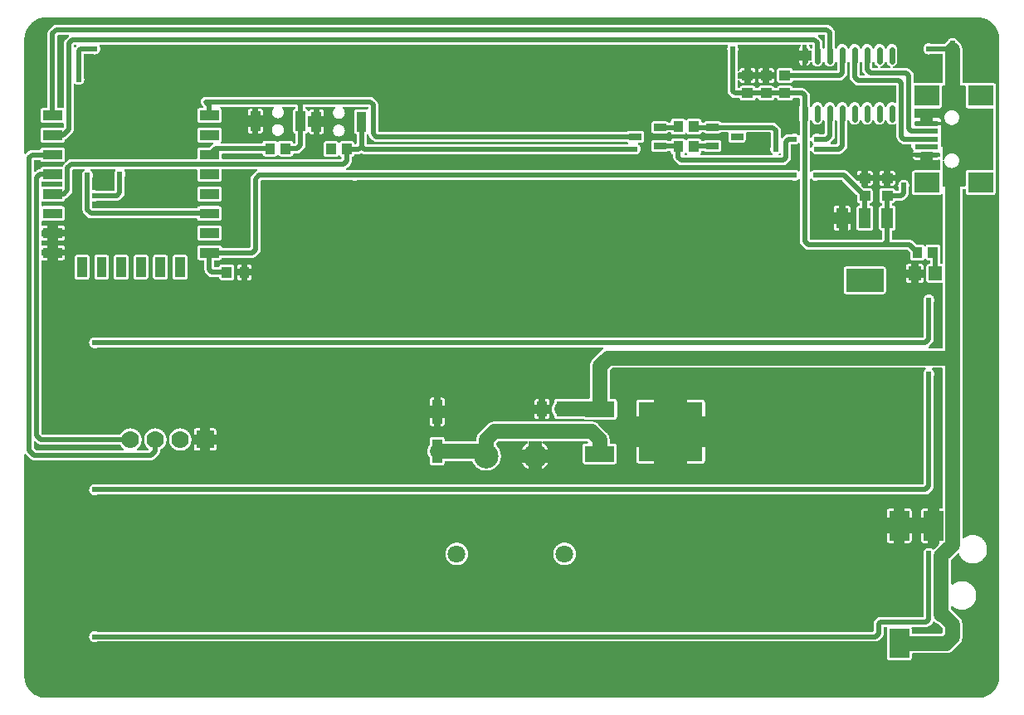
<source format=gbl>
G04 Layer: BottomLayer*
G04 EasyEDA v6.4.7, 2021-01-21T12:31:56+00:00*
G04 8b80c43fe55248bfb6e8376c4506c8f5,74a5fafabdd44b6e8d5e0fe5421ccbd6,10*
G04 Gerber Generator version 0.2*
G04 Scale: 100 percent, Rotated: No, Reflected: No *
G04 Dimensions in millimeters *
G04 leading zeros omitted , absolute positions ,3 integer and 3 decimal *
%FSLAX33Y33*%
%MOMM*%
G90*
D02*

%ADD11C,0.499999*%
%ADD12C,1.499997*%
%ADD13C,0.620014*%
%ADD16C,2.499995*%
%ADD17C,1.799996*%
%ADD19C,1.778000*%
%ADD20C,0.599999*%

%LPD*%
G36*
G01X5476Y66953D02*
G01X5418Y66953D01*
G01X5403Y66952D01*
G01X5387Y66948D01*
G01X5372Y66942D01*
G01X5359Y66934D01*
G01X5347Y66923D01*
G01X5322Y66898D01*
G01X5311Y66886D01*
G01X5303Y66873D01*
G01X5297Y66858D01*
G01X5293Y66842D01*
G01X5292Y66827D01*
G01X5292Y66769D01*
G01X5293Y66754D01*
G01X5296Y66740D01*
G01X5301Y66726D01*
G01X5308Y66714D01*
G01X5317Y66702D01*
G01X5327Y66692D01*
G01X5339Y66683D01*
G01X5351Y66676D01*
G01X5365Y66671D01*
G01X5379Y66668D01*
G01X5394Y66667D01*
G01X5410Y66668D01*
G01X5425Y66672D01*
G01X5440Y66678D01*
G01X5453Y66686D01*
G01X5465Y66697D01*
G01X5548Y66780D01*
G01X5559Y66792D01*
G01X5567Y66805D01*
G01X5573Y66820D01*
G01X5577Y66835D01*
G01X5578Y66851D01*
G01X5577Y66866D01*
G01X5574Y66880D01*
G01X5569Y66894D01*
G01X5562Y66906D01*
G01X5553Y66918D01*
G01X5543Y66928D01*
G01X5531Y66937D01*
G01X5519Y66944D01*
G01X5505Y66949D01*
G01X5491Y66952D01*
G01X5476Y66953D01*
G37*

%LPD*%
G36*
G01X81815Y67969D02*
G01X81311Y67969D01*
G01X81296Y67968D01*
G01X81282Y67965D01*
G01X81268Y67960D01*
G01X81256Y67953D01*
G01X81244Y67944D01*
G01X81234Y67934D01*
G01X81225Y67922D01*
G01X81218Y67910D01*
G01X81213Y67896D01*
G01X81210Y67882D01*
G01X81209Y67867D01*
G01X81210Y67851D01*
G01X81214Y67836D01*
G01X81220Y67821D01*
G01X81228Y67808D01*
G01X81239Y67796D01*
G01X81511Y67523D01*
G01X81534Y67499D01*
G01X81555Y67473D01*
G01X81574Y67446D01*
G01X81592Y67418D01*
G01X81607Y67389D01*
G01X81621Y67359D01*
G01X81633Y67328D01*
G01X81642Y67296D01*
G01X81650Y67264D01*
G01X81655Y67231D01*
G01X81659Y67198D01*
G01X81660Y67165D01*
G01X81660Y66710D01*
G01X81662Y66690D01*
G01X81667Y66671D01*
G01X81680Y66638D01*
G01X81690Y66605D01*
G01X81695Y66591D01*
G01X81702Y66578D01*
G01X81710Y66566D01*
G01X81721Y66555D01*
G01X81732Y66546D01*
G01X81745Y66539D01*
G01X81759Y66534D01*
G01X81773Y66531D01*
G01X81788Y66530D01*
G01X81803Y66531D01*
G01X81817Y66534D01*
G01X81831Y66539D01*
G01X81844Y66546D01*
G01X81855Y66555D01*
G01X81866Y66566D01*
G01X81874Y66578D01*
G01X81881Y66591D01*
G01X81886Y66605D01*
G01X81896Y66638D01*
G01X81909Y66671D01*
G01X81915Y66690D01*
G01X81917Y66710D01*
G01X81917Y67867D01*
G01X81916Y67882D01*
G01X81912Y67896D01*
G01X81907Y67910D01*
G01X81900Y67922D01*
G01X81892Y67934D01*
G01X81882Y67944D01*
G01X81870Y67953D01*
G01X81857Y67960D01*
G01X81844Y67965D01*
G01X81829Y67968D01*
G01X81815Y67969D01*
G37*

%LPD*%
G36*
G01X80545Y66953D02*
G01X80411Y66953D01*
G01X80397Y66952D01*
G01X80382Y66949D01*
G01X80369Y66944D01*
G01X80356Y66937D01*
G01X80344Y66928D01*
G01X80334Y66918D01*
G01X80326Y66906D01*
G01X80319Y66894D01*
G01X80314Y66880D01*
G01X80310Y66866D01*
G01X80309Y66851D01*
G01X80311Y66835D01*
G01X80315Y66819D01*
G01X80321Y66804D01*
G01X80330Y66791D01*
G01X80349Y66762D01*
G01X80367Y66733D01*
G01X80384Y66702D01*
G01X80398Y66670D01*
G01X80410Y66638D01*
G01X80420Y66605D01*
G01X80425Y66591D01*
G01X80432Y66578D01*
G01X80440Y66566D01*
G01X80451Y66555D01*
G01X80462Y66546D01*
G01X80475Y66539D01*
G01X80489Y66534D01*
G01X80503Y66531D01*
G01X80518Y66530D01*
G01X80533Y66531D01*
G01X80547Y66534D01*
G01X80561Y66539D01*
G01X80574Y66546D01*
G01X80585Y66555D01*
G01X80596Y66566D01*
G01X80604Y66578D01*
G01X80611Y66591D01*
G01X80616Y66605D01*
G01X80626Y66638D01*
G01X80639Y66671D01*
G01X80645Y66690D01*
G01X80647Y66710D01*
G01X80647Y66851D01*
G01X80646Y66866D01*
G01X80642Y66880D01*
G01X80637Y66894D01*
G01X80630Y66906D01*
G01X80622Y66918D01*
G01X80612Y66928D01*
G01X80600Y66937D01*
G01X80587Y66944D01*
G01X80574Y66949D01*
G01X80559Y66952D01*
G01X80545Y66953D01*
G37*

%LPD*%
G36*
G01X86883Y65188D02*
G01X86868Y65189D01*
G01X86853Y65188D01*
G01X86839Y65185D01*
G01X86825Y65180D01*
G01X86812Y65172D01*
G01X86801Y65163D01*
G01X86790Y65153D01*
G01X86782Y65141D01*
G01X86775Y65128D01*
G01X86770Y65114D01*
G01X86760Y65080D01*
G01X86747Y65048D01*
G01X86742Y65029D01*
G01X86740Y65009D01*
G01X86740Y64639D01*
G01X86741Y64624D01*
G01X86744Y64610D01*
G01X86749Y64596D01*
G01X86756Y64584D01*
G01X86765Y64572D01*
G01X86775Y64562D01*
G01X86786Y64553D01*
G01X86799Y64546D01*
G01X86813Y64541D01*
G01X86827Y64538D01*
G01X86841Y64537D01*
G01X87287Y64537D01*
G01X87302Y64538D01*
G01X87316Y64541D01*
G01X87329Y64546D01*
G01X87342Y64553D01*
G01X87354Y64562D01*
G01X87364Y64572D01*
G01X87373Y64584D01*
G01X87380Y64596D01*
G01X87385Y64610D01*
G01X87388Y64624D01*
G01X87389Y64639D01*
G01X87388Y64654D01*
G01X87384Y64670D01*
G01X87378Y64684D01*
G01X87370Y64698D01*
G01X87360Y64710D01*
G01X87348Y64720D01*
G01X87335Y64728D01*
G01X87320Y64735D01*
G01X87289Y64747D01*
G01X87258Y64761D01*
G01X87228Y64776D01*
G01X87200Y64794D01*
G01X87172Y64813D01*
G01X87145Y64834D01*
G01X87120Y64857D01*
G01X87096Y64880D01*
G01X87074Y64906D01*
G01X87053Y64933D01*
G01X87034Y64960D01*
G01X87017Y64989D01*
G01X87002Y65019D01*
G01X86988Y65050D01*
G01X86976Y65082D01*
G01X86966Y65114D01*
G01X86961Y65128D01*
G01X86954Y65141D01*
G01X86946Y65153D01*
G01X86935Y65163D01*
G01X86924Y65172D01*
G01X86911Y65180D01*
G01X86897Y65185D01*
G01X86883Y65188D01*
G37*

%LPD*%
G36*
G01X88153Y65188D02*
G01X88138Y65189D01*
G01X88123Y65188D01*
G01X88109Y65185D01*
G01X88095Y65180D01*
G01X88082Y65172D01*
G01X88071Y65163D01*
G01X88060Y65153D01*
G01X88052Y65141D01*
G01X88045Y65128D01*
G01X88040Y65114D01*
G01X88030Y65082D01*
G01X88018Y65050D01*
G01X88005Y65019D01*
G01X87989Y64989D01*
G01X87972Y64960D01*
G01X87953Y64933D01*
G01X87932Y64906D01*
G01X87910Y64880D01*
G01X87886Y64857D01*
G01X87861Y64834D01*
G01X87834Y64813D01*
G01X87807Y64794D01*
G01X87778Y64776D01*
G01X87748Y64761D01*
G01X87717Y64747D01*
G01X87686Y64735D01*
G01X87671Y64728D01*
G01X87658Y64720D01*
G01X87646Y64710D01*
G01X87636Y64698D01*
G01X87628Y64684D01*
G01X87622Y64670D01*
G01X87619Y64654D01*
G01X87618Y64639D01*
G01X87619Y64624D01*
G01X87622Y64610D01*
G01X87627Y64596D01*
G01X87634Y64584D01*
G01X87642Y64572D01*
G01X87653Y64562D01*
G01X87664Y64553D01*
G01X87677Y64546D01*
G01X87691Y64541D01*
G01X87705Y64538D01*
G01X87719Y64537D01*
G01X88557Y64537D01*
G01X88572Y64538D01*
G01X88586Y64541D01*
G01X88599Y64546D01*
G01X88612Y64553D01*
G01X88624Y64562D01*
G01X88634Y64572D01*
G01X88643Y64584D01*
G01X88650Y64596D01*
G01X88655Y64610D01*
G01X88658Y64624D01*
G01X88659Y64639D01*
G01X88658Y64654D01*
G01X88654Y64670D01*
G01X88648Y64684D01*
G01X88640Y64698D01*
G01X88630Y64710D01*
G01X88618Y64720D01*
G01X88605Y64728D01*
G01X88590Y64735D01*
G01X88559Y64747D01*
G01X88528Y64761D01*
G01X88498Y64776D01*
G01X88470Y64794D01*
G01X88442Y64813D01*
G01X88415Y64834D01*
G01X88390Y64857D01*
G01X88366Y64880D01*
G01X88344Y64906D01*
G01X88323Y64933D01*
G01X88304Y64960D01*
G01X88287Y64989D01*
G01X88272Y65019D01*
G01X88258Y65050D01*
G01X88246Y65082D01*
G01X88236Y65114D01*
G01X88231Y65128D01*
G01X88224Y65141D01*
G01X88216Y65153D01*
G01X88205Y65163D01*
G01X88194Y65172D01*
G01X88181Y65180D01*
G01X88167Y65185D01*
G01X88153Y65188D01*
G37*

%LPD*%
G36*
G01X85613Y65188D02*
G01X85598Y65189D01*
G01X85583Y65188D01*
G01X85569Y65185D01*
G01X85555Y65180D01*
G01X85542Y65172D01*
G01X85531Y65163D01*
G01X85520Y65153D01*
G01X85512Y65141D01*
G01X85505Y65128D01*
G01X85500Y65114D01*
G01X85490Y65080D01*
G01X85477Y65048D01*
G01X85472Y65029D01*
G01X85470Y65009D01*
G01X85470Y63877D01*
G01X85471Y63862D01*
G01X85474Y63848D01*
G01X85479Y63834D01*
G01X85486Y63822D01*
G01X85495Y63810D01*
G01X85505Y63800D01*
G01X85516Y63791D01*
G01X85529Y63784D01*
G01X85543Y63779D01*
G01X85557Y63776D01*
G01X85571Y63775D01*
G01X85867Y63775D01*
G01X85882Y63776D01*
G01X85896Y63779D01*
G01X85910Y63784D01*
G01X85922Y63791D01*
G01X85934Y63800D01*
G01X85944Y63810D01*
G01X85953Y63822D01*
G01X85960Y63834D01*
G01X85965Y63848D01*
G01X85968Y63862D01*
G01X85969Y63877D01*
G01X85968Y63893D01*
G01X85964Y63908D01*
G01X85958Y63923D01*
G01X85950Y63936D01*
G01X85939Y63948D01*
G01X85875Y64013D01*
G01X85852Y64037D01*
G01X85831Y64063D01*
G01X85812Y64089D01*
G01X85794Y64118D01*
G01X85779Y64147D01*
G01X85765Y64177D01*
G01X85753Y64208D01*
G01X85744Y64240D01*
G01X85736Y64272D01*
G01X85731Y64305D01*
G01X85728Y64338D01*
G01X85727Y64371D01*
G01X85727Y65009D01*
G01X85725Y65029D01*
G01X85719Y65048D01*
G01X85706Y65080D01*
G01X85696Y65114D01*
G01X85691Y65128D01*
G01X85684Y65141D01*
G01X85676Y65153D01*
G01X85665Y65163D01*
G01X85654Y65172D01*
G01X85641Y65180D01*
G01X85627Y65185D01*
G01X85613Y65188D01*
G37*

%LPD*%
G36*
G01X79355Y66953D02*
G01X73110Y66953D01*
G01X73096Y66952D01*
G01X73082Y66949D01*
G01X73068Y66944D01*
G01X73056Y66937D01*
G01X73044Y66928D01*
G01X73034Y66918D01*
G01X73025Y66906D01*
G01X73018Y66894D01*
G01X73013Y66880D01*
G01X73010Y66866D01*
G01X73009Y66851D01*
G01X73010Y66834D01*
G01X73015Y66817D01*
G01X73022Y66801D01*
G01X73040Y66768D01*
G01X73055Y66735D01*
G01X73068Y66700D01*
G01X73078Y66665D01*
G01X73086Y66629D01*
G01X73092Y66593D01*
G01X73096Y66556D01*
G01X73097Y66519D01*
G01X73096Y66485D01*
G01X73093Y66450D01*
G01X73088Y66416D01*
G01X73080Y66382D01*
G01X73071Y66348D01*
G01X73059Y66315D01*
G01X73046Y66283D01*
G01X73041Y66270D01*
G01X73037Y66256D01*
G01X73036Y66241D01*
G01X73036Y64342D01*
G01X73037Y64327D01*
G01X73041Y64313D01*
G01X73046Y64299D01*
G01X73052Y64287D01*
G01X73061Y64275D01*
G01X73071Y64265D01*
G01X73083Y64256D01*
G01X73096Y64249D01*
G01X73109Y64244D01*
G01X73124Y64241D01*
G01X73138Y64240D01*
G01X73152Y64241D01*
G01X73166Y64244D01*
G01X73180Y64249D01*
G01X73193Y64256D01*
G01X73204Y64264D01*
G01X73214Y64275D01*
G01X73223Y64286D01*
G01X73230Y64299D01*
G01X73235Y64312D01*
G01X73238Y64326D01*
G01X73243Y64350D01*
G01X73250Y64373D01*
G01X73259Y64396D01*
G01X73271Y64417D01*
G01X73284Y64437D01*
G01X73299Y64456D01*
G01X73316Y64474D01*
G01X73334Y64490D01*
G01X73354Y64504D01*
G01X73375Y64516D01*
G01X73397Y64526D01*
G01X73420Y64534D01*
G01X73444Y64539D01*
G01X73468Y64543D01*
G01X73492Y64544D01*
G01X73704Y64544D01*
G01X73704Y64101D01*
G01X73138Y64101D01*
G01X73124Y64100D01*
G01X73109Y64097D01*
G01X73096Y64092D01*
G01X73083Y64085D01*
G01X73071Y64076D01*
G01X73061Y64066D01*
G01X73052Y64054D01*
G01X73046Y64042D01*
G01X73041Y64028D01*
G01X73037Y64014D01*
G01X73036Y63999D01*
G01X73036Y63576D01*
G01X73037Y63561D01*
G01X73041Y63547D01*
G01X73046Y63533D01*
G01X73052Y63521D01*
G01X73061Y63509D01*
G01X73071Y63499D01*
G01X73083Y63490D01*
G01X73096Y63483D01*
G01X73109Y63478D01*
G01X73124Y63475D01*
G01X73138Y63474D01*
G01X73704Y63474D01*
G01X73704Y63031D01*
G01X73492Y63031D01*
G01X73468Y63032D01*
G01X73444Y63036D01*
G01X73420Y63041D01*
G01X73397Y63049D01*
G01X73375Y63059D01*
G01X73354Y63071D01*
G01X73334Y63085D01*
G01X73316Y63101D01*
G01X73299Y63118D01*
G01X73284Y63137D01*
G01X73271Y63158D01*
G01X73259Y63179D01*
G01X73250Y63202D01*
G01X73243Y63225D01*
G01X73238Y63249D01*
G01X73235Y63263D01*
G01X73230Y63276D01*
G01X73223Y63289D01*
G01X73214Y63300D01*
G01X73204Y63310D01*
G01X73193Y63319D01*
G01X73180Y63326D01*
G01X73166Y63331D01*
G01X73152Y63334D01*
G01X73138Y63335D01*
G01X73124Y63334D01*
G01X73109Y63331D01*
G01X73096Y63326D01*
G01X73083Y63319D01*
G01X73071Y63310D01*
G01X73061Y63300D01*
G01X73052Y63288D01*
G01X73046Y63276D01*
G01X73041Y63262D01*
G01X73037Y63248D01*
G01X73036Y63233D01*
G01X73036Y62596D01*
G01X73037Y62582D01*
G01X73041Y62568D01*
G01X73046Y62554D01*
G01X73052Y62542D01*
G01X73061Y62530D01*
G01X73071Y62520D01*
G01X73083Y62511D01*
G01X73096Y62504D01*
G01X73109Y62499D01*
G01X73124Y62496D01*
G01X73138Y62495D01*
G01X73151Y62495D01*
G01X73167Y62496D01*
G01X73182Y62500D01*
G01X73197Y62506D01*
G01X73211Y62514D01*
G01X73223Y62525D01*
G01X73233Y62537D01*
G01X73242Y62551D01*
G01X73248Y62566D01*
G01X73256Y62587D01*
G01X73266Y62608D01*
G01X73277Y62628D01*
G01X73291Y62647D01*
G01X73306Y62664D01*
G01X73323Y62680D01*
G01X73341Y62695D01*
G01X73360Y62707D01*
G01X73380Y62718D01*
G01X73402Y62728D01*
G01X73424Y62735D01*
G01X73446Y62740D01*
G01X73469Y62743D01*
G01X73492Y62744D01*
G01X74592Y62744D01*
G01X74615Y62743D01*
G01X74638Y62740D01*
G01X74661Y62735D01*
G01X74683Y62727D01*
G01X74704Y62718D01*
G01X74724Y62707D01*
G01X74744Y62694D01*
G01X74762Y62680D01*
G01X74778Y62664D01*
G01X74794Y62646D01*
G01X74807Y62628D01*
G01X74819Y62608D01*
G01X74829Y62587D01*
G01X74837Y62565D01*
G01X74843Y62550D01*
G01X74851Y62536D01*
G01X74861Y62524D01*
G01X74874Y62514D01*
G01X74887Y62505D01*
G01X74902Y62499D01*
G01X74918Y62495D01*
G01X74934Y62494D01*
G01X75056Y62494D01*
G01X75072Y62495D01*
G01X75087Y62499D01*
G01X75102Y62505D01*
G01X75116Y62514D01*
G01X75128Y62524D01*
G01X75138Y62536D01*
G01X75147Y62550D01*
G01X75153Y62565D01*
G01X75161Y62587D01*
G01X75170Y62608D01*
G01X75182Y62628D01*
G01X75196Y62646D01*
G01X75211Y62664D01*
G01X75227Y62680D01*
G01X75246Y62694D01*
G01X75265Y62707D01*
G01X75285Y62718D01*
G01X75306Y62727D01*
G01X75328Y62735D01*
G01X75351Y62740D01*
G01X75374Y62743D01*
G01X75397Y62744D01*
G01X76497Y62744D01*
G01X76520Y62743D01*
G01X76543Y62740D01*
G01X76566Y62735D01*
G01X76588Y62727D01*
G01X76609Y62718D01*
G01X76629Y62707D01*
G01X76649Y62694D01*
G01X76667Y62680D01*
G01X76683Y62664D01*
G01X76699Y62646D01*
G01X76712Y62628D01*
G01X76724Y62608D01*
G01X76734Y62587D01*
G01X76742Y62565D01*
G01X76748Y62550D01*
G01X76756Y62536D01*
G01X76766Y62524D01*
G01X76779Y62514D01*
G01X76792Y62505D01*
G01X76807Y62499D01*
G01X76823Y62495D01*
G01X76839Y62494D01*
G01X76960Y62494D01*
G01X76976Y62495D01*
G01X76992Y62499D01*
G01X77007Y62505D01*
G01X77020Y62514D01*
G01X77032Y62524D01*
G01X77043Y62536D01*
G01X77051Y62550D01*
G01X77057Y62565D01*
G01X77065Y62587D01*
G01X77075Y62608D01*
G01X77087Y62628D01*
G01X77100Y62646D01*
G01X77115Y62664D01*
G01X77132Y62680D01*
G01X77150Y62694D01*
G01X77169Y62707D01*
G01X77190Y62718D01*
G01X77211Y62727D01*
G01X77233Y62735D01*
G01X77256Y62740D01*
G01X77279Y62743D01*
G01X77302Y62744D01*
G01X78402Y62744D01*
G01X78425Y62743D01*
G01X78448Y62740D01*
G01X78470Y62735D01*
G01X78492Y62727D01*
G01X78514Y62718D01*
G01X78534Y62707D01*
G01X78553Y62694D01*
G01X78571Y62680D01*
G01X78588Y62664D01*
G01X78603Y62646D01*
G01X78617Y62628D01*
G01X78628Y62608D01*
G01X78638Y62587D01*
G01X78646Y62565D01*
G01X78652Y62550D01*
G01X78661Y62536D01*
G01X78671Y62524D01*
G01X78683Y62514D01*
G01X78697Y62505D01*
G01X78712Y62499D01*
G01X78727Y62495D01*
G01X78743Y62494D01*
G01X79641Y62494D01*
G01X79674Y62493D01*
G01X79707Y62490D01*
G01X79739Y62484D01*
G01X79772Y62477D01*
G01X79803Y62467D01*
G01X79834Y62455D01*
G01X79865Y62442D01*
G01X79894Y62426D01*
G01X79922Y62409D01*
G01X79949Y62389D01*
G01X79975Y62368D01*
G01X79999Y62346D01*
G01X80242Y62103D01*
G01X80264Y62078D01*
G01X80285Y62053D01*
G01X80305Y62026D01*
G01X80322Y61998D01*
G01X80338Y61969D01*
G01X80352Y61938D01*
G01X80363Y61907D01*
G01X80373Y61876D01*
G01X80380Y61843D01*
G01X80386Y61811D01*
G01X80389Y61778D01*
G01X80390Y61744D01*
G01X80390Y60765D01*
G01X80392Y60746D01*
G01X80398Y60727D01*
G01X80410Y60694D01*
G01X80420Y60661D01*
G01X80425Y60647D01*
G01X80432Y60634D01*
G01X80440Y60622D01*
G01X80451Y60612D01*
G01X80462Y60603D01*
G01X80475Y60596D01*
G01X80489Y60590D01*
G01X80503Y60587D01*
G01X80518Y60586D01*
G01X80533Y60587D01*
G01X80547Y60590D01*
G01X80561Y60596D01*
G01X80574Y60603D01*
G01X80585Y60612D01*
G01X80596Y60622D01*
G01X80604Y60634D01*
G01X80611Y60647D01*
G01X80616Y60661D01*
G01X80626Y60694D01*
G01X80638Y60726D01*
G01X80653Y60758D01*
G01X80669Y60789D01*
G01X80687Y60818D01*
G01X80706Y60846D01*
G01X80728Y60874D01*
G01X80751Y60899D01*
G01X80776Y60924D01*
G01X80802Y60946D01*
G01X80829Y60967D01*
G01X80858Y60986D01*
G01X80888Y61004D01*
G01X80919Y61019D01*
G01X80950Y61033D01*
G01X80983Y61045D01*
G01X81016Y61054D01*
G01X81050Y61062D01*
G01X81084Y61067D01*
G01X81119Y61070D01*
G01X81153Y61071D01*
G01X81188Y61070D01*
G01X81222Y61067D01*
G01X81256Y61062D01*
G01X81290Y61054D01*
G01X81323Y61045D01*
G01X81356Y61033D01*
G01X81388Y61019D01*
G01X81419Y61004D01*
G01X81448Y60986D01*
G01X81477Y60967D01*
G01X81505Y60946D01*
G01X81531Y60924D01*
G01X81555Y60899D01*
G01X81578Y60874D01*
G01X81600Y60846D01*
G01X81620Y60818D01*
G01X81638Y60789D01*
G01X81654Y60758D01*
G01X81668Y60726D01*
G01X81680Y60694D01*
G01X81690Y60661D01*
G01X81695Y60647D01*
G01X81702Y60634D01*
G01X81710Y60622D01*
G01X81721Y60612D01*
G01X81732Y60603D01*
G01X81745Y60596D01*
G01X81759Y60590D01*
G01X81773Y60587D01*
G01X81788Y60586D01*
G01X81803Y60587D01*
G01X81817Y60590D01*
G01X81831Y60596D01*
G01X81844Y60603D01*
G01X81855Y60612D01*
G01X81866Y60622D01*
G01X81874Y60634D01*
G01X81881Y60647D01*
G01X81886Y60661D01*
G01X81896Y60694D01*
G01X81908Y60726D01*
G01X81923Y60758D01*
G01X81939Y60789D01*
G01X81957Y60818D01*
G01X81976Y60846D01*
G01X81998Y60874D01*
G01X82021Y60899D01*
G01X82046Y60924D01*
G01X82072Y60946D01*
G01X82099Y60967D01*
G01X82128Y60986D01*
G01X82158Y61004D01*
G01X82189Y61019D01*
G01X82220Y61033D01*
G01X82253Y61045D01*
G01X82286Y61054D01*
G01X82320Y61062D01*
G01X82354Y61067D01*
G01X82389Y61070D01*
G01X82423Y61071D01*
G01X82458Y61070D01*
G01X82492Y61067D01*
G01X82526Y61062D01*
G01X82560Y61054D01*
G01X82593Y61045D01*
G01X82626Y61033D01*
G01X82658Y61019D01*
G01X82689Y61004D01*
G01X82718Y60986D01*
G01X82747Y60967D01*
G01X82775Y60946D01*
G01X82801Y60924D01*
G01X82825Y60899D01*
G01X82848Y60874D01*
G01X82870Y60846D01*
G01X82890Y60818D01*
G01X82908Y60789D01*
G01X82924Y60758D01*
G01X82938Y60726D01*
G01X82950Y60694D01*
G01X82960Y60661D01*
G01X82965Y60647D01*
G01X82972Y60634D01*
G01X82980Y60622D01*
G01X82991Y60612D01*
G01X83002Y60603D01*
G01X83015Y60596D01*
G01X83029Y60590D01*
G01X83043Y60587D01*
G01X83058Y60586D01*
G01X83073Y60587D01*
G01X83087Y60590D01*
G01X83101Y60596D01*
G01X83114Y60603D01*
G01X83125Y60612D01*
G01X83136Y60622D01*
G01X83144Y60634D01*
G01X83151Y60647D01*
G01X83156Y60661D01*
G01X83166Y60694D01*
G01X83178Y60726D01*
G01X83193Y60758D01*
G01X83209Y60789D01*
G01X83227Y60818D01*
G01X83246Y60846D01*
G01X83268Y60874D01*
G01X83291Y60899D01*
G01X83316Y60924D01*
G01X83342Y60946D01*
G01X83369Y60967D01*
G01X83398Y60986D01*
G01X83428Y61004D01*
G01X83459Y61019D01*
G01X83490Y61033D01*
G01X83523Y61045D01*
G01X83556Y61054D01*
G01X83590Y61062D01*
G01X83624Y61067D01*
G01X83659Y61070D01*
G01X83693Y61071D01*
G01X83728Y61070D01*
G01X83762Y61067D01*
G01X83796Y61062D01*
G01X83830Y61054D01*
G01X83863Y61045D01*
G01X83896Y61033D01*
G01X83928Y61019D01*
G01X83959Y61004D01*
G01X83988Y60986D01*
G01X84017Y60967D01*
G01X84045Y60946D01*
G01X84071Y60924D01*
G01X84095Y60899D01*
G01X84118Y60874D01*
G01X84140Y60846D01*
G01X84160Y60818D01*
G01X84178Y60789D01*
G01X84194Y60758D01*
G01X84208Y60726D01*
G01X84220Y60694D01*
G01X84230Y60661D01*
G01X84235Y60647D01*
G01X84242Y60634D01*
G01X84250Y60622D01*
G01X84261Y60612D01*
G01X84272Y60603D01*
G01X84285Y60596D01*
G01X84299Y60590D01*
G01X84313Y60587D01*
G01X84328Y60586D01*
G01X84343Y60587D01*
G01X84357Y60590D01*
G01X84371Y60596D01*
G01X84384Y60603D01*
G01X84395Y60612D01*
G01X84406Y60622D01*
G01X84414Y60634D01*
G01X84421Y60647D01*
G01X84426Y60661D01*
G01X84436Y60694D01*
G01X84448Y60726D01*
G01X84463Y60758D01*
G01X84479Y60789D01*
G01X84497Y60818D01*
G01X84516Y60846D01*
G01X84538Y60874D01*
G01X84561Y60899D01*
G01X84586Y60924D01*
G01X84612Y60946D01*
G01X84639Y60967D01*
G01X84668Y60986D01*
G01X84698Y61004D01*
G01X84729Y61019D01*
G01X84760Y61033D01*
G01X84793Y61045D01*
G01X84826Y61054D01*
G01X84860Y61062D01*
G01X84894Y61067D01*
G01X84929Y61070D01*
G01X84963Y61071D01*
G01X84998Y61070D01*
G01X85032Y61067D01*
G01X85066Y61062D01*
G01X85100Y61054D01*
G01X85133Y61045D01*
G01X85166Y61033D01*
G01X85198Y61019D01*
G01X85229Y61004D01*
G01X85258Y60986D01*
G01X85287Y60967D01*
G01X85315Y60946D01*
G01X85341Y60924D01*
G01X85365Y60899D01*
G01X85388Y60874D01*
G01X85410Y60846D01*
G01X85430Y60818D01*
G01X85448Y60789D01*
G01X85464Y60758D01*
G01X85478Y60726D01*
G01X85490Y60694D01*
G01X85500Y60661D01*
G01X85505Y60647D01*
G01X85512Y60634D01*
G01X85520Y60622D01*
G01X85531Y60612D01*
G01X85542Y60603D01*
G01X85555Y60596D01*
G01X85569Y60590D01*
G01X85583Y60587D01*
G01X85598Y60586D01*
G01X85613Y60587D01*
G01X85627Y60590D01*
G01X85641Y60596D01*
G01X85654Y60603D01*
G01X85665Y60612D01*
G01X85676Y60622D01*
G01X85684Y60634D01*
G01X85691Y60647D01*
G01X85696Y60661D01*
G01X85706Y60694D01*
G01X85718Y60726D01*
G01X85733Y60758D01*
G01X85749Y60789D01*
G01X85767Y60818D01*
G01X85786Y60846D01*
G01X85808Y60874D01*
G01X85831Y60899D01*
G01X85856Y60924D01*
G01X85882Y60946D01*
G01X85909Y60967D01*
G01X85938Y60986D01*
G01X85968Y61004D01*
G01X85999Y61019D01*
G01X86030Y61033D01*
G01X86063Y61045D01*
G01X86096Y61054D01*
G01X86130Y61062D01*
G01X86164Y61067D01*
G01X86199Y61070D01*
G01X86233Y61071D01*
G01X86268Y61070D01*
G01X86302Y61067D01*
G01X86336Y61062D01*
G01X86370Y61054D01*
G01X86403Y61045D01*
G01X86436Y61033D01*
G01X86468Y61019D01*
G01X86499Y61004D01*
G01X86528Y60986D01*
G01X86557Y60967D01*
G01X86585Y60946D01*
G01X86611Y60924D01*
G01X86635Y60899D01*
G01X86658Y60874D01*
G01X86680Y60846D01*
G01X86700Y60818D01*
G01X86718Y60789D01*
G01X86734Y60758D01*
G01X86748Y60726D01*
G01X86760Y60694D01*
G01X86770Y60661D01*
G01X86775Y60647D01*
G01X86782Y60634D01*
G01X86790Y60622D01*
G01X86801Y60612D01*
G01X86812Y60603D01*
G01X86825Y60596D01*
G01X86839Y60590D01*
G01X86853Y60587D01*
G01X86868Y60586D01*
G01X86883Y60587D01*
G01X86897Y60590D01*
G01X86911Y60596D01*
G01X86924Y60603D01*
G01X86935Y60612D01*
G01X86946Y60622D01*
G01X86954Y60634D01*
G01X86961Y60647D01*
G01X86966Y60661D01*
G01X86976Y60694D01*
G01X86988Y60726D01*
G01X87003Y60758D01*
G01X87019Y60789D01*
G01X87037Y60818D01*
G01X87056Y60846D01*
G01X87078Y60874D01*
G01X87101Y60899D01*
G01X87126Y60924D01*
G01X87152Y60946D01*
G01X87179Y60967D01*
G01X87208Y60986D01*
G01X87238Y61004D01*
G01X87269Y61019D01*
G01X87300Y61033D01*
G01X87333Y61045D01*
G01X87366Y61054D01*
G01X87400Y61062D01*
G01X87434Y61067D01*
G01X87469Y61070D01*
G01X87503Y61071D01*
G01X87538Y61070D01*
G01X87572Y61067D01*
G01X87606Y61062D01*
G01X87640Y61054D01*
G01X87673Y61045D01*
G01X87706Y61033D01*
G01X87738Y61019D01*
G01X87769Y61004D01*
G01X87798Y60986D01*
G01X87827Y60967D01*
G01X87855Y60946D01*
G01X87881Y60924D01*
G01X87905Y60899D01*
G01X87928Y60874D01*
G01X87950Y60846D01*
G01X87970Y60818D01*
G01X87988Y60789D01*
G01X88004Y60758D01*
G01X88018Y60726D01*
G01X88030Y60694D01*
G01X88040Y60661D01*
G01X88045Y60647D01*
G01X88052Y60634D01*
G01X88060Y60622D01*
G01X88071Y60612D01*
G01X88082Y60603D01*
G01X88095Y60596D01*
G01X88109Y60590D01*
G01X88123Y60587D01*
G01X88138Y60586D01*
G01X88153Y60587D01*
G01X88167Y60590D01*
G01X88181Y60596D01*
G01X88194Y60603D01*
G01X88205Y60612D01*
G01X88216Y60622D01*
G01X88224Y60634D01*
G01X88231Y60647D01*
G01X88236Y60661D01*
G01X88246Y60694D01*
G01X88258Y60726D01*
G01X88273Y60758D01*
G01X88289Y60789D01*
G01X88307Y60818D01*
G01X88326Y60846D01*
G01X88348Y60874D01*
G01X88371Y60899D01*
G01X88396Y60924D01*
G01X88422Y60946D01*
G01X88449Y60967D01*
G01X88478Y60986D01*
G01X88508Y61004D01*
G01X88539Y61019D01*
G01X88570Y61033D01*
G01X88603Y61045D01*
G01X88636Y61054D01*
G01X88670Y61062D01*
G01X88704Y61067D01*
G01X88739Y61070D01*
G01X88773Y61071D01*
G01X88810Y61070D01*
G01X88846Y61066D01*
G01X88882Y61060D01*
G01X88918Y61052D01*
G01X88953Y61041D01*
G01X88987Y61028D01*
G01X89020Y61013D01*
G01X89053Y60996D01*
G01X89084Y60977D01*
G01X89097Y60969D01*
G01X89111Y60964D01*
G01X89125Y60960D01*
G01X89140Y60959D01*
G01X89155Y60960D01*
G01X89169Y60963D01*
G01X89183Y60968D01*
G01X89195Y60975D01*
G01X89207Y60984D01*
G01X89217Y60994D01*
G01X89226Y61006D01*
G01X89233Y61019D01*
G01X89238Y61032D01*
G01X89241Y61046D01*
G01X89242Y61061D01*
G01X89242Y62660D01*
G01X89241Y62675D01*
G01X89238Y62689D01*
G01X89233Y62703D01*
G01X89226Y62715D01*
G01X89217Y62727D01*
G01X89207Y62737D01*
G01X89195Y62746D01*
G01X89183Y62753D01*
G01X89169Y62758D01*
G01X89155Y62761D01*
G01X89140Y62762D01*
G01X85303Y62762D01*
G01X85270Y62763D01*
G01X85237Y62766D01*
G01X85205Y62772D01*
G01X85172Y62779D01*
G01X85141Y62789D01*
G01X85110Y62801D01*
G01X85079Y62814D01*
G01X85050Y62830D01*
G01X85022Y62847D01*
G01X84995Y62867D01*
G01X84970Y62888D01*
G01X84945Y62910D01*
G01X84605Y63251D01*
G01X84582Y63275D01*
G01X84561Y63301D01*
G01X84542Y63327D01*
G01X84524Y63356D01*
G01X84509Y63385D01*
G01X84495Y63415D01*
G01X84483Y63446D01*
G01X84474Y63478D01*
G01X84466Y63510D01*
G01X84461Y63543D01*
G01X84458Y63576D01*
G01X84457Y63609D01*
G01X84457Y65009D01*
G01X84455Y65029D01*
G01X84449Y65048D01*
G01X84436Y65080D01*
G01X84426Y65114D01*
G01X84421Y65128D01*
G01X84414Y65141D01*
G01X84406Y65153D01*
G01X84395Y65163D01*
G01X84384Y65172D01*
G01X84371Y65180D01*
G01X84357Y65185D01*
G01X84343Y65188D01*
G01X84328Y65189D01*
G01X84313Y65188D01*
G01X84299Y65185D01*
G01X84285Y65180D01*
G01X84272Y65172D01*
G01X84261Y65163D01*
G01X84250Y65153D01*
G01X84242Y65141D01*
G01X84235Y65128D01*
G01X84230Y65114D01*
G01X84220Y65081D01*
G01X84208Y65048D01*
G01X84202Y65029D01*
G01X84200Y65010D01*
G01X84200Y64030D01*
G01X84199Y63997D01*
G01X84196Y63964D01*
G01X84190Y63932D01*
G01X84183Y63899D01*
G01X84173Y63868D01*
G01X84162Y63837D01*
G01X84148Y63806D01*
G01X84132Y63777D01*
G01X84115Y63749D01*
G01X84095Y63722D01*
G01X84074Y63697D01*
G01X84052Y63672D01*
G01X83809Y63429D01*
G01X83785Y63407D01*
G01X83759Y63386D01*
G01X83732Y63366D01*
G01X83704Y63349D01*
G01X83675Y63333D01*
G01X83645Y63320D01*
G01X83614Y63308D01*
G01X83582Y63298D01*
G01X83550Y63291D01*
G01X83517Y63285D01*
G01X83484Y63282D01*
G01X83451Y63281D01*
G01X78743Y63281D01*
G01X78727Y63280D01*
G01X78711Y63276D01*
G01X78697Y63270D01*
G01X78683Y63261D01*
G01X78671Y63251D01*
G01X78661Y63239D01*
G01X78652Y63225D01*
G01X78646Y63210D01*
G01X78638Y63188D01*
G01X78628Y63167D01*
G01X78617Y63147D01*
G01X78603Y63129D01*
G01X78588Y63111D01*
G01X78571Y63095D01*
G01X78553Y63081D01*
G01X78534Y63068D01*
G01X78514Y63057D01*
G01X78492Y63047D01*
G01X78470Y63040D01*
G01X78448Y63035D01*
G01X78425Y63032D01*
G01X78402Y63031D01*
G01X77302Y63031D01*
G01X77278Y63032D01*
G01X77254Y63035D01*
G01X77231Y63041D01*
G01X77209Y63048D01*
G01X77187Y63058D01*
G01X77167Y63069D01*
G01X77147Y63083D01*
G01X77129Y63098D01*
G01X77112Y63115D01*
G01X77097Y63133D01*
G01X77083Y63152D01*
G01X77072Y63173D01*
G01X77062Y63195D01*
G01X77055Y63217D01*
G01X77049Y63240D01*
G01X77046Y63264D01*
G01X77045Y63287D01*
G01X77045Y64287D01*
G01X77046Y64311D01*
G01X77049Y64335D01*
G01X77055Y64358D01*
G01X77062Y64380D01*
G01X77072Y64402D01*
G01X77083Y64423D01*
G01X77097Y64442D01*
G01X77112Y64460D01*
G01X77129Y64477D01*
G01X77147Y64492D01*
G01X77167Y64506D01*
G01X77187Y64517D01*
G01X77209Y64527D01*
G01X77231Y64534D01*
G01X77254Y64540D01*
G01X77278Y64543D01*
G01X77302Y64544D01*
G01X78402Y64544D01*
G01X78425Y64543D01*
G01X78448Y64540D01*
G01X78470Y64535D01*
G01X78492Y64527D01*
G01X78513Y64518D01*
G01X78534Y64507D01*
G01X78553Y64494D01*
G01X78571Y64480D01*
G01X78588Y64464D01*
G01X78603Y64446D01*
G01X78616Y64428D01*
G01X78628Y64408D01*
G01X78638Y64387D01*
G01X78646Y64365D01*
G01X78652Y64350D01*
G01X78660Y64336D01*
G01X78671Y64324D01*
G01X78683Y64314D01*
G01X78697Y64305D01*
G01X78711Y64299D01*
G01X78727Y64295D01*
G01X78743Y64294D01*
G01X83085Y64294D01*
G01X83100Y64295D01*
G01X83114Y64298D01*
G01X83128Y64303D01*
G01X83140Y64310D01*
G01X83152Y64319D01*
G01X83162Y64329D01*
G01X83171Y64341D01*
G01X83178Y64354D01*
G01X83183Y64367D01*
G01X83186Y64381D01*
G01X83187Y64396D01*
G01X83187Y65008D01*
G01X83185Y65028D01*
G01X83179Y65047D01*
G01X83167Y65080D01*
G01X83156Y65114D01*
G01X83151Y65128D01*
G01X83144Y65141D01*
G01X83136Y65153D01*
G01X83125Y65163D01*
G01X83114Y65172D01*
G01X83101Y65180D01*
G01X83087Y65185D01*
G01X83073Y65188D01*
G01X83058Y65189D01*
G01X83043Y65188D01*
G01X83029Y65185D01*
G01X83015Y65180D01*
G01X83002Y65172D01*
G01X82991Y65163D01*
G01X82980Y65153D01*
G01X82972Y65141D01*
G01X82965Y65128D01*
G01X82960Y65114D01*
G01X82950Y65081D01*
G01X82938Y65049D01*
G01X82924Y65017D01*
G01X82908Y64986D01*
G01X82890Y64957D01*
G01X82870Y64929D01*
G01X82848Y64901D01*
G01X82825Y64876D01*
G01X82801Y64851D01*
G01X82775Y64829D01*
G01X82747Y64808D01*
G01X82718Y64789D01*
G01X82689Y64771D01*
G01X82658Y64756D01*
G01X82626Y64742D01*
G01X82593Y64730D01*
G01X82560Y64721D01*
G01X82526Y64713D01*
G01X82492Y64708D01*
G01X82458Y64705D01*
G01X82423Y64704D01*
G01X82389Y64705D01*
G01X82354Y64708D01*
G01X82320Y64713D01*
G01X82286Y64721D01*
G01X82253Y64730D01*
G01X82220Y64742D01*
G01X82189Y64756D01*
G01X82158Y64771D01*
G01X82128Y64789D01*
G01X82099Y64808D01*
G01X82072Y64829D01*
G01X82046Y64851D01*
G01X82021Y64876D01*
G01X81998Y64901D01*
G01X81976Y64929D01*
G01X81957Y64957D01*
G01X81939Y64986D01*
G01X81923Y65017D01*
G01X81908Y65049D01*
G01X81896Y65081D01*
G01X81886Y65114D01*
G01X81881Y65128D01*
G01X81874Y65141D01*
G01X81866Y65153D01*
G01X81855Y65163D01*
G01X81844Y65172D01*
G01X81831Y65180D01*
G01X81817Y65185D01*
G01X81803Y65188D01*
G01X81788Y65189D01*
G01X81773Y65188D01*
G01X81759Y65185D01*
G01X81745Y65180D01*
G01X81732Y65172D01*
G01X81721Y65163D01*
G01X81710Y65153D01*
G01X81702Y65141D01*
G01X81695Y65128D01*
G01X81690Y65114D01*
G01X81680Y65081D01*
G01X81668Y65049D01*
G01X81654Y65017D01*
G01X81638Y64986D01*
G01X81620Y64957D01*
G01X81600Y64929D01*
G01X81578Y64901D01*
G01X81555Y64876D01*
G01X81531Y64851D01*
G01X81505Y64829D01*
G01X81477Y64808D01*
G01X81448Y64789D01*
G01X81419Y64771D01*
G01X81388Y64756D01*
G01X81356Y64742D01*
G01X81323Y64730D01*
G01X81290Y64721D01*
G01X81256Y64713D01*
G01X81222Y64708D01*
G01X81188Y64705D01*
G01X81153Y64704D01*
G01X81119Y64705D01*
G01X81084Y64708D01*
G01X81050Y64713D01*
G01X81016Y64721D01*
G01X80983Y64730D01*
G01X80950Y64742D01*
G01X80919Y64756D01*
G01X80888Y64771D01*
G01X80858Y64789D01*
G01X80829Y64808D01*
G01X80802Y64829D01*
G01X80776Y64851D01*
G01X80751Y64876D01*
G01X80728Y64901D01*
G01X80706Y64929D01*
G01X80687Y64957D01*
G01X80669Y64986D01*
G01X80653Y65017D01*
G01X80638Y65049D01*
G01X80626Y65081D01*
G01X80616Y65114D01*
G01X80611Y65128D01*
G01X80604Y65141D01*
G01X80596Y65153D01*
G01X80585Y65163D01*
G01X80574Y65172D01*
G01X80561Y65180D01*
G01X80547Y65185D01*
G01X80533Y65188D01*
G01X80518Y65189D01*
G01X80503Y65188D01*
G01X80489Y65185D01*
G01X80475Y65180D01*
G01X80462Y65172D01*
G01X80451Y65163D01*
G01X80440Y65153D01*
G01X80432Y65141D01*
G01X80425Y65128D01*
G01X80420Y65114D01*
G01X80410Y65082D01*
G01X80398Y65050D01*
G01X80385Y65019D01*
G01X80369Y64989D01*
G01X80352Y64960D01*
G01X80333Y64932D01*
G01X80312Y64906D01*
G01X80290Y64880D01*
G01X80266Y64856D01*
G01X80241Y64834D01*
G01X80214Y64813D01*
G01X80186Y64794D01*
G01X80157Y64776D01*
G01X80127Y64760D01*
G01X80097Y64746D01*
G01X80097Y65346D01*
G01X80495Y65346D01*
G01X80509Y65347D01*
G01X80524Y65350D01*
G01X80550Y65362D01*
G01X80562Y65371D01*
G01X80572Y65381D01*
G01X80580Y65393D01*
G01X80587Y65406D01*
G01X80592Y65419D01*
G01X80596Y65433D01*
G01X80597Y65448D01*
G01X80597Y66271D01*
G01X80596Y66285D01*
G01X80592Y66299D01*
G01X80587Y66313D01*
G01X80580Y66326D01*
G01X80572Y66337D01*
G01X80562Y66347D01*
G01X80550Y66356D01*
G01X80537Y66363D01*
G01X80524Y66368D01*
G01X80509Y66371D01*
G01X80495Y66372D01*
G01X80097Y66372D01*
G01X80097Y66851D01*
G01X80096Y66866D01*
G01X80093Y66880D01*
G01X80087Y66894D01*
G01X80081Y66906D01*
G01X80072Y66918D01*
G01X80062Y66928D01*
G01X80050Y66937D01*
G01X80037Y66944D01*
G01X80024Y66949D01*
G01X80010Y66952D01*
G01X79995Y66953D01*
G01X79771Y66953D01*
G01X79757Y66952D01*
G01X79743Y66949D01*
G01X79729Y66944D01*
G01X79716Y66937D01*
G01X79705Y66928D01*
G01X79694Y66918D01*
G01X79686Y66906D01*
G01X79679Y66894D01*
G01X79674Y66880D01*
G01X79671Y66866D01*
G01X79670Y66851D01*
G01X79670Y66372D01*
G01X79327Y66372D01*
G01X79327Y66458D01*
G01X79328Y66494D01*
G01X79331Y66529D01*
G01X79337Y66564D01*
G01X79345Y66599D01*
G01X79355Y66633D01*
G01X79367Y66667D01*
G01X79382Y66699D01*
G01X79398Y66731D01*
G01X79416Y66761D01*
G01X79437Y66791D01*
G01X79445Y66804D01*
G01X79452Y66819D01*
G01X79456Y66835D01*
G01X79457Y66851D01*
G01X79456Y66866D01*
G01X79453Y66880D01*
G01X79448Y66894D01*
G01X79441Y66906D01*
G01X79432Y66918D01*
G01X79422Y66928D01*
G01X79410Y66937D01*
G01X79397Y66944D01*
G01X79384Y66949D01*
G01X79370Y66952D01*
G01X79355Y66953D01*
G37*

%LPC*%
G36*
G01X75609Y64544D02*
G01X75397Y64544D01*
G01X75373Y64543D01*
G01X75350Y64540D01*
G01X75327Y64534D01*
G01X75304Y64527D01*
G01X75283Y64517D01*
G01X75262Y64506D01*
G01X75242Y64492D01*
G01X75224Y64477D01*
G01X75207Y64460D01*
G01X75192Y64442D01*
G01X75179Y64423D01*
G01X75167Y64402D01*
G01X75158Y64380D01*
G01X75150Y64358D01*
G01X75145Y64335D01*
G01X75142Y64311D01*
G01X75140Y64287D01*
G01X75140Y64101D01*
G01X75609Y64101D01*
G01X75609Y64544D01*
G37*
G36*
G01X76497Y64544D02*
G01X76286Y64544D01*
G01X76286Y64101D01*
G01X76754Y64101D01*
G01X76754Y64287D01*
G01X76752Y64311D01*
G01X76749Y64335D01*
G01X76744Y64358D01*
G01X76736Y64380D01*
G01X76727Y64402D01*
G01X76715Y64423D01*
G01X76702Y64442D01*
G01X76687Y64460D01*
G01X76670Y64477D01*
G01X76652Y64492D01*
G01X76632Y64506D01*
G01X76611Y64517D01*
G01X76590Y64527D01*
G01X76567Y64534D01*
G01X76544Y64540D01*
G01X76521Y64543D01*
G01X76497Y64544D01*
G37*
G36*
G01X74592Y64544D02*
G01X74381Y64544D01*
G01X74381Y64101D01*
G01X74849Y64101D01*
G01X74849Y64287D01*
G01X74847Y64311D01*
G01X74844Y64335D01*
G01X74839Y64358D01*
G01X74831Y64380D01*
G01X74822Y64402D01*
G01X74810Y64423D01*
G01X74797Y64442D01*
G01X74782Y64460D01*
G01X74765Y64477D01*
G01X74747Y64492D01*
G01X74727Y64506D01*
G01X74706Y64517D01*
G01X74685Y64527D01*
G01X74662Y64534D01*
G01X74639Y64540D01*
G01X74616Y64543D01*
G01X74592Y64544D01*
G37*
G36*
G01X76754Y63474D02*
G01X76286Y63474D01*
G01X76286Y63031D01*
G01X76497Y63031D01*
G01X76521Y63032D01*
G01X76544Y63035D01*
G01X76567Y63041D01*
G01X76590Y63048D01*
G01X76611Y63058D01*
G01X76632Y63069D01*
G01X76652Y63083D01*
G01X76670Y63098D01*
G01X76687Y63115D01*
G01X76702Y63133D01*
G01X76715Y63152D01*
G01X76727Y63173D01*
G01X76736Y63195D01*
G01X76744Y63217D01*
G01X76749Y63240D01*
G01X76752Y63264D01*
G01X76754Y63287D01*
G01X76754Y63474D01*
G37*
G36*
G01X74849Y63474D02*
G01X74381Y63474D01*
G01X74381Y63031D01*
G01X74592Y63031D01*
G01X74616Y63032D01*
G01X74639Y63035D01*
G01X74662Y63041D01*
G01X74685Y63048D01*
G01X74706Y63058D01*
G01X74727Y63069D01*
G01X74747Y63083D01*
G01X74765Y63098D01*
G01X74782Y63115D01*
G01X74797Y63133D01*
G01X74810Y63152D01*
G01X74822Y63173D01*
G01X74831Y63195D01*
G01X74839Y63217D01*
G01X74844Y63240D01*
G01X74847Y63264D01*
G01X74849Y63287D01*
G01X74849Y63474D01*
G37*
G36*
G01X75609Y63474D02*
G01X75140Y63474D01*
G01X75140Y63287D01*
G01X75142Y63264D01*
G01X75145Y63240D01*
G01X75150Y63217D01*
G01X75158Y63195D01*
G01X75167Y63173D01*
G01X75179Y63152D01*
G01X75192Y63133D01*
G01X75207Y63115D01*
G01X75224Y63098D01*
G01X75242Y63083D01*
G01X75262Y63069D01*
G01X75283Y63058D01*
G01X75304Y63048D01*
G01X75327Y63041D01*
G01X75350Y63035D01*
G01X75373Y63032D01*
G01X75397Y63031D01*
G01X75609Y63031D01*
G01X75609Y63474D01*
G37*
G36*
G01X79670Y65346D02*
G01X79327Y65346D01*
G01X79327Y65260D01*
G01X79328Y65226D01*
G01X79331Y65192D01*
G01X79336Y65157D01*
G01X79344Y65124D01*
G01X79353Y65091D01*
G01X79365Y65058D01*
G01X79378Y65026D01*
G01X79394Y64996D01*
G01X79411Y64966D01*
G01X79430Y64937D01*
G01X79451Y64910D01*
G01X79473Y64884D01*
G01X79498Y64859D01*
G01X79523Y64836D01*
G01X79550Y64814D01*
G01X79578Y64795D01*
G01X79608Y64777D01*
G01X79638Y64761D01*
G01X79670Y64746D01*
G01X79670Y65346D01*
G37*

%LPD*%
G36*
G01X4714Y67969D02*
G01X3767Y67969D01*
G01X3752Y67968D01*
G01X3736Y67964D01*
G01X3721Y67958D01*
G01X3708Y67950D01*
G01X3696Y67939D01*
G01X3671Y67914D01*
G01X3660Y67902D01*
G01X3652Y67889D01*
G01X3646Y67874D01*
G01X3642Y67858D01*
G01X3641Y67843D01*
G01X3641Y60564D01*
G01X3642Y60549D01*
G01X3645Y60535D01*
G01X3650Y60522D01*
G01X3657Y60509D01*
G01X3666Y60497D01*
G01X3676Y60487D01*
G01X3688Y60478D01*
G01X3700Y60471D01*
G01X3714Y60466D01*
G01X3728Y60463D01*
G01X3743Y60462D01*
G01X4135Y60462D01*
G01X4165Y60460D01*
G01X4177Y60460D01*
G01X4192Y60461D01*
G01X4206Y60464D01*
G01X4220Y60469D01*
G01X4232Y60476D01*
G01X4244Y60485D01*
G01X4254Y60495D01*
G01X4263Y60506D01*
G01X4270Y60519D01*
G01X4275Y60533D01*
G01X4278Y60547D01*
G01X4279Y60561D01*
G01X4279Y67079D01*
G01X4280Y67112D01*
G01X4283Y67145D01*
G01X4289Y67177D01*
G01X4296Y67210D01*
G01X4306Y67241D01*
G01X4318Y67272D01*
G01X4331Y67303D01*
G01X4347Y67332D01*
G01X4364Y67360D01*
G01X4384Y67387D01*
G01X4405Y67412D01*
G01X4427Y67437D01*
G01X4786Y67796D01*
G01X4797Y67808D01*
G01X4805Y67821D01*
G01X4811Y67836D01*
G01X4815Y67851D01*
G01X4816Y67867D01*
G01X4815Y67882D01*
G01X4812Y67896D01*
G01X4807Y67910D01*
G01X4800Y67922D01*
G01X4791Y67934D01*
G01X4781Y67944D01*
G01X4769Y67953D01*
G01X4757Y67960D01*
G01X4743Y67965D01*
G01X4729Y67968D01*
G01X4714Y67969D01*
G37*

%LPD*%
G36*
G01X80533Y59244D02*
G01X80518Y59245D01*
G01X80503Y59244D01*
G01X80489Y59241D01*
G01X80475Y59236D01*
G01X80462Y59229D01*
G01X80451Y59220D01*
G01X80440Y59209D01*
G01X80432Y59197D01*
G01X80425Y59184D01*
G01X80420Y59170D01*
G01X80410Y59137D01*
G01X80397Y59104D01*
G01X80392Y59085D01*
G01X80390Y59065D01*
G01X80390Y57545D01*
G01X80391Y57531D01*
G01X80394Y57517D01*
G01X80399Y57503D01*
G01X80406Y57491D01*
G01X80415Y57479D01*
G01X80425Y57469D01*
G01X80436Y57460D01*
G01X80449Y57453D01*
G01X80463Y57448D01*
G01X80477Y57445D01*
G01X80491Y57444D01*
G01X80506Y57445D01*
G01X80521Y57448D01*
G01X80535Y57454D01*
G01X80548Y57461D01*
G01X80560Y57471D01*
G01X80571Y57482D01*
G01X80579Y57494D01*
G01X80586Y57508D01*
G01X80600Y57541D01*
G01X80616Y57572D01*
G01X80634Y57603D01*
G01X80654Y57633D01*
G01X80676Y57661D01*
G01X80700Y57687D01*
G01X80725Y57713D01*
G01X80751Y57736D01*
G01X80780Y57758D01*
G01X80809Y57778D01*
G01X80840Y57796D01*
G01X80871Y57812D01*
G01X80904Y57826D01*
G01X80937Y57838D01*
G01X80972Y57848D01*
G01X81006Y57856D01*
G01X81042Y57862D01*
G01X81077Y57865D01*
G01X81112Y57866D01*
G01X81147Y57865D01*
G01X81181Y57862D01*
G01X81216Y57857D01*
G01X81249Y57849D01*
G01X81283Y57840D01*
G01X81315Y57829D01*
G01X81347Y57815D01*
G01X81361Y57810D01*
G01X81375Y57807D01*
G01X81389Y57806D01*
G01X81815Y57806D01*
G01X81829Y57807D01*
G01X81844Y57810D01*
G01X81857Y57815D01*
G01X81870Y57822D01*
G01X81882Y57831D01*
G01X81892Y57841D01*
G01X81900Y57853D01*
G01X81907Y57865D01*
G01X81912Y57879D01*
G01X81916Y57893D01*
G01X81917Y57908D01*
G01X81917Y59065D01*
G01X81915Y59085D01*
G01X81909Y59104D01*
G01X81896Y59137D01*
G01X81886Y59170D01*
G01X81881Y59184D01*
G01X81874Y59197D01*
G01X81866Y59209D01*
G01X81855Y59220D01*
G01X81844Y59229D01*
G01X81831Y59236D01*
G01X81817Y59241D01*
G01X81803Y59244D01*
G01X81788Y59245D01*
G01X81773Y59244D01*
G01X81759Y59241D01*
G01X81745Y59236D01*
G01X81732Y59229D01*
G01X81721Y59220D01*
G01X81710Y59209D01*
G01X81702Y59197D01*
G01X81695Y59184D01*
G01X81690Y59170D01*
G01X81680Y59137D01*
G01X81668Y59105D01*
G01X81654Y59073D01*
G01X81638Y59043D01*
G01X81620Y59013D01*
G01X81600Y58985D01*
G01X81578Y58958D01*
G01X81555Y58932D01*
G01X81531Y58908D01*
G01X81505Y58885D01*
G01X81477Y58864D01*
G01X81448Y58845D01*
G01X81419Y58828D01*
G01X81388Y58812D01*
G01X81356Y58798D01*
G01X81323Y58787D01*
G01X81290Y58777D01*
G01X81256Y58770D01*
G01X81222Y58764D01*
G01X81188Y58761D01*
G01X81153Y58760D01*
G01X81119Y58761D01*
G01X81084Y58764D01*
G01X81050Y58770D01*
G01X81016Y58777D01*
G01X80983Y58787D01*
G01X80950Y58798D01*
G01X80919Y58812D01*
G01X80888Y58828D01*
G01X80858Y58845D01*
G01X80829Y58864D01*
G01X80802Y58885D01*
G01X80776Y58908D01*
G01X80751Y58932D01*
G01X80728Y58958D01*
G01X80706Y58985D01*
G01X80687Y59013D01*
G01X80669Y59043D01*
G01X80653Y59073D01*
G01X80638Y59105D01*
G01X80626Y59137D01*
G01X80616Y59170D01*
G01X80611Y59184D01*
G01X80604Y59197D01*
G01X80596Y59209D01*
G01X80585Y59220D01*
G01X80574Y59229D01*
G01X80561Y59236D01*
G01X80547Y59241D01*
G01X80533Y59244D01*
G37*

%LPD*%
G36*
G01X83073Y59244D02*
G01X83058Y59245D01*
G01X83043Y59244D01*
G01X83029Y59241D01*
G01X83015Y59236D01*
G01X83002Y59229D01*
G01X82991Y59220D01*
G01X82980Y59209D01*
G01X82972Y59197D01*
G01X82965Y59184D01*
G01X82960Y59170D01*
G01X82950Y59137D01*
G01X82937Y59104D01*
G01X82932Y59085D01*
G01X82930Y59065D01*
G01X82930Y57594D01*
G01X82929Y57561D01*
G01X82925Y57528D01*
G01X82920Y57495D01*
G01X82912Y57463D01*
G01X82903Y57431D01*
G01X82891Y57400D01*
G01X82877Y57370D01*
G01X82862Y57341D01*
G01X82844Y57313D01*
G01X82825Y57286D01*
G01X82804Y57260D01*
G01X82781Y57236D01*
G01X82509Y56963D01*
G01X82498Y56951D01*
G01X82490Y56938D01*
G01X82484Y56923D01*
G01X82480Y56908D01*
G01X82479Y56892D01*
G01X82480Y56877D01*
G01X82483Y56863D01*
G01X82488Y56849D01*
G01X82495Y56837D01*
G01X82504Y56825D01*
G01X82514Y56815D01*
G01X82526Y56806D01*
G01X82538Y56799D01*
G01X82552Y56794D01*
G01X82566Y56791D01*
G01X82581Y56790D01*
G01X83085Y56790D01*
G01X83099Y56791D01*
G01X83114Y56794D01*
G01X83127Y56799D01*
G01X83140Y56806D01*
G01X83152Y56815D01*
G01X83162Y56825D01*
G01X83170Y56837D01*
G01X83177Y56849D01*
G01X83182Y56863D01*
G01X83186Y56877D01*
G01X83187Y56892D01*
G01X83187Y59065D01*
G01X83185Y59085D01*
G01X83179Y59104D01*
G01X83166Y59137D01*
G01X83156Y59170D01*
G01X83151Y59184D01*
G01X83144Y59197D01*
G01X83136Y59209D01*
G01X83125Y59220D01*
G01X83114Y59229D01*
G01X83101Y59236D01*
G01X83087Y59241D01*
G01X83073Y59244D01*
G37*

%LPD*%
G36*
G01X35266Y57808D02*
G01X35251Y57809D01*
G01X35237Y57808D01*
G01X35223Y57805D01*
G01X35209Y57800D01*
G01X35196Y57793D01*
G01X35185Y57784D01*
G01X35175Y57774D01*
G01X35166Y57762D01*
G01X35159Y57749D01*
G01X35154Y57736D01*
G01X35151Y57722D01*
G01X35150Y57707D01*
G01X35150Y56892D01*
G01X35151Y56877D01*
G01X35154Y56863D01*
G01X35159Y56849D01*
G01X35166Y56837D01*
G01X35175Y56825D01*
G01X35185Y56815D01*
G01X35196Y56806D01*
G01X35209Y56799D01*
G01X35223Y56794D01*
G01X35237Y56791D01*
G01X35251Y56790D01*
G01X61790Y56790D01*
G01X61804Y56791D01*
G01X61818Y56794D01*
G01X61832Y56799D01*
G01X61845Y56806D01*
G01X61856Y56815D01*
G01X61866Y56825D01*
G01X61875Y56837D01*
G01X61882Y56849D01*
G01X61887Y56863D01*
G01X61890Y56877D01*
G01X61891Y56892D01*
G01X61890Y56907D01*
G01X61887Y56922D01*
G01X61881Y56936D01*
G01X61873Y56949D01*
G01X61864Y56961D01*
G01X61852Y56972D01*
G01X61813Y56998D01*
G01X61788Y57019D01*
G01X61776Y57028D01*
G01X61763Y57036D01*
G01X61748Y57042D01*
G01X61733Y57046D01*
G01X61718Y57047D01*
G01X36154Y57047D01*
G01X36121Y57048D01*
G01X36088Y57051D01*
G01X36056Y57057D01*
G01X36023Y57064D01*
G01X35992Y57074D01*
G01X35961Y57086D01*
G01X35930Y57099D01*
G01X35901Y57115D01*
G01X35873Y57132D01*
G01X35846Y57152D01*
G01X35821Y57173D01*
G01X35796Y57195D01*
G01X35479Y57513D01*
G01X35457Y57536D01*
G01X35436Y57562D01*
G01X35417Y57588D01*
G01X35400Y57615D01*
G01X35384Y57644D01*
G01X35371Y57673D01*
G01X35359Y57704D01*
G01X35349Y57735D01*
G01X35344Y57748D01*
G01X35337Y57761D01*
G01X35329Y57773D01*
G01X35318Y57784D01*
G01X35307Y57792D01*
G01X35294Y57799D01*
G01X35280Y57805D01*
G01X35266Y57808D01*
G37*

%LPD*%
G36*
G01X80506Y57154D02*
G01X80491Y57155D01*
G01X80477Y57154D01*
G01X80463Y57151D01*
G01X80449Y57146D01*
G01X80436Y57139D01*
G01X80425Y57130D01*
G01X80415Y57120D01*
G01X80406Y57108D01*
G01X80399Y57096D01*
G01X80394Y57082D01*
G01X80391Y57068D01*
G01X80390Y57054D01*
G01X80390Y56529D01*
G01X80391Y56515D01*
G01X80394Y56501D01*
G01X80399Y56487D01*
G01X80406Y56475D01*
G01X80415Y56463D01*
G01X80425Y56453D01*
G01X80436Y56444D01*
G01X80449Y56437D01*
G01X80463Y56432D01*
G01X80477Y56429D01*
G01X80491Y56428D01*
G01X80506Y56429D01*
G01X80521Y56432D01*
G01X80535Y56438D01*
G01X80548Y56445D01*
G01X80560Y56455D01*
G01X80571Y56466D01*
G01X80579Y56478D01*
G01X80586Y56492D01*
G01X80599Y56524D01*
G01X80615Y56554D01*
G01X80632Y56584D01*
G01X80652Y56613D01*
G01X80672Y56640D01*
G01X80695Y56666D01*
G01X80719Y56691D01*
G01X80744Y56714D01*
G01X80755Y56725D01*
G01X80764Y56736D01*
G01X80771Y56749D01*
G01X80776Y56763D01*
G01X80779Y56777D01*
G01X80780Y56792D01*
G01X80779Y56806D01*
G01X80776Y56820D01*
G01X80771Y56834D01*
G01X80764Y56847D01*
G01X80755Y56858D01*
G01X80744Y56869D01*
G01X80719Y56892D01*
G01X80695Y56917D01*
G01X80672Y56943D01*
G01X80652Y56970D01*
G01X80632Y56999D01*
G01X80615Y57029D01*
G01X80599Y57059D01*
G01X80586Y57091D01*
G01X80579Y57105D01*
G01X80571Y57117D01*
G01X80560Y57128D01*
G01X80548Y57138D01*
G01X80535Y57145D01*
G01X80521Y57151D01*
G01X80506Y57154D01*
G37*

%LPD*%
G36*
G01X67792Y55892D02*
G01X67778Y55893D01*
G01X67763Y55892D01*
G01X67749Y55889D01*
G01X67736Y55884D01*
G01X67723Y55878D01*
G01X67711Y55869D01*
G01X67701Y55859D01*
G01X67692Y55847D01*
G01X67669Y55816D01*
G01X67660Y55805D01*
G01X67652Y55792D01*
G01X67647Y55778D01*
G01X67644Y55763D01*
G01X67643Y55749D01*
G01X67644Y55734D01*
G01X67647Y55720D01*
G01X67652Y55706D01*
G01X67659Y55694D01*
G01X67668Y55682D01*
G01X67678Y55672D01*
G01X67690Y55663D01*
G01X67702Y55656D01*
G01X67716Y55651D01*
G01X67730Y55648D01*
G01X67744Y55647D01*
G01X67811Y55647D01*
G01X67825Y55648D01*
G01X67839Y55651D01*
G01X67853Y55656D01*
G01X67866Y55663D01*
G01X67877Y55672D01*
G01X67888Y55682D01*
G01X67896Y55694D01*
G01X67903Y55706D01*
G01X67908Y55720D01*
G01X67911Y55734D01*
G01X67912Y55749D01*
G01X67911Y55763D01*
G01X67908Y55778D01*
G01X67903Y55792D01*
G01X67895Y55805D01*
G01X67886Y55816D01*
G01X67863Y55847D01*
G01X67854Y55859D01*
G01X67844Y55869D01*
G01X67832Y55878D01*
G01X67820Y55884D01*
G01X67806Y55889D01*
G01X67792Y55892D01*
G37*

%LPD*%
G36*
G01X77344Y55855D02*
G01X77329Y55856D01*
G01X77313Y55855D01*
G01X77297Y55850D01*
G01X77281Y55844D01*
G01X77267Y55835D01*
G01X77249Y55820D01*
G01X77239Y55808D01*
G01X77231Y55794D01*
G01X77225Y55780D01*
G01X77222Y55764D01*
G01X77220Y55749D01*
G01X77221Y55734D01*
G01X77224Y55720D01*
G01X77229Y55706D01*
G01X77236Y55694D01*
G01X77245Y55682D01*
G01X77255Y55672D01*
G01X77267Y55663D01*
G01X77280Y55656D01*
G01X77293Y55651D01*
G01X77307Y55648D01*
G01X77322Y55647D01*
G01X77329Y55647D01*
G01X77344Y55648D01*
G01X77358Y55651D01*
G01X77372Y55656D01*
G01X77384Y55663D01*
G01X77396Y55672D01*
G01X77406Y55682D01*
G01X77415Y55694D01*
G01X77422Y55706D01*
G01X77427Y55720D01*
G01X77430Y55734D01*
G01X77431Y55749D01*
G01X77431Y55754D01*
G01X77430Y55769D01*
G01X77427Y55783D01*
G01X77422Y55796D01*
G01X77415Y55809D01*
G01X77406Y55821D01*
G01X77396Y55831D01*
G01X77384Y55840D01*
G01X77372Y55847D01*
G01X77358Y55852D01*
G01X77344Y55855D01*
G37*

%LPD*%
G36*
G01X31868Y60603D02*
G01X29030Y60603D01*
G01X29015Y60602D01*
G01X29001Y60599D01*
G01X28987Y60594D01*
G01X28975Y60587D01*
G01X28963Y60578D01*
G01X28953Y60568D01*
G01X28944Y60556D01*
G01X28937Y60544D01*
G01X28932Y60530D01*
G01X28929Y60516D01*
G01X28928Y60501D01*
G01X28928Y60477D01*
G01X28929Y60461D01*
G01X28933Y60445D01*
G01X28939Y60431D01*
G01X28948Y60417D01*
G01X28958Y60405D01*
G01X28970Y60394D01*
G01X28984Y60386D01*
G01X28999Y60380D01*
G01X29022Y60372D01*
G01X29043Y60361D01*
G01X29064Y60349D01*
G01X29084Y60334D01*
G01X29102Y60318D01*
G01X29118Y60301D01*
G01X29133Y60281D01*
G01X29145Y60261D01*
G01X29156Y60239D01*
G01X29163Y60226D01*
G01X29172Y60214D01*
G01X29182Y60204D01*
G01X29194Y60195D01*
G01X29207Y60188D01*
G01X29220Y60183D01*
G01X29235Y60180D01*
G01X29249Y60179D01*
G01X29266Y60180D01*
G01X29281Y60184D01*
G01X29297Y60190D01*
G01X29310Y60199D01*
G01X29323Y60210D01*
G01X29333Y60223D01*
G01X29348Y60242D01*
G01X29365Y60261D01*
G01X29383Y60277D01*
G01X29404Y60292D01*
G01X29425Y60305D01*
G01X29447Y60315D01*
G01X29471Y60323D01*
G01X29495Y60329D01*
G01X29520Y60333D01*
G01X29545Y60334D01*
G01X29731Y60334D01*
G01X29731Y59641D01*
G01X29280Y59641D01*
G01X29265Y59640D01*
G01X29251Y59637D01*
G01X29237Y59632D01*
G01X29225Y59625D01*
G01X29213Y59616D01*
G01X29203Y59606D01*
G01X29194Y59594D01*
G01X29187Y59582D01*
G01X29182Y59568D01*
G01X29179Y59554D01*
G01X29178Y59539D01*
G01X29178Y58616D01*
G01X29179Y58601D01*
G01X29182Y58587D01*
G01X29187Y58573D01*
G01X29194Y58561D01*
G01X29203Y58549D01*
G01X29213Y58539D01*
G01X29225Y58530D01*
G01X29237Y58523D01*
G01X29251Y58518D01*
G01X29265Y58515D01*
G01X29280Y58514D01*
G01X29731Y58514D01*
G01X29731Y57821D01*
G01X29545Y57821D01*
G01X29520Y57822D01*
G01X29495Y57826D01*
G01X29471Y57832D01*
G01X29448Y57840D01*
G01X29426Y57850D01*
G01X29404Y57863D01*
G01X29384Y57877D01*
G01X29366Y57893D01*
G01X29349Y57911D01*
G01X29334Y57931D01*
G01X29321Y57952D01*
G01X29310Y57974D01*
G01X29303Y57987D01*
G01X29294Y57999D01*
G01X29284Y58009D01*
G01X29272Y58018D01*
G01X29260Y58025D01*
G01X29246Y58030D01*
G01X29231Y58033D01*
G01X29217Y58035D01*
G01X29201Y58033D01*
G01X29185Y58029D01*
G01X29170Y58023D01*
G01X29156Y58014D01*
G01X29143Y58003D01*
G01X29133Y57990D01*
G01X29118Y57971D01*
G01X29102Y57953D01*
G01X29084Y57937D01*
G01X29065Y57923D01*
G01X29044Y57910D01*
G01X29022Y57900D01*
G01X29000Y57891D01*
G01X28985Y57885D01*
G01X28971Y57877D01*
G01X28959Y57867D01*
G01X28949Y57854D01*
G01X28940Y57841D01*
G01X28934Y57826D01*
G01X28931Y57810D01*
G01X28929Y57795D01*
G01X28929Y56680D01*
G01X28928Y56647D01*
G01X28925Y56614D01*
G01X28920Y56581D01*
G01X28912Y56549D01*
G01X28902Y56517D01*
G01X28891Y56486D01*
G01X28877Y56456D01*
G01X28861Y56426D01*
G01X28844Y56398D01*
G01X28825Y56371D01*
G01X28804Y56346D01*
G01X28781Y56322D01*
G01X28443Y55984D01*
G01X28419Y55961D01*
G01X28393Y55940D01*
G01X28366Y55921D01*
G01X28338Y55903D01*
G01X28309Y55888D01*
G01X28279Y55874D01*
G01X28248Y55862D01*
G01X28216Y55853D01*
G01X28184Y55845D01*
G01X28151Y55840D01*
G01X28118Y55836D01*
G01X28085Y55835D01*
G01X27775Y55835D01*
G01X27760Y55834D01*
G01X27744Y55830D01*
G01X27730Y55824D01*
G01X27716Y55816D01*
G01X27704Y55806D01*
G01X27694Y55794D01*
G01X27685Y55780D01*
G01X27679Y55766D01*
G01X27675Y55750D01*
G01X27670Y55727D01*
G01X27663Y55704D01*
G01X27654Y55682D01*
G01X27642Y55660D01*
G01X27629Y55640D01*
G01X27614Y55622D01*
G01X27597Y55604D01*
G01X27579Y55589D01*
G01X27559Y55575D01*
G01X27538Y55563D01*
G01X27516Y55553D01*
G01X27493Y55545D01*
G01X27470Y55540D01*
G01X27446Y55536D01*
G01X27422Y55535D01*
G01X26422Y55535D01*
G01X26399Y55536D01*
G01X26376Y55540D01*
G01X26353Y55545D01*
G01X26332Y55552D01*
G01X26310Y55561D01*
G01X26290Y55572D01*
G01X26271Y55585D01*
G01X26253Y55599D01*
G01X26236Y55615D01*
G01X26221Y55633D01*
G01X26207Y55652D01*
G01X26199Y55663D01*
G01X26188Y55673D01*
G01X26177Y55682D01*
G01X26164Y55689D01*
G01X26151Y55694D01*
G01X26137Y55697D01*
G01X26122Y55698D01*
G01X26108Y55697D01*
G01X26094Y55694D01*
G01X26080Y55689D01*
G01X26068Y55682D01*
G01X26056Y55673D01*
G01X26046Y55663D01*
G01X26037Y55652D01*
G01X26024Y55633D01*
G01X26008Y55615D01*
G01X25992Y55599D01*
G01X25974Y55585D01*
G01X25954Y55572D01*
G01X25934Y55561D01*
G01X25913Y55552D01*
G01X25891Y55545D01*
G01X25868Y55540D01*
G01X25845Y55536D01*
G01X25822Y55535D01*
G01X24822Y55535D01*
G01X24798Y55536D01*
G01X24774Y55540D01*
G01X24751Y55545D01*
G01X24728Y55553D01*
G01X24706Y55563D01*
G01X24685Y55575D01*
G01X24666Y55589D01*
G01X24647Y55604D01*
G01X24631Y55621D01*
G01X24615Y55640D01*
G01X24602Y55660D01*
G01X24591Y55681D01*
G01X24581Y55704D01*
G01X24574Y55726D01*
G01X24569Y55750D01*
G01X24565Y55765D01*
G01X24559Y55780D01*
G01X24551Y55794D01*
G01X24541Y55806D01*
G01X24528Y55816D01*
G01X24515Y55824D01*
G01X24500Y55830D01*
G01X24485Y55834D01*
G01X24469Y55835D01*
G01X20495Y55835D01*
G01X20481Y55834D01*
G01X20467Y55831D01*
G01X20453Y55826D01*
G01X20440Y55819D01*
G01X20429Y55810D01*
G01X20418Y55800D01*
G01X20410Y55788D01*
G01X20403Y55776D01*
G01X20398Y55762D01*
G01X20395Y55748D01*
G01X20394Y55733D01*
G01X20394Y55368D01*
G01X20395Y55353D01*
G01X20398Y55339D01*
G01X20403Y55325D01*
G01X20410Y55313D01*
G01X20418Y55301D01*
G01X20429Y55291D01*
G01X20440Y55282D01*
G01X20453Y55275D01*
G01X20467Y55270D01*
G01X20481Y55267D01*
G01X20495Y55266D01*
G01X32536Y55266D01*
G01X32551Y55267D01*
G01X32565Y55270D01*
G01X32579Y55275D01*
G01X32591Y55282D01*
G01X32603Y55291D01*
G01X32613Y55301D01*
G01X32622Y55313D01*
G01X32629Y55325D01*
G01X32634Y55339D01*
G01X32637Y55353D01*
G01X32638Y55368D01*
G01X32638Y55392D01*
G01X32637Y55408D01*
G01X32633Y55424D01*
G01X32627Y55439D01*
G01X32618Y55452D01*
G01X32608Y55464D01*
G01X32596Y55475D01*
G01X32582Y55483D01*
G01X32567Y55489D01*
G01X32544Y55498D01*
G01X32521Y55509D01*
G01X32500Y55522D01*
G01X32480Y55537D01*
G01X32462Y55554D01*
G01X32445Y55573D01*
G01X32430Y55593D01*
G01X32422Y55605D01*
G01X32411Y55615D01*
G01X32400Y55623D01*
G01X32387Y55630D01*
G01X32374Y55635D01*
G01X32360Y55638D01*
G01X32345Y55639D01*
G01X32331Y55638D01*
G01X32317Y55635D01*
G01X32303Y55630D01*
G01X32291Y55623D01*
G01X32279Y55615D01*
G01X32269Y55605D01*
G01X32260Y55593D01*
G01X32247Y55574D01*
G01X32231Y55557D01*
G01X32215Y55541D01*
G01X32197Y55526D01*
G01X32177Y55514D01*
G01X32157Y55503D01*
G01X32136Y55493D01*
G01X32114Y55486D01*
G01X32091Y55481D01*
G01X32068Y55478D01*
G01X32045Y55477D01*
G01X31045Y55477D01*
G01X31022Y55478D01*
G01X30998Y55481D01*
G01X30975Y55487D01*
G01X30953Y55494D01*
G01X30931Y55504D01*
G01X30910Y55515D01*
G01X30891Y55529D01*
G01X30872Y55544D01*
G01X30856Y55561D01*
G01X30841Y55579D01*
G01X30827Y55598D01*
G01X30816Y55619D01*
G01X30806Y55641D01*
G01X30799Y55663D01*
G01X30793Y55686D01*
G01X30790Y55710D01*
G01X30789Y55734D01*
G01X30789Y56834D01*
G01X30790Y56857D01*
G01X30793Y56881D01*
G01X30799Y56904D01*
G01X30806Y56926D01*
G01X30816Y56948D01*
G01X30827Y56969D01*
G01X30841Y56988D01*
G01X30856Y57006D01*
G01X30872Y57023D01*
G01X30891Y57038D01*
G01X30910Y57052D01*
G01X30931Y57063D01*
G01X30953Y57073D01*
G01X30975Y57080D01*
G01X30998Y57086D01*
G01X31022Y57089D01*
G01X31045Y57090D01*
G01X32045Y57090D01*
G01X32068Y57089D01*
G01X32091Y57086D01*
G01X32114Y57081D01*
G01X32136Y57074D01*
G01X32157Y57064D01*
G01X32177Y57053D01*
G01X32197Y57041D01*
G01X32215Y57026D01*
G01X32231Y57010D01*
G01X32247Y56993D01*
G01X32260Y56974D01*
G01X32269Y56962D01*
G01X32279Y56952D01*
G01X32291Y56944D01*
G01X32303Y56937D01*
G01X32317Y56932D01*
G01X32331Y56929D01*
G01X32345Y56928D01*
G01X32360Y56929D01*
G01X32374Y56932D01*
G01X32387Y56937D01*
G01X32400Y56944D01*
G01X32411Y56952D01*
G01X32422Y56962D01*
G01X32430Y56974D01*
G01X32444Y56993D01*
G01X32459Y57010D01*
G01X32476Y57026D01*
G01X32494Y57041D01*
G01X32513Y57053D01*
G01X32533Y57064D01*
G01X32555Y57074D01*
G01X32576Y57081D01*
G01X32599Y57086D01*
G01X32622Y57089D01*
G01X32645Y57090D01*
G01X33645Y57090D01*
G01X33669Y57089D01*
G01X33693Y57086D01*
G01X33716Y57080D01*
G01X33739Y57072D01*
G01X33761Y57062D01*
G01X33782Y57050D01*
G01X33802Y57037D01*
G01X33820Y57021D01*
G01X33837Y57004D01*
G01X33852Y56985D01*
G01X33865Y56965D01*
G01X33877Y56944D01*
G01X33886Y56922D01*
G01X33893Y56899D01*
G01X33898Y56875D01*
G01X33902Y56860D01*
G01X33908Y56845D01*
G01X33917Y56832D01*
G01X33927Y56820D01*
G01X33939Y56809D01*
G01X33953Y56801D01*
G01X33967Y56795D01*
G01X33983Y56791D01*
G01X33998Y56790D01*
G01X34035Y56790D01*
G01X34050Y56791D01*
G01X34064Y56794D01*
G01X34077Y56799D01*
G01X34090Y56806D01*
G01X34102Y56815D01*
G01X34112Y56825D01*
G01X34121Y56837D01*
G01X34127Y56849D01*
G01X34133Y56863D01*
G01X34136Y56877D01*
G01X34137Y56892D01*
G01X34137Y57736D01*
G01X34135Y57752D01*
G01X34132Y57768D01*
G01X34126Y57783D01*
G01X34117Y57796D01*
G01X34107Y57809D01*
G01X34095Y57819D01*
G01X34081Y57827D01*
G01X34066Y57833D01*
G01X34044Y57841D01*
G01X34024Y57851D01*
G01X34004Y57863D01*
G01X33985Y57877D01*
G01X33968Y57892D01*
G01X33952Y57908D01*
G01X33937Y57926D01*
G01X33924Y57946D01*
G01X33914Y57966D01*
G01X33904Y57987D01*
G01X33897Y58009D01*
G01X33892Y58032D01*
G01X33889Y58054D01*
G01X33888Y58078D01*
G01X33888Y60078D01*
G01X33889Y60101D01*
G01X33892Y60125D01*
G01X33898Y60148D01*
G01X33905Y60170D01*
G01X33915Y60192D01*
G01X33926Y60213D01*
G01X33940Y60232D01*
G01X33955Y60250D01*
G01X33972Y60267D01*
G01X33990Y60282D01*
G01X34009Y60296D01*
G01X34030Y60307D01*
G01X34052Y60317D01*
G01X34074Y60324D01*
G01X34097Y60330D01*
G01X34121Y60333D01*
G01X34144Y60334D01*
G01X35144Y60334D01*
G01X35175Y60332D01*
G01X35205Y60327D01*
G01X35229Y60324D01*
G01X35243Y60325D01*
G01X35257Y60328D01*
G01X35271Y60333D01*
G01X35284Y60340D01*
G01X35295Y60349D01*
G01X35306Y60359D01*
G01X35314Y60371D01*
G01X35321Y60383D01*
G01X35326Y60397D01*
G01X35329Y60411D01*
G01X35330Y60426D01*
G01X35330Y60501D01*
G01X35329Y60516D01*
G01X35326Y60530D01*
G01X35321Y60544D01*
G01X35314Y60556D01*
G01X35306Y60568D01*
G01X35295Y60578D01*
G01X35284Y60587D01*
G01X35271Y60594D01*
G01X35257Y60599D01*
G01X35243Y60602D01*
G01X35229Y60603D01*
G01X32821Y60603D01*
G01X32806Y60602D01*
G01X32792Y60599D01*
G01X32779Y60594D01*
G01X32766Y60587D01*
G01X32754Y60578D01*
G01X32744Y60568D01*
G01X32735Y60556D01*
G01X32728Y60544D01*
G01X32723Y60530D01*
G01X32720Y60516D01*
G01X32719Y60501D01*
G01X32721Y60485D01*
G01X32725Y60468D01*
G01X32732Y60453D01*
G01X32741Y60439D01*
G01X32753Y60426D01*
G01X32779Y60401D01*
G01X32803Y60375D01*
G01X32826Y60347D01*
G01X32847Y60317D01*
G01X32866Y60287D01*
G01X32884Y60255D01*
G01X32899Y60223D01*
G01X32913Y60189D01*
G01X32924Y60155D01*
G01X32934Y60120D01*
G01X32941Y60085D01*
G01X32947Y60049D01*
G01X32950Y60014D01*
G01X32951Y59977D01*
G01X32950Y59942D01*
G01X32947Y59907D01*
G01X32942Y59872D01*
G01X32935Y59838D01*
G01X32926Y59803D01*
G01X32914Y59770D01*
G01X32901Y59737D01*
G01X32887Y59705D01*
G01X32870Y59674D01*
G01X32851Y59644D01*
G01X32831Y59615D01*
G01X32809Y59588D01*
G01X32786Y59561D01*
G01X32761Y59536D01*
G01X32734Y59513D01*
G01X32707Y59491D01*
G01X32678Y59471D01*
G01X32648Y59452D01*
G01X32617Y59435D01*
G01X32585Y59420D01*
G01X32552Y59407D01*
G01X32518Y59396D01*
G01X32484Y59387D01*
G01X32450Y59380D01*
G01X32415Y59375D01*
G01X32380Y59372D01*
G01X32344Y59371D01*
G01X32309Y59372D01*
G01X32274Y59375D01*
G01X32239Y59380D01*
G01X32205Y59387D01*
G01X32171Y59396D01*
G01X32137Y59407D01*
G01X32104Y59420D01*
G01X32072Y59435D01*
G01X32041Y59452D01*
G01X32011Y59471D01*
G01X31982Y59491D01*
G01X31955Y59513D01*
G01X31928Y59536D01*
G01X31903Y59561D01*
G01X31880Y59588D01*
G01X31858Y59615D01*
G01X31838Y59644D01*
G01X31819Y59674D01*
G01X31802Y59705D01*
G01X31788Y59737D01*
G01X31775Y59770D01*
G01X31763Y59803D01*
G01X31754Y59838D01*
G01X31747Y59872D01*
G01X31742Y59907D01*
G01X31739Y59942D01*
G01X31738Y59977D01*
G01X31739Y60014D01*
G01X31742Y60049D01*
G01X31748Y60085D01*
G01X31755Y60120D01*
G01X31765Y60155D01*
G01X31776Y60189D01*
G01X31790Y60223D01*
G01X31805Y60255D01*
G01X31823Y60287D01*
G01X31842Y60317D01*
G01X31863Y60347D01*
G01X31886Y60375D01*
G01X31910Y60401D01*
G01X31936Y60426D01*
G01X31948Y60439D01*
G01X31957Y60453D01*
G01X31964Y60468D01*
G01X31968Y60485D01*
G01X31970Y60501D01*
G01X31969Y60516D01*
G01X31966Y60530D01*
G01X31960Y60544D01*
G01X31954Y60556D01*
G01X31945Y60568D01*
G01X31935Y60578D01*
G01X31923Y60587D01*
G01X31910Y60594D01*
G01X31897Y60599D01*
G01X31883Y60602D01*
G01X31868Y60603D01*
G37*

%LPC*%
G36*
G01X32380Y58783D02*
G01X32344Y58784D01*
G01X32309Y58783D01*
G01X32274Y58780D01*
G01X32239Y58775D01*
G01X32205Y58768D01*
G01X32171Y58759D01*
G01X32137Y58748D01*
G01X32104Y58735D01*
G01X32072Y58720D01*
G01X32041Y58703D01*
G01X32011Y58684D01*
G01X31982Y58664D01*
G01X31955Y58642D01*
G01X31928Y58619D01*
G01X31903Y58594D01*
G01X31880Y58567D01*
G01X31858Y58540D01*
G01X31838Y58511D01*
G01X31819Y58481D01*
G01X31802Y58450D01*
G01X31788Y58418D01*
G01X31775Y58385D01*
G01X31763Y58352D01*
G01X31754Y58317D01*
G01X31747Y58283D01*
G01X31742Y58248D01*
G01X31739Y58213D01*
G01X31738Y58178D01*
G01X31739Y58142D01*
G01X31742Y58107D01*
G01X31747Y58072D01*
G01X31754Y58038D01*
G01X31763Y58004D01*
G01X31775Y57970D01*
G01X31788Y57937D01*
G01X31802Y57905D01*
G01X31819Y57874D01*
G01X31838Y57844D01*
G01X31858Y57815D01*
G01X31880Y57788D01*
G01X31903Y57761D01*
G01X31928Y57736D01*
G01X31955Y57713D01*
G01X31982Y57691D01*
G01X32011Y57671D01*
G01X32041Y57652D01*
G01X32072Y57636D01*
G01X32104Y57621D01*
G01X32137Y57608D01*
G01X32171Y57597D01*
G01X32205Y57587D01*
G01X32239Y57580D01*
G01X32274Y57575D01*
G01X32309Y57572D01*
G01X32344Y57571D01*
G01X32380Y57572D01*
G01X32415Y57575D01*
G01X32450Y57580D01*
G01X32484Y57587D01*
G01X32518Y57597D01*
G01X32552Y57608D01*
G01X32585Y57621D01*
G01X32617Y57636D01*
G01X32648Y57652D01*
G01X32678Y57671D01*
G01X32707Y57691D01*
G01X32734Y57713D01*
G01X32761Y57736D01*
G01X32786Y57761D01*
G01X32809Y57788D01*
G01X32831Y57815D01*
G01X32851Y57844D01*
G01X32870Y57874D01*
G01X32887Y57905D01*
G01X32901Y57937D01*
G01X32914Y57970D01*
G01X32926Y58004D01*
G01X32935Y58038D01*
G01X32942Y58072D01*
G01X32947Y58107D01*
G01X32950Y58142D01*
G01X32951Y58178D01*
G01X32950Y58213D01*
G01X32947Y58248D01*
G01X32942Y58283D01*
G01X32935Y58317D01*
G01X32926Y58352D01*
G01X32914Y58385D01*
G01X32901Y58418D01*
G01X32887Y58450D01*
G01X32870Y58481D01*
G01X32851Y58511D01*
G01X32831Y58540D01*
G01X32809Y58567D01*
G01X32786Y58594D01*
G01X32761Y58619D01*
G01X32734Y58642D01*
G01X32707Y58664D01*
G01X32678Y58684D01*
G01X32648Y58703D01*
G01X32617Y58720D01*
G01X32585Y58735D01*
G01X32552Y58748D01*
G01X32518Y58759D01*
G01X32484Y58768D01*
G01X32450Y58775D01*
G01X32415Y58780D01*
G01X32380Y58783D01*
G37*
G36*
G01X30801Y58514D02*
G01X30358Y58514D01*
G01X30358Y57821D01*
G01X30544Y57821D01*
G01X30568Y57822D01*
G01X30592Y57825D01*
G01X30615Y57831D01*
G01X30637Y57838D01*
G01X30659Y57848D01*
G01X30680Y57859D01*
G01X30699Y57873D01*
G01X30717Y57888D01*
G01X30734Y57905D01*
G01X30749Y57923D01*
G01X30763Y57942D01*
G01X30774Y57963D01*
G01X30784Y57985D01*
G01X30791Y58007D01*
G01X30797Y58030D01*
G01X30800Y58054D01*
G01X30801Y58078D01*
G01X30801Y58514D01*
G37*
G36*
G01X30544Y60334D02*
G01X30358Y60334D01*
G01X30358Y59641D01*
G01X30801Y59641D01*
G01X30801Y60078D01*
G01X30800Y60101D01*
G01X30797Y60125D01*
G01X30791Y60148D01*
G01X30784Y60170D01*
G01X30774Y60192D01*
G01X30763Y60213D01*
G01X30749Y60232D01*
G01X30734Y60250D01*
G01X30717Y60267D01*
G01X30699Y60282D01*
G01X30680Y60296D01*
G01X30659Y60307D01*
G01X30637Y60317D01*
G01X30615Y60324D01*
G01X30592Y60330D01*
G01X30568Y60333D01*
G01X30544Y60334D01*
G37*

%LPD*%
G36*
G01X96178Y62761D02*
G01X93986Y62761D01*
G01X93972Y62759D01*
G01X93958Y62756D01*
G01X93944Y62751D01*
G01X93932Y62744D01*
G01X93920Y62736D01*
G01X93910Y62725D01*
G01X93901Y62714D01*
G01X93894Y62701D01*
G01X93889Y62688D01*
G01X93886Y62673D01*
G01X93885Y62659D01*
G01X93885Y60749D01*
G01X93884Y60724D01*
G01X93881Y60700D01*
G01X93876Y60675D01*
G01X93868Y60651D01*
G01X93859Y60628D01*
G01X93848Y60606D01*
G01X93836Y60584D01*
G01X93821Y60564D01*
G01X93805Y60545D01*
G01X93787Y60527D01*
G01X93768Y60511D01*
G01X93748Y60496D01*
G01X93726Y60483D01*
G01X93704Y60472D01*
G01X93681Y60463D01*
G01X93657Y60456D01*
G01X93632Y60451D01*
G01X93607Y60448D01*
G01X93582Y60447D01*
G01X91165Y60447D01*
G01X91150Y60446D01*
G01X91136Y60443D01*
G01X91122Y60438D01*
G01X91110Y60431D01*
G01X91098Y60422D01*
G01X91088Y60412D01*
G01X91079Y60400D01*
G01X91072Y60388D01*
G01X91067Y60374D01*
G01X91064Y60360D01*
G01X91063Y60345D01*
G01X91063Y59553D01*
G01X91064Y59539D01*
G01X91067Y59525D01*
G01X91072Y59511D01*
G01X91079Y59498D01*
G01X91088Y59487D01*
G01X91098Y59477D01*
G01X91110Y59468D01*
G01X91122Y59461D01*
G01X91136Y59456D01*
G01X91150Y59453D01*
G01X91165Y59452D01*
G01X91694Y59452D01*
G01X91694Y59088D01*
G01X91165Y59088D01*
G01X91150Y59087D01*
G01X91136Y59084D01*
G01X91122Y59079D01*
G01X91110Y59072D01*
G01X91098Y59063D01*
G01X91088Y59053D01*
G01X91079Y59041D01*
G01X91072Y59029D01*
G01X91067Y59015D01*
G01X91064Y59001D01*
G01X91063Y58987D01*
G01X91063Y58813D01*
G01X91064Y58798D01*
G01X91067Y58784D01*
G01X91072Y58771D01*
G01X91079Y58758D01*
G01X91088Y58746D01*
G01X91098Y58736D01*
G01X91110Y58727D01*
G01X91122Y58720D01*
G01X91136Y58715D01*
G01X91150Y58712D01*
G01X91165Y58711D01*
G01X91703Y58711D01*
G01X91710Y58698D01*
G01X91719Y58687D01*
G01X91729Y58677D01*
G01X91741Y58668D01*
G01X91753Y58661D01*
G01X91767Y58656D01*
G01X91781Y58653D01*
G01X91796Y58652D01*
G01X92869Y58652D01*
G01X92884Y58653D01*
G01X92898Y58656D01*
G01X92911Y58661D01*
G01X92924Y58668D01*
G01X92936Y58677D01*
G01X92946Y58687D01*
G01X92955Y58698D01*
G01X92962Y58711D01*
G01X93785Y58711D01*
G01X93785Y58650D01*
G01X93784Y58621D01*
G01X93779Y58592D01*
G01X93773Y58564D01*
G01X93763Y58537D01*
G01X93758Y58519D01*
G01X93756Y58499D01*
G01X93758Y58480D01*
G01X93763Y58462D01*
G01X93773Y58435D01*
G01X93779Y58407D01*
G01X93783Y58378D01*
G01X93785Y58349D01*
G01X93785Y57849D01*
G01X93783Y57821D01*
G01X93779Y57792D01*
G01X93773Y57765D01*
G01X93763Y57737D01*
G01X93758Y57719D01*
G01X93756Y57700D01*
G01X93758Y57681D01*
G01X93763Y57662D01*
G01X93773Y57635D01*
G01X93779Y57607D01*
G01X93784Y57578D01*
G01X93785Y57550D01*
G01X93785Y57050D01*
G01X93784Y57021D01*
G01X93779Y56992D01*
G01X93773Y56964D01*
G01X93763Y56937D01*
G01X93758Y56919D01*
G01X93756Y56900D01*
G01X93758Y56880D01*
G01X93763Y56862D01*
G01X93773Y56835D01*
G01X93779Y56807D01*
G01X93784Y56778D01*
G01X93785Y56750D01*
G01X93785Y56639D01*
G01X93786Y56625D01*
G01X93789Y56610D01*
G01X93794Y56597D01*
G01X93801Y56584D01*
G01X93810Y56573D01*
G01X93820Y56562D01*
G01X93832Y56554D01*
G01X93844Y56547D01*
G01X93858Y56542D01*
G01X93872Y56539D01*
G01X93886Y56538D01*
G01X93939Y56538D01*
G01X93939Y55247D01*
G01X93941Y55233D01*
G01X93944Y55218D01*
G01X93949Y55205D01*
G01X93956Y55192D01*
G01X93964Y55181D01*
G01X93975Y55170D01*
G01X93986Y55162D01*
G01X93999Y55155D01*
G01X94012Y55150D01*
G01X94027Y55147D01*
G01X94041Y55146D01*
G01X94057Y55147D01*
G01X94072Y55150D01*
G01X94087Y55156D01*
G01X94100Y55164D01*
G01X94112Y55175D01*
G01X94123Y55186D01*
G01X94131Y55200D01*
G01X94137Y55214D01*
G01X94141Y55230D01*
G01X94149Y55269D01*
G01X94159Y55308D01*
G01X94172Y55347D01*
G01X94186Y55385D01*
G01X94202Y55422D01*
G01X94221Y55458D01*
G01X94241Y55493D01*
G01X94263Y55527D01*
G01X94287Y55559D01*
G01X94312Y55591D01*
G01X94339Y55620D01*
G01X94368Y55649D01*
G01X94398Y55676D01*
G01X94430Y55701D01*
G01X94463Y55724D01*
G01X94497Y55746D01*
G01X94532Y55766D01*
G01X94569Y55783D01*
G01X94606Y55799D01*
G01X94644Y55813D01*
G01X94683Y55825D01*
G01X94722Y55835D01*
G01X94762Y55842D01*
G01X94802Y55848D01*
G01X94842Y55851D01*
G01X94882Y55852D01*
G01X94922Y55851D01*
G01X94961Y55848D01*
G01X95000Y55843D01*
G01X95039Y55835D01*
G01X95077Y55826D01*
G01X95115Y55815D01*
G01X95152Y55802D01*
G01X95188Y55787D01*
G01X95224Y55770D01*
G01X95259Y55751D01*
G01X95292Y55730D01*
G01X95325Y55708D01*
G01X95356Y55684D01*
G01X95386Y55659D01*
G01X95442Y55603D01*
G01X95467Y55573D01*
G01X95491Y55542D01*
G01X95513Y55509D01*
G01X95534Y55476D01*
G01X95553Y55441D01*
G01X95570Y55405D01*
G01X95585Y55369D01*
G01X95598Y55332D01*
G01X95609Y55294D01*
G01X95618Y55256D01*
G01X95626Y55217D01*
G01X95631Y55178D01*
G01X95634Y55139D01*
G01X95635Y55099D01*
G01X95634Y55060D01*
G01X95631Y55021D01*
G01X95626Y54982D01*
G01X95618Y54943D01*
G01X95609Y54905D01*
G01X95598Y54867D01*
G01X95585Y54830D01*
G01X95570Y54793D01*
G01X95553Y54758D01*
G01X95534Y54723D01*
G01X95513Y54690D01*
G01X95491Y54657D01*
G01X95467Y54626D01*
G01X95442Y54596D01*
G01X95414Y54567D01*
G01X95386Y54540D01*
G01X95356Y54515D01*
G01X95325Y54491D01*
G01X95292Y54468D01*
G01X95259Y54448D01*
G01X95224Y54429D01*
G01X95188Y54412D01*
G01X95152Y54397D01*
G01X95115Y54384D01*
G01X95077Y54372D01*
G01X95039Y54363D01*
G01X95000Y54356D01*
G01X94961Y54351D01*
G01X94922Y54348D01*
G01X94882Y54347D01*
G01X94842Y54348D01*
G01X94802Y54351D01*
G01X94762Y54357D01*
G01X94722Y54364D01*
G01X94683Y54374D01*
G01X94644Y54386D01*
G01X94606Y54399D01*
G01X94569Y54415D01*
G01X94532Y54433D01*
G01X94497Y54453D01*
G01X94463Y54474D01*
G01X94430Y54498D01*
G01X94398Y54523D01*
G01X94368Y54550D01*
G01X94339Y54578D01*
G01X94312Y54608D01*
G01X94287Y54640D01*
G01X94263Y54672D01*
G01X94241Y54706D01*
G01X94221Y54741D01*
G01X94202Y54777D01*
G01X94186Y54814D01*
G01X94172Y54852D01*
G01X94159Y54890D01*
G01X94149Y54930D01*
G01X94141Y54969D01*
G01X94137Y54984D01*
G01X94131Y54999D01*
G01X94123Y55012D01*
G01X94112Y55024D01*
G01X94100Y55034D01*
G01X94087Y55042D01*
G01X94072Y55048D01*
G01X94057Y55052D01*
G01X94041Y55053D01*
G01X94027Y55052D01*
G01X94012Y55049D01*
G01X93999Y55044D01*
G01X93986Y55037D01*
G01X93975Y55028D01*
G01X93964Y55018D01*
G01X93956Y55007D01*
G01X93949Y54994D01*
G01X93944Y54980D01*
G01X93941Y54966D01*
G01X93939Y54952D01*
G01X93939Y52575D01*
G01X93941Y52561D01*
G01X93944Y52546D01*
G01X93949Y52533D01*
G01X93956Y52520D01*
G01X93964Y52509D01*
G01X93975Y52498D01*
G01X93986Y52490D01*
G01X93999Y52483D01*
G01X94012Y52478D01*
G01X94027Y52475D01*
G01X94041Y52474D01*
G01X96178Y52474D01*
G01X96193Y52475D01*
G01X96207Y52478D01*
G01X96221Y52483D01*
G01X96233Y52490D01*
G01X96245Y52498D01*
G01X96255Y52509D01*
G01X96264Y52520D01*
G01X96271Y52533D01*
G01X96276Y52546D01*
G01X96279Y52561D01*
G01X96280Y52575D01*
G01X96280Y53850D01*
G01X96281Y53875D01*
G01X96284Y53899D01*
G01X96289Y53924D01*
G01X96296Y53948D01*
G01X96305Y53971D01*
G01X96316Y53994D01*
G01X96329Y54015D01*
G01X96344Y54035D01*
G01X96360Y54054D01*
G01X96378Y54072D01*
G01X96397Y54088D01*
G01X96417Y54103D01*
G01X96438Y54116D01*
G01X96461Y54127D01*
G01X96484Y54136D01*
G01X96508Y54143D01*
G01X96533Y54148D01*
G01X96557Y54151D01*
G01X96582Y54152D01*
G01X99045Y54152D01*
G01X99059Y54153D01*
G01X99074Y54156D01*
G01X99087Y54161D01*
G01X99100Y54168D01*
G01X99111Y54177D01*
G01X99122Y54187D01*
G01X99130Y54199D01*
G01X99137Y54211D01*
G01X99142Y54225D01*
G01X99145Y54239D01*
G01X99146Y54254D01*
G01X99146Y60345D01*
G01X99145Y60360D01*
G01X99142Y60374D01*
G01X99137Y60387D01*
G01X99130Y60400D01*
G01X99122Y60412D01*
G01X99111Y60422D01*
G01X99100Y60431D01*
G01X99087Y60438D01*
G01X99074Y60443D01*
G01X99059Y60446D01*
G01X99045Y60447D01*
G01X96582Y60447D01*
G01X96557Y60448D01*
G01X96533Y60451D01*
G01X96508Y60456D01*
G01X96484Y60463D01*
G01X96461Y60472D01*
G01X96438Y60483D01*
G01X96417Y60496D01*
G01X96397Y60511D01*
G01X96378Y60527D01*
G01X96360Y60544D01*
G01X96344Y60564D01*
G01X96329Y60584D01*
G01X96316Y60605D01*
G01X96305Y60628D01*
G01X96296Y60651D01*
G01X96289Y60675D01*
G01X96284Y60700D01*
G01X96281Y60724D01*
G01X96280Y60749D01*
G01X96280Y62659D01*
G01X96279Y62673D01*
G01X96276Y62688D01*
G01X96271Y62701D01*
G01X96264Y62714D01*
G01X96255Y62725D01*
G01X96245Y62736D01*
G01X96233Y62744D01*
G01X96221Y62751D01*
G01X96207Y62756D01*
G01X96193Y62759D01*
G01X96178Y62761D01*
G37*

%LPC*%
G36*
G01X94922Y60251D02*
G01X94882Y60252D01*
G01X94843Y60251D01*
G01X94804Y60248D01*
G01X94765Y60243D01*
G01X94726Y60235D01*
G01X94688Y60226D01*
G01X94650Y60215D01*
G01X94613Y60202D01*
G01X94576Y60187D01*
G01X94541Y60170D01*
G01X94506Y60151D01*
G01X94472Y60131D01*
G01X94440Y60108D01*
G01X94409Y60084D01*
G01X94379Y60059D01*
G01X94350Y60032D01*
G01X94323Y60003D01*
G01X94298Y59973D01*
G01X94274Y59942D01*
G01X94251Y59909D01*
G01X94231Y59876D01*
G01X94212Y59841D01*
G01X94195Y59805D01*
G01X94180Y59769D01*
G01X94167Y59732D01*
G01X94155Y59694D01*
G01X94146Y59656D01*
G01X94139Y59617D01*
G01X94134Y59578D01*
G01X94131Y59539D01*
G01X94130Y59499D01*
G01X94131Y59460D01*
G01X94134Y59421D01*
G01X94139Y59382D01*
G01X94146Y59343D01*
G01X94155Y59305D01*
G01X94167Y59267D01*
G01X94180Y59230D01*
G01X94195Y59193D01*
G01X94212Y59158D01*
G01X94231Y59123D01*
G01X94251Y59090D01*
G01X94274Y59057D01*
G01X94298Y59026D01*
G01X94323Y58996D01*
G01X94350Y58967D01*
G01X94379Y58940D01*
G01X94409Y58915D01*
G01X94440Y58891D01*
G01X94472Y58868D01*
G01X94506Y58848D01*
G01X94541Y58829D01*
G01X94576Y58812D01*
G01X94613Y58797D01*
G01X94650Y58784D01*
G01X94688Y58773D01*
G01X94726Y58763D01*
G01X94765Y58756D01*
G01X94804Y58751D01*
G01X94843Y58748D01*
G01X94882Y58747D01*
G01X94922Y58748D01*
G01X94961Y58751D01*
G01X95000Y58756D01*
G01X95039Y58763D01*
G01X95077Y58773D01*
G01X95115Y58784D01*
G01X95152Y58797D01*
G01X95188Y58812D01*
G01X95224Y58829D01*
G01X95259Y58848D01*
G01X95292Y58868D01*
G01X95325Y58891D01*
G01X95356Y58915D01*
G01X95386Y58940D01*
G01X95414Y58967D01*
G01X95442Y58996D01*
G01X95467Y59026D01*
G01X95491Y59057D01*
G01X95513Y59090D01*
G01X95534Y59123D01*
G01X95553Y59158D01*
G01X95570Y59193D01*
G01X95585Y59230D01*
G01X95598Y59267D01*
G01X95609Y59305D01*
G01X95618Y59343D01*
G01X95626Y59382D01*
G01X95631Y59421D01*
G01X95634Y59460D01*
G01X95635Y59499D01*
G01X95634Y59539D01*
G01X95631Y59578D01*
G01X95626Y59617D01*
G01X95618Y59656D01*
G01X95609Y59694D01*
G01X95598Y59732D01*
G01X95585Y59769D01*
G01X95570Y59805D01*
G01X95553Y59841D01*
G01X95534Y59876D01*
G01X95513Y59909D01*
G01X95491Y59942D01*
G01X95467Y59973D01*
G01X95442Y60003D01*
G01X95414Y60032D01*
G01X95386Y60059D01*
G01X95356Y60084D01*
G01X95325Y60108D01*
G01X95292Y60131D01*
G01X95259Y60151D01*
G01X95224Y60170D01*
G01X95188Y60187D01*
G01X95152Y60202D01*
G01X95115Y60215D01*
G01X95077Y60226D01*
G01X95039Y60235D01*
G01X95000Y60243D01*
G01X94961Y60248D01*
G01X94922Y60251D01*
G37*
G36*
G01X93482Y59452D02*
G01X92971Y59452D01*
G01X92971Y59088D01*
G01X93785Y59088D01*
G01X93785Y59150D01*
G01X93784Y59175D01*
G01X93781Y59199D01*
G01X93776Y59224D01*
G01X93769Y59248D01*
G01X93759Y59271D01*
G01X93748Y59294D01*
G01X93736Y59315D01*
G01X93721Y59335D01*
G01X93705Y59354D01*
G01X93687Y59372D01*
G01X93668Y59388D01*
G01X93648Y59403D01*
G01X93626Y59416D01*
G01X93604Y59427D01*
G01X93581Y59436D01*
G01X93557Y59443D01*
G01X93532Y59448D01*
G01X93507Y59451D01*
G01X93482Y59452D01*
G37*

%LPD*%
G36*
G01X2104Y52951D02*
G01X2092Y52952D01*
G01X2077Y52951D01*
G01X2063Y52948D01*
G01X2049Y52943D01*
G01X2037Y52936D01*
G01X2025Y52927D01*
G01X2015Y52917D01*
G01X2006Y52905D01*
G01X1999Y52892D01*
G01X1994Y52879D01*
G01X1991Y52865D01*
G01X1990Y52850D01*
G01X1990Y52561D01*
G01X1991Y52547D01*
G01X1994Y52533D01*
G01X1999Y52519D01*
G01X2006Y52506D01*
G01X2015Y52495D01*
G01X2025Y52484D01*
G01X2037Y52476D01*
G01X2049Y52469D01*
G01X2063Y52464D01*
G01X2077Y52461D01*
G01X2092Y52460D01*
G01X2104Y52460D01*
G01X2135Y52462D01*
G01X4050Y52462D01*
G01X4065Y52463D01*
G01X4079Y52466D01*
G01X4093Y52471D01*
G01X4105Y52478D01*
G01X4117Y52487D01*
G01X4127Y52497D01*
G01X4136Y52509D01*
G01X4143Y52522D01*
G01X4148Y52535D01*
G01X4151Y52549D01*
G01X4152Y52564D01*
G01X4152Y52848D01*
G01X4151Y52862D01*
G01X4148Y52876D01*
G01X4143Y52890D01*
G01X4136Y52903D01*
G01X4127Y52914D01*
G01X4117Y52924D01*
G01X4105Y52933D01*
G01X4093Y52940D01*
G01X4079Y52945D01*
G01X4065Y52948D01*
G01X4050Y52949D01*
G01X2136Y52949D01*
G01X2104Y52951D01*
G37*

%LPD*%
G36*
G01X9463Y54253D02*
G01X7091Y54253D01*
G01X7076Y54252D01*
G01X7062Y54249D01*
G01X7049Y54244D01*
G01X7036Y54237D01*
G01X7024Y54228D01*
G01X7014Y54218D01*
G01X7005Y54206D01*
G01X6998Y54194D01*
G01X6993Y54180D01*
G01X6990Y54166D01*
G01X6989Y54151D01*
G01X6991Y54136D01*
G01X6994Y54120D01*
G01X7000Y54106D01*
G01X7008Y54092D01*
G01X7018Y54080D01*
G01X7030Y54070D01*
G01X7057Y54048D01*
G01X7083Y54025D01*
G01X7108Y54000D01*
G01X7131Y53973D01*
G01X7152Y53945D01*
G01X7171Y53916D01*
G01X7189Y53886D01*
G01X7205Y53854D01*
G01X7218Y53822D01*
G01X7230Y53789D01*
G01X7240Y53755D01*
G01X7247Y53721D01*
G01X7253Y53686D01*
G01X7256Y53652D01*
G01X7257Y53617D01*
G01X7256Y53582D01*
G01X7253Y53548D01*
G01X7248Y53513D01*
G01X7240Y53480D01*
G01X7231Y53446D01*
G01X7220Y53414D01*
G01X7206Y53382D01*
G01X7201Y53368D01*
G01X7198Y53354D01*
G01X7197Y53340D01*
G01X7197Y52175D01*
G01X7198Y52160D01*
G01X7201Y52146D01*
G01X7206Y52132D01*
G01X7213Y52120D01*
G01X7222Y52108D01*
G01X7232Y52098D01*
G01X7244Y52089D01*
G01X7256Y52082D01*
G01X7270Y52077D01*
G01X7284Y52074D01*
G01X7299Y52073D01*
G01X7319Y52075D01*
G01X7356Y52081D01*
G01X7393Y52085D01*
G01X7430Y52086D01*
G01X7465Y52085D01*
G01X7500Y52082D01*
G01X7534Y52076D01*
G01X7568Y52069D01*
G01X7602Y52059D01*
G01X7635Y52048D01*
G01X7667Y52034D01*
G01X7681Y52029D01*
G01X7695Y52026D01*
G01X7709Y52025D01*
G01X9384Y52025D01*
G01X9399Y52026D01*
G01X9413Y52029D01*
G01X9427Y52034D01*
G01X9439Y52041D01*
G01X9451Y52050D01*
G01X9461Y52060D01*
G01X9470Y52072D01*
G01X9477Y52084D01*
G01X9482Y52098D01*
G01X9485Y52112D01*
G01X9486Y52127D01*
G01X9486Y53467D01*
G01X9485Y53481D01*
G01X9482Y53495D01*
G01X9477Y53509D01*
G01X9463Y53541D01*
G01X9452Y53573D01*
G01X9443Y53607D01*
G01X9435Y53640D01*
G01X9430Y53675D01*
G01X9427Y53709D01*
G01X9426Y53744D01*
G01X9427Y53781D01*
G01X9431Y53818D01*
G01X9437Y53854D01*
G01X9445Y53891D01*
G01X9456Y53926D01*
G01X9469Y53961D01*
G01X9485Y53995D01*
G01X9502Y54028D01*
G01X9522Y54059D01*
G01X9544Y54089D01*
G01X9553Y54103D01*
G01X9559Y54119D01*
G01X9564Y54135D01*
G01X9565Y54151D01*
G01X9564Y54166D01*
G01X9561Y54180D01*
G01X9556Y54194D01*
G01X9549Y54206D01*
G01X9540Y54218D01*
G01X9530Y54228D01*
G01X9518Y54237D01*
G01X9505Y54244D01*
G01X9492Y54249D01*
G01X9478Y54252D01*
G01X9463Y54253D01*
G37*

%LPD*%
G36*
G01X84343Y59244D02*
G01X84328Y59245D01*
G01X84313Y59244D01*
G01X84299Y59241D01*
G01X84285Y59236D01*
G01X84272Y59229D01*
G01X84261Y59220D01*
G01X84250Y59209D01*
G01X84242Y59197D01*
G01X84235Y59184D01*
G01X84230Y59170D01*
G01X84220Y59137D01*
G01X84207Y59104D01*
G01X84202Y59085D01*
G01X84200Y59065D01*
G01X84200Y56578D01*
G01X84199Y56545D01*
G01X84195Y56512D01*
G01X84190Y56479D01*
G01X84182Y56447D01*
G01X84173Y56415D01*
G01X84161Y56384D01*
G01X84147Y56354D01*
G01X84132Y56325D01*
G01X84114Y56297D01*
G01X84095Y56270D01*
G01X84074Y56244D01*
G01X84051Y56220D01*
G01X83757Y55925D01*
G01X83732Y55903D01*
G01X83707Y55882D01*
G01X83680Y55862D01*
G01X83652Y55845D01*
G01X83623Y55829D01*
G01X83592Y55816D01*
G01X83561Y55804D01*
G01X83530Y55794D01*
G01X83497Y55787D01*
G01X83465Y55781D01*
G01X83432Y55778D01*
G01X83398Y55777D01*
G01X81389Y55777D01*
G01X81375Y55776D01*
G01X81361Y55773D01*
G01X81347Y55768D01*
G01X81315Y55755D01*
G01X81283Y55743D01*
G01X81249Y55734D01*
G01X81216Y55726D01*
G01X81181Y55721D01*
G01X81147Y55718D01*
G01X81112Y55717D01*
G01X81077Y55718D01*
G01X81042Y55721D01*
G01X81006Y55727D01*
G01X80972Y55735D01*
G01X80937Y55745D01*
G01X80904Y55757D01*
G01X80871Y55771D01*
G01X80840Y55787D01*
G01X80809Y55805D01*
G01X80780Y55825D01*
G01X80751Y55847D01*
G01X80725Y55871D01*
G01X80700Y55896D01*
G01X80676Y55922D01*
G01X80654Y55950D01*
G01X80634Y55980D01*
G01X80616Y56011D01*
G01X80600Y56042D01*
G01X80586Y56075D01*
G01X80579Y56089D01*
G01X80571Y56101D01*
G01X80560Y56112D01*
G01X80548Y56122D01*
G01X80535Y56129D01*
G01X80521Y56135D01*
G01X80506Y56138D01*
G01X80491Y56139D01*
G01X80477Y56138D01*
G01X80463Y56135D01*
G01X80449Y56130D01*
G01X80436Y56123D01*
G01X80425Y56114D01*
G01X80415Y56104D01*
G01X80406Y56092D01*
G01X80399Y56080D01*
G01X80394Y56066D01*
G01X80391Y56052D01*
G01X80390Y56038D01*
G01X80390Y54066D01*
G01X80391Y54052D01*
G01X80394Y54038D01*
G01X80399Y54024D01*
G01X80406Y54011D01*
G01X80415Y54000D01*
G01X80425Y53989D01*
G01X80436Y53981D01*
G01X80449Y53974D01*
G01X80463Y53969D01*
G01X80477Y53966D01*
G01X80491Y53965D01*
G01X80508Y53966D01*
G01X80524Y53970D01*
G01X80540Y53977D01*
G01X80554Y53986D01*
G01X80592Y54024D01*
G01X80619Y54048D01*
G01X80647Y54071D01*
G01X80677Y54092D01*
G01X80708Y54110D01*
G01X80740Y54127D01*
G01X80773Y54142D01*
G01X80807Y54154D01*
G01X80842Y54165D01*
G01X80877Y54173D01*
G01X80913Y54178D01*
G01X80949Y54182D01*
G01X80985Y54183D01*
G01X81020Y54182D01*
G01X81054Y54179D01*
G01X81089Y54174D01*
G01X81122Y54166D01*
G01X81156Y54157D01*
G01X81188Y54146D01*
G01X81220Y54132D01*
G01X81234Y54127D01*
G01X81248Y54124D01*
G01X81262Y54123D01*
G01X83895Y54123D01*
G01X83929Y54122D01*
G01X83962Y54119D01*
G01X83994Y54113D01*
G01X84027Y54106D01*
G01X84058Y54096D01*
G01X84089Y54085D01*
G01X84119Y54071D01*
G01X84149Y54055D01*
G01X84177Y54038D01*
G01X84204Y54018D01*
G01X84229Y53997D01*
G01X84254Y53975D01*
G01X85018Y53211D01*
G01X85197Y53031D01*
G01X85209Y53021D01*
G01X85223Y53013D01*
G01X85237Y53007D01*
G01X85253Y53003D01*
G01X85269Y53002D01*
G01X85659Y53002D01*
G01X85659Y52611D01*
G01X85661Y52595D01*
G01X85664Y52580D01*
G01X85670Y52565D01*
G01X85679Y52551D01*
G01X85689Y52539D01*
G01X85927Y52301D01*
G01X85939Y52291D01*
G01X85953Y52283D01*
G01X85967Y52277D01*
G01X85983Y52273D01*
G01X85999Y52272D01*
G01X86548Y52272D01*
G01X86572Y52271D01*
G01X86595Y52267D01*
G01X86618Y52262D01*
G01X86641Y52254D01*
G01X86662Y52245D01*
G01X86683Y52233D01*
G01X86703Y52220D01*
G01X86721Y52205D01*
G01X86738Y52188D01*
G01X86753Y52170D01*
G01X86766Y52150D01*
G01X86778Y52129D01*
G01X86787Y52108D01*
G01X86795Y52085D01*
G01X86800Y52062D01*
G01X86803Y52039D01*
G01X86804Y52015D01*
G01X86804Y51015D01*
G01X86803Y50991D01*
G01X86800Y50967D01*
G01X86794Y50944D01*
G01X86787Y50921D01*
G01X86777Y50899D01*
G01X86765Y50878D01*
G01X86751Y50858D01*
G01X86736Y50840D01*
G01X86718Y50823D01*
G01X86700Y50808D01*
G01X86680Y50795D01*
G01X86658Y50783D01*
G01X86636Y50774D01*
G01X86613Y50767D01*
G01X86590Y50762D01*
G01X86574Y50758D01*
G01X86560Y50752D01*
G01X86546Y50744D01*
G01X86534Y50733D01*
G01X86524Y50721D01*
G01X86516Y50708D01*
G01X86510Y50693D01*
G01X86506Y50678D01*
G01X86505Y50662D01*
G01X86505Y50598D01*
G01X86506Y50582D01*
G01X86509Y50567D01*
G01X86515Y50553D01*
G01X86523Y50539D01*
G01X86533Y50527D01*
G01X86545Y50517D01*
G01X86559Y50508D01*
G01X86573Y50502D01*
G01X86588Y50498D01*
G01X86604Y50497D01*
G01X86627Y50495D01*
G01X86650Y50491D01*
G01X86673Y50485D01*
G01X86695Y50478D01*
G01X86716Y50468D01*
G01X86736Y50456D01*
G01X86755Y50443D01*
G01X86773Y50427D01*
G01X86789Y50411D01*
G01X86804Y50393D01*
G01X86817Y50373D01*
G01X86828Y50353D01*
G01X86837Y50331D01*
G01X86845Y50309D01*
G01X86850Y50287D01*
G01X86853Y50263D01*
G01X86854Y50240D01*
G01X86854Y48240D01*
G01X86853Y48216D01*
G01X86850Y48193D01*
G01X86844Y48170D01*
G01X86837Y48147D01*
G01X86827Y48126D01*
G01X86816Y48105D01*
G01X86802Y48085D01*
G01X86787Y48067D01*
G01X86770Y48051D01*
G01X86752Y48035D01*
G01X86733Y48022D01*
G01X86712Y48010D01*
G01X86690Y48001D01*
G01X86668Y47993D01*
G01X86645Y47988D01*
G01X86621Y47985D01*
G01X86598Y47984D01*
G01X85398Y47984D01*
G01X85374Y47985D01*
G01X85351Y47988D01*
G01X85327Y47993D01*
G01X85305Y48001D01*
G01X85283Y48010D01*
G01X85263Y48022D01*
G01X85243Y48035D01*
G01X85225Y48051D01*
G01X85208Y48067D01*
G01X85193Y48085D01*
G01X85180Y48105D01*
G01X85168Y48126D01*
G01X85158Y48147D01*
G01X85151Y48170D01*
G01X85146Y48193D01*
G01X85142Y48216D01*
G01X85141Y48240D01*
G01X85141Y50240D01*
G01X85142Y50263D01*
G01X85145Y50287D01*
G01X85151Y50309D01*
G01X85158Y50332D01*
G01X85167Y50353D01*
G01X85179Y50373D01*
G01X85192Y50393D01*
G01X85206Y50411D01*
G01X85223Y50428D01*
G01X85240Y50443D01*
G01X85260Y50456D01*
G01X85280Y50468D01*
G01X85301Y50478D01*
G01X85323Y50486D01*
G01X85346Y50491D01*
G01X85369Y50495D01*
G01X85392Y50497D01*
G01X85408Y50498D01*
G01X85423Y50502D01*
G01X85437Y50508D01*
G01X85451Y50517D01*
G01X85463Y50527D01*
G01X85473Y50539D01*
G01X85481Y50553D01*
G01X85487Y50567D01*
G01X85490Y50582D01*
G01X85492Y50598D01*
G01X85491Y50662D01*
G01X85490Y50677D01*
G01X85487Y50693D01*
G01X85481Y50708D01*
G01X85472Y50721D01*
G01X85462Y50733D01*
G01X85450Y50744D01*
G01X85436Y50752D01*
G01X85422Y50758D01*
G01X85406Y50762D01*
G01X85383Y50767D01*
G01X85360Y50774D01*
G01X85338Y50783D01*
G01X85316Y50795D01*
G01X85296Y50808D01*
G01X85278Y50823D01*
G01X85260Y50840D01*
G01X85245Y50858D01*
G01X85231Y50878D01*
G01X85219Y50899D01*
G01X85209Y50921D01*
G01X85201Y50944D01*
G01X85196Y50967D01*
G01X85192Y50991D01*
G01X85191Y51015D01*
G01X85191Y51562D01*
G01X85190Y51578D01*
G01X85186Y51594D01*
G01X85180Y51608D01*
G01X85172Y51622D01*
G01X85162Y51634D01*
G01X83715Y53080D01*
G01X83703Y53091D01*
G01X83690Y53099D01*
G01X83675Y53105D01*
G01X83659Y53109D01*
G01X83644Y53110D01*
G01X81262Y53110D01*
G01X81248Y53109D01*
G01X81234Y53106D01*
G01X81220Y53101D01*
G01X81188Y53088D01*
G01X81156Y53076D01*
G01X81122Y53067D01*
G01X81089Y53059D01*
G01X81054Y53054D01*
G01X81020Y53051D01*
G01X80985Y53050D01*
G01X80949Y53051D01*
G01X80913Y53055D01*
G01X80877Y53060D01*
G01X80842Y53068D01*
G01X80807Y53079D01*
G01X80773Y53091D01*
G01X80740Y53106D01*
G01X80708Y53123D01*
G01X80677Y53142D01*
G01X80647Y53162D01*
G01X80619Y53185D01*
G01X80592Y53209D01*
G01X80554Y53247D01*
G01X80540Y53256D01*
G01X80524Y53263D01*
G01X80508Y53267D01*
G01X80491Y53268D01*
G01X80477Y53267D01*
G01X80463Y53264D01*
G01X80449Y53259D01*
G01X80436Y53252D01*
G01X80425Y53244D01*
G01X80415Y53233D01*
G01X80406Y53222D01*
G01X80399Y53209D01*
G01X80394Y53196D01*
G01X80391Y53181D01*
G01X80390Y53167D01*
G01X80390Y47113D01*
G01X80391Y47098D01*
G01X80394Y47084D01*
G01X80399Y47070D01*
G01X80406Y47058D01*
G01X80415Y47046D01*
G01X80425Y47036D01*
G01X80436Y47027D01*
G01X80449Y47020D01*
G01X80463Y47015D01*
G01X80477Y47012D01*
G01X80491Y47011D01*
G01X87690Y47011D01*
G01X87704Y47012D01*
G01X87719Y47015D01*
G01X87732Y47020D01*
G01X87745Y47027D01*
G01X87757Y47036D01*
G01X87767Y47046D01*
G01X87775Y47058D01*
G01X87782Y47070D01*
G01X87787Y47084D01*
G01X87791Y47098D01*
G01X87792Y47113D01*
G01X87792Y47882D01*
G01X87790Y47898D01*
G01X87787Y47913D01*
G01X87781Y47928D01*
G01X87773Y47941D01*
G01X87763Y47953D01*
G01X87751Y47963D01*
G01X87737Y47972D01*
G01X87723Y47978D01*
G01X87708Y47982D01*
G01X87692Y47984D01*
G01X87669Y47985D01*
G01X87646Y47989D01*
G01X87623Y47995D01*
G01X87601Y48002D01*
G01X87580Y48012D01*
G01X87560Y48024D01*
G01X87540Y48037D01*
G01X87523Y48052D01*
G01X87506Y48069D01*
G01X87492Y48087D01*
G01X87479Y48107D01*
G01X87467Y48127D01*
G01X87458Y48149D01*
G01X87451Y48171D01*
G01X87445Y48194D01*
G01X87442Y48217D01*
G01X87441Y48240D01*
G01X87441Y50240D01*
G01X87442Y50264D01*
G01X87446Y50288D01*
G01X87451Y50311D01*
G01X87459Y50334D01*
G01X87469Y50356D01*
G01X87480Y50376D01*
G01X87494Y50396D01*
G01X87509Y50414D01*
G01X87527Y50431D01*
G01X87545Y50446D01*
G01X87565Y50460D01*
G01X87586Y50471D01*
G01X87608Y50480D01*
G01X87631Y50488D01*
G01X87654Y50493D01*
G01X87678Y50496D01*
G01X87693Y50498D01*
G01X87707Y50503D01*
G01X87721Y50509D01*
G01X87733Y50518D01*
G01X87745Y50528D01*
G01X87754Y50540D01*
G01X87762Y50553D01*
G01X87767Y50567D01*
G01X87771Y50581D01*
G01X87772Y50597D01*
G01X87772Y50663D01*
G01X87771Y50678D01*
G01X87767Y50694D01*
G01X87762Y50708D01*
G01X87753Y50722D01*
G01X87743Y50734D01*
G01X87732Y50744D01*
G01X87718Y50752D01*
G01X87704Y50759D01*
G01X87689Y50763D01*
G01X87665Y50768D01*
G01X87643Y50775D01*
G01X87621Y50785D01*
G01X87600Y50796D01*
G01X87580Y50810D01*
G01X87562Y50825D01*
G01X87545Y50842D01*
G01X87530Y50860D01*
G01X87516Y50879D01*
G01X87505Y50900D01*
G01X87495Y50922D01*
G01X87487Y50945D01*
G01X87482Y50968D01*
G01X87478Y50991D01*
G01X87477Y51015D01*
G01X87477Y52015D01*
G01X87478Y52039D01*
G01X87482Y52062D01*
G01X87487Y52085D01*
G01X87495Y52108D01*
G01X87504Y52129D01*
G01X87516Y52150D01*
G01X87529Y52170D01*
G01X87544Y52188D01*
G01X87561Y52205D01*
G01X87579Y52220D01*
G01X87599Y52233D01*
G01X87620Y52245D01*
G01X87641Y52254D01*
G01X87664Y52262D01*
G01X87687Y52267D01*
G01X87710Y52271D01*
G01X87734Y52272D01*
G01X88834Y52272D01*
G01X88857Y52271D01*
G01X88880Y52267D01*
G01X88903Y52262D01*
G01X88925Y52255D01*
G01X88946Y52246D01*
G01X88967Y52235D01*
G01X88986Y52222D01*
G01X89004Y52207D01*
G01X89021Y52191D01*
G01X89036Y52173D01*
G01X89049Y52154D01*
G01X89061Y52134D01*
G01X89071Y52113D01*
G01X89079Y52091D01*
G01X89085Y52076D01*
G01X89093Y52063D01*
G01X89103Y52050D01*
G01X89116Y52040D01*
G01X89129Y52031D01*
G01X89144Y52025D01*
G01X89160Y52021D01*
G01X89176Y52020D01*
G01X89369Y52020D01*
G01X89383Y52021D01*
G01X89398Y52024D01*
G01X89411Y52029D01*
G01X89424Y52036D01*
G01X89435Y52045D01*
G01X89446Y52055D01*
G01X89454Y52067D01*
G01X89461Y52079D01*
G01X89466Y52093D01*
G01X89470Y52107D01*
G01X89471Y52122D01*
G01X89471Y52309D01*
G01X89470Y52324D01*
G01X89466Y52338D01*
G01X89461Y52351D01*
G01X89448Y52383D01*
G01X89437Y52416D01*
G01X89427Y52449D01*
G01X89420Y52483D01*
G01X89415Y52517D01*
G01X89411Y52552D01*
G01X89410Y52587D01*
G01X89411Y52621D01*
G01X89414Y52655D01*
G01X89420Y52689D01*
G01X89427Y52722D01*
G01X89436Y52755D01*
G01X89447Y52787D01*
G01X89460Y52819D01*
G01X89475Y52850D01*
G01X89492Y52880D01*
G01X89511Y52908D01*
G01X89531Y52936D01*
G01X89553Y52962D01*
G01X89576Y52987D01*
G01X89601Y53011D01*
G01X89627Y53033D01*
G01X89655Y53053D01*
G01X89684Y53071D01*
G01X89714Y53088D01*
G01X89744Y53103D01*
G01X89776Y53116D01*
G01X89808Y53127D01*
G01X89841Y53137D01*
G01X89875Y53144D01*
G01X89909Y53149D01*
G01X89943Y53152D01*
G01X89977Y53153D01*
G01X90011Y53152D01*
G01X90045Y53149D01*
G01X90079Y53144D01*
G01X90112Y53137D01*
G01X90145Y53127D01*
G01X90178Y53116D01*
G01X90209Y53103D01*
G01X90240Y53088D01*
G01X90270Y53071D01*
G01X90299Y53053D01*
G01X90326Y53033D01*
G01X90353Y53011D01*
G01X90377Y52987D01*
G01X90401Y52962D01*
G01X90423Y52936D01*
G01X90443Y52908D01*
G01X90462Y52880D01*
G01X90478Y52850D01*
G01X90493Y52819D01*
G01X90507Y52787D01*
G01X90518Y52755D01*
G01X90527Y52722D01*
G01X90534Y52689D01*
G01X90539Y52655D01*
G01X90542Y52621D01*
G01X90543Y52587D01*
G01X90542Y52552D01*
G01X90539Y52518D01*
G01X90534Y52484D01*
G01X90527Y52450D01*
G01X90517Y52417D01*
G01X90506Y52384D01*
G01X90493Y52352D01*
G01X90488Y52339D01*
G01X90485Y52325D01*
G01X90484Y52310D01*
G01X90484Y51813D01*
G01X90483Y51780D01*
G01X90479Y51747D01*
G01X90474Y51714D01*
G01X90466Y51682D01*
G01X90457Y51650D01*
G01X90445Y51619D01*
G01X90431Y51589D01*
G01X90416Y51560D01*
G01X90398Y51532D01*
G01X90379Y51505D01*
G01X90358Y51479D01*
G01X90335Y51455D01*
G01X90036Y51155D01*
G01X90011Y51133D01*
G01X89986Y51112D01*
G01X89959Y51092D01*
G01X89931Y51075D01*
G01X89901Y51059D01*
G01X89871Y51045D01*
G01X89840Y51034D01*
G01X89808Y51024D01*
G01X89776Y51017D01*
G01X89743Y51011D01*
G01X89710Y51008D01*
G01X89677Y51007D01*
G01X89175Y51007D01*
G01X89159Y51006D01*
G01X89143Y51002D01*
G01X89129Y50996D01*
G01X89115Y50987D01*
G01X89103Y50977D01*
G01X89092Y50965D01*
G01X89084Y50951D01*
G01X89078Y50936D01*
G01X89070Y50914D01*
G01X89059Y50893D01*
G01X89047Y50872D01*
G01X89033Y50853D01*
G01X89017Y50836D01*
G01X89000Y50819D01*
G01X88981Y50805D01*
G01X88961Y50792D01*
G01X88940Y50781D01*
G01X88918Y50773D01*
G01X88895Y50766D01*
G01X88872Y50761D01*
G01X88858Y50758D01*
G01X88844Y50753D01*
G01X88832Y50746D01*
G01X88820Y50738D01*
G01X88810Y50727D01*
G01X88802Y50716D01*
G01X88795Y50703D01*
G01X88790Y50690D01*
G01X88786Y50676D01*
G01X88785Y50662D01*
G01X88785Y50598D01*
G01X88786Y50584D01*
G01X88789Y50570D01*
G01X88794Y50556D01*
G01X88801Y50543D01*
G01X88810Y50532D01*
G01X88820Y50521D01*
G01X88832Y50513D01*
G01X88844Y50506D01*
G01X88858Y50501D01*
G01X88872Y50498D01*
G01X88887Y50497D01*
G01X88898Y50497D01*
G01X88921Y50496D01*
G01X88945Y50492D01*
G01X88968Y50487D01*
G01X88990Y50479D01*
G01X89012Y50470D01*
G01X89033Y50458D01*
G01X89052Y50445D01*
G01X89070Y50430D01*
G01X89087Y50413D01*
G01X89102Y50395D01*
G01X89116Y50375D01*
G01X89127Y50354D01*
G01X89137Y50333D01*
G01X89144Y50310D01*
G01X89150Y50287D01*
G01X89153Y50264D01*
G01X89154Y50240D01*
G01X89154Y48240D01*
G01X89153Y48217D01*
G01X89150Y48194D01*
G01X89145Y48171D01*
G01X89137Y48149D01*
G01X89128Y48127D01*
G01X89117Y48107D01*
G01X89104Y48088D01*
G01X89089Y48069D01*
G01X89073Y48053D01*
G01X89055Y48038D01*
G01X89036Y48024D01*
G01X89016Y48012D01*
G01X88995Y48003D01*
G01X88973Y47995D01*
G01X88950Y47989D01*
G01X88927Y47985D01*
G01X88904Y47984D01*
G01X88888Y47982D01*
G01X88873Y47978D01*
G01X88859Y47972D01*
G01X88845Y47963D01*
G01X88834Y47953D01*
G01X88824Y47941D01*
G01X88815Y47928D01*
G01X88810Y47913D01*
G01X88806Y47898D01*
G01X88805Y47882D01*
G01X88805Y47113D01*
G01X88806Y47098D01*
G01X88809Y47084D01*
G01X88814Y47070D01*
G01X88821Y47058D01*
G01X88830Y47046D01*
G01X88840Y47036D01*
G01X88851Y47027D01*
G01X88864Y47020D01*
G01X88878Y47015D01*
G01X88892Y47012D01*
G01X88906Y47011D01*
G01X90600Y47011D01*
G01X90633Y47010D01*
G01X90666Y47007D01*
G01X90698Y47001D01*
G01X90731Y46994D01*
G01X90762Y46984D01*
G01X90794Y46972D01*
G01X90824Y46959D01*
G01X90853Y46943D01*
G01X90881Y46926D01*
G01X90908Y46906D01*
G01X90934Y46885D01*
G01X90958Y46863D01*
G01X91242Y46579D01*
G01X91254Y46568D01*
G01X91267Y46560D01*
G01X91282Y46554D01*
G01X91298Y46550D01*
G01X91314Y46549D01*
G01X91862Y46549D01*
G01X91885Y46548D01*
G01X91908Y46545D01*
G01X91931Y46540D01*
G01X91953Y46533D01*
G01X91974Y46523D01*
G01X91994Y46512D01*
G01X92014Y46500D01*
G01X92032Y46485D01*
G01X92048Y46469D01*
G01X92064Y46452D01*
G01X92077Y46433D01*
G01X92086Y46421D01*
G01X92096Y46411D01*
G01X92108Y46403D01*
G01X92120Y46396D01*
G01X92134Y46391D01*
G01X92148Y46388D01*
G01X92162Y46387D01*
G01X92177Y46388D01*
G01X92191Y46391D01*
G01X92204Y46396D01*
G01X92217Y46403D01*
G01X92228Y46411D01*
G01X92239Y46421D01*
G01X92247Y46433D01*
G01X92261Y46452D01*
G01X92276Y46469D01*
G01X92293Y46485D01*
G01X92311Y46500D01*
G01X92330Y46512D01*
G01X92350Y46523D01*
G01X92372Y46533D01*
G01X92393Y46540D01*
G01X92416Y46545D01*
G01X92439Y46548D01*
G01X92462Y46549D01*
G01X93462Y46549D01*
G01X93486Y46548D01*
G01X93509Y46545D01*
G01X93532Y46539D01*
G01X93555Y46532D01*
G01X93576Y46522D01*
G01X93597Y46511D01*
G01X93617Y46497D01*
G01X93635Y46482D01*
G01X93652Y46465D01*
G01X93667Y46447D01*
G01X93680Y46428D01*
G01X93692Y46407D01*
G01X93701Y46385D01*
G01X93709Y46363D01*
G01X93714Y46340D01*
G01X93718Y46316D01*
G01X93719Y46293D01*
G01X93719Y45193D01*
G01X93717Y45166D01*
G01X93713Y45140D01*
G01X93707Y45115D01*
G01X93703Y45100D01*
G01X93702Y45084D01*
G01X93702Y44645D01*
G01X93703Y44631D01*
G01X93706Y44617D01*
G01X93711Y44603D01*
G01X93718Y44590D01*
G01X93727Y44579D01*
G01X93737Y44568D01*
G01X93748Y44560D01*
G01X93761Y44553D01*
G01X93775Y44548D01*
G01X93789Y44545D01*
G01X93803Y44544D01*
G01X93847Y44544D01*
G01X93862Y44545D01*
G01X93876Y44548D01*
G01X93890Y44553D01*
G01X93902Y44560D01*
G01X93914Y44568D01*
G01X93924Y44579D01*
G01X93933Y44590D01*
G01X93940Y44603D01*
G01X93945Y44617D01*
G01X93948Y44631D01*
G01X93949Y44645D01*
G01X93949Y51609D01*
G01X93948Y51623D01*
G01X93945Y51637D01*
G01X93940Y51651D01*
G01X93933Y51664D01*
G01X93924Y51675D01*
G01X93914Y51685D01*
G01X93902Y51694D01*
G01X93890Y51701D01*
G01X93876Y51706D01*
G01X93862Y51709D01*
G01X93847Y51710D01*
G01X93831Y51709D01*
G01X93814Y51705D01*
G01X93799Y51698D01*
G01X93785Y51688D01*
G01X93772Y51677D01*
G01X93755Y51660D01*
G01X93737Y51645D01*
G01X93718Y51632D01*
G01X93697Y51620D01*
G01X93675Y51610D01*
G01X93653Y51603D01*
G01X93630Y51597D01*
G01X93606Y51594D01*
G01X93582Y51593D01*
G01X91082Y51593D01*
G01X91059Y51594D01*
G01X91035Y51597D01*
G01X91012Y51603D01*
G01X90990Y51610D01*
G01X90968Y51620D01*
G01X90947Y51631D01*
G01X90928Y51645D01*
G01X90910Y51660D01*
G01X90893Y51677D01*
G01X90878Y51695D01*
G01X90864Y51715D01*
G01X90853Y51735D01*
G01X90843Y51757D01*
G01X90836Y51779D01*
G01X90830Y51802D01*
G01X90827Y51826D01*
G01X90826Y51850D01*
G01X90826Y53850D01*
G01X90827Y53873D01*
G01X90830Y53897D01*
G01X90836Y53920D01*
G01X90843Y53942D01*
G01X90853Y53964D01*
G01X90864Y53985D01*
G01X90878Y54004D01*
G01X90893Y54022D01*
G01X90910Y54039D01*
G01X90928Y54054D01*
G01X90947Y54068D01*
G01X90968Y54079D01*
G01X90990Y54089D01*
G01X91012Y54096D01*
G01X91035Y54102D01*
G01X91059Y54105D01*
G01X91082Y54106D01*
G01X93581Y54106D01*
G01X93596Y54107D01*
G01X93610Y54110D01*
G01X93624Y54115D01*
G01X93636Y54122D01*
G01X93648Y54131D01*
G01X93658Y54141D01*
G01X93667Y54153D01*
G01X93674Y54166D01*
G01X93679Y54179D01*
G01X93682Y54193D01*
G01X93683Y54208D01*
G01X93683Y55105D01*
G01X93682Y55120D01*
G01X93679Y55134D01*
G01X93674Y55148D01*
G01X93667Y55160D01*
G01X93658Y55172D01*
G01X93648Y55182D01*
G01X93636Y55191D01*
G01X93624Y55198D01*
G01X93610Y55203D01*
G01X93596Y55206D01*
G01X93581Y55207D01*
G01X93553Y55203D01*
G01X93530Y55198D01*
G01X93506Y55194D01*
G01X93483Y55193D01*
G01X92971Y55193D01*
G01X92971Y55511D01*
G01X93581Y55511D01*
G01X93596Y55512D01*
G01X93610Y55515D01*
G01X93624Y55520D01*
G01X93636Y55527D01*
G01X93648Y55536D01*
G01X93658Y55546D01*
G01X93667Y55558D01*
G01X93674Y55571D01*
G01X93679Y55584D01*
G01X93682Y55598D01*
G01X93683Y55613D01*
G01X93683Y55787D01*
G01X93682Y55801D01*
G01X93679Y55815D01*
G01X93674Y55829D01*
G01X93667Y55842D01*
G01X93658Y55853D01*
G01X93648Y55863D01*
G01X93636Y55872D01*
G01X93624Y55879D01*
G01X93610Y55884D01*
G01X93596Y55887D01*
G01X93581Y55888D01*
G01X92971Y55888D01*
G01X92971Y55891D01*
G01X92970Y55906D01*
G01X92967Y55920D01*
G01X92962Y55934D01*
G01X92955Y55946D01*
G01X92946Y55958D01*
G01X92936Y55968D01*
G01X92924Y55977D01*
G01X92912Y55984D01*
G01X92898Y55989D01*
G01X92884Y55992D01*
G01X92869Y55993D01*
G01X91796Y55993D01*
G01X91781Y55992D01*
G01X91767Y55989D01*
G01X91753Y55984D01*
G01X91741Y55977D01*
G01X91729Y55968D01*
G01X91719Y55958D01*
G01X91710Y55946D01*
G01X91703Y55934D01*
G01X91698Y55920D01*
G01X91695Y55906D01*
G01X91694Y55891D01*
G01X91694Y55888D01*
G01X90926Y55888D01*
G01X90926Y55950D01*
G01X90927Y55977D01*
G01X90932Y56005D01*
G01X90939Y56031D01*
G01X90949Y56057D01*
G01X90955Y56071D01*
G01X90958Y56085D01*
G01X90959Y56099D01*
G01X90958Y56114D01*
G01X90955Y56128D01*
G01X90949Y56142D01*
G01X90940Y56166D01*
G01X90933Y56190D01*
G01X90928Y56215D01*
G01X90926Y56240D01*
G01X90924Y56256D01*
G01X90920Y56272D01*
G01X90913Y56287D01*
G01X90904Y56300D01*
G01X90892Y56312D01*
G01X90880Y56322D01*
G01X90861Y56335D01*
G01X90843Y56351D01*
G01X90827Y56367D01*
G01X90812Y56385D01*
G01X90799Y56405D01*
G01X90788Y56425D01*
G01X90779Y56446D01*
G01X90771Y56469D01*
G01X90766Y56491D01*
G01X90763Y56514D01*
G01X90762Y56538D01*
G01X90762Y56691D01*
G01X90761Y56706D01*
G01X90758Y56720D01*
G01X90753Y56734D01*
G01X90746Y56746D01*
G01X90737Y56758D01*
G01X90727Y56768D01*
G01X90715Y56777D01*
G01X90703Y56784D01*
G01X90689Y56789D01*
G01X90675Y56792D01*
G01X90660Y56793D01*
G01X90002Y56793D01*
G01X89969Y56794D01*
G01X89936Y56797D01*
G01X89904Y56803D01*
G01X89871Y56810D01*
G01X89840Y56820D01*
G01X89809Y56832D01*
G01X89778Y56845D01*
G01X89749Y56861D01*
G01X89721Y56878D01*
G01X89694Y56898D01*
G01X89669Y56919D01*
G01X89644Y56941D01*
G01X89390Y57195D01*
G01X89368Y57220D01*
G01X89347Y57245D01*
G01X89327Y57272D01*
G01X89310Y57300D01*
G01X89294Y57329D01*
G01X89281Y57360D01*
G01X89269Y57391D01*
G01X89259Y57422D01*
G01X89252Y57455D01*
G01X89246Y57487D01*
G01X89243Y57520D01*
G01X89242Y57554D01*
G01X89242Y58771D01*
G01X89241Y58785D01*
G01X89238Y58799D01*
G01X89233Y58813D01*
G01X89226Y58825D01*
G01X89217Y58837D01*
G01X89207Y58847D01*
G01X89195Y58856D01*
G01X89183Y58863D01*
G01X89169Y58868D01*
G01X89155Y58871D01*
G01X89140Y58872D01*
G01X89125Y58871D01*
G01X89111Y58868D01*
G01X89097Y58862D01*
G01X89084Y58855D01*
G01X89053Y58835D01*
G01X89020Y58818D01*
G01X88987Y58803D01*
G01X88953Y58790D01*
G01X88918Y58779D01*
G01X88882Y58771D01*
G01X88846Y58765D01*
G01X88810Y58761D01*
G01X88773Y58760D01*
G01X88739Y58761D01*
G01X88704Y58764D01*
G01X88670Y58770D01*
G01X88636Y58777D01*
G01X88603Y58787D01*
G01X88570Y58798D01*
G01X88539Y58812D01*
G01X88508Y58828D01*
G01X88478Y58845D01*
G01X88449Y58864D01*
G01X88422Y58885D01*
G01X88396Y58908D01*
G01X88371Y58932D01*
G01X88348Y58958D01*
G01X88326Y58985D01*
G01X88307Y59013D01*
G01X88289Y59043D01*
G01X88273Y59073D01*
G01X88258Y59105D01*
G01X88246Y59137D01*
G01X88236Y59170D01*
G01X88231Y59184D01*
G01X88224Y59197D01*
G01X88216Y59209D01*
G01X88205Y59220D01*
G01X88194Y59229D01*
G01X88181Y59236D01*
G01X88167Y59241D01*
G01X88153Y59244D01*
G01X88138Y59245D01*
G01X88123Y59244D01*
G01X88109Y59241D01*
G01X88095Y59236D01*
G01X88082Y59229D01*
G01X88071Y59220D01*
G01X88060Y59209D01*
G01X88052Y59197D01*
G01X88045Y59184D01*
G01X88040Y59170D01*
G01X88030Y59137D01*
G01X88018Y59105D01*
G01X88004Y59073D01*
G01X87988Y59043D01*
G01X87970Y59013D01*
G01X87950Y58985D01*
G01X87928Y58958D01*
G01X87905Y58932D01*
G01X87881Y58908D01*
G01X87855Y58885D01*
G01X87827Y58864D01*
G01X87798Y58845D01*
G01X87769Y58828D01*
G01X87738Y58812D01*
G01X87706Y58798D01*
G01X87673Y58787D01*
G01X87640Y58777D01*
G01X87606Y58770D01*
G01X87572Y58764D01*
G01X87538Y58761D01*
G01X87503Y58760D01*
G01X87469Y58761D01*
G01X87434Y58764D01*
G01X87400Y58770D01*
G01X87366Y58777D01*
G01X87333Y58787D01*
G01X87300Y58798D01*
G01X87269Y58812D01*
G01X87238Y58828D01*
G01X87208Y58845D01*
G01X87179Y58864D01*
G01X87152Y58885D01*
G01X87126Y58908D01*
G01X87101Y58932D01*
G01X87078Y58958D01*
G01X87056Y58985D01*
G01X87037Y59013D01*
G01X87019Y59043D01*
G01X87003Y59073D01*
G01X86988Y59105D01*
G01X86976Y59137D01*
G01X86966Y59170D01*
G01X86961Y59184D01*
G01X86954Y59197D01*
G01X86946Y59209D01*
G01X86935Y59220D01*
G01X86924Y59229D01*
G01X86911Y59236D01*
G01X86897Y59241D01*
G01X86883Y59244D01*
G01X86868Y59245D01*
G01X86853Y59244D01*
G01X86839Y59241D01*
G01X86825Y59236D01*
G01X86812Y59229D01*
G01X86801Y59220D01*
G01X86790Y59209D01*
G01X86782Y59197D01*
G01X86775Y59184D01*
G01X86770Y59170D01*
G01X86760Y59137D01*
G01X86748Y59105D01*
G01X86734Y59073D01*
G01X86718Y59043D01*
G01X86700Y59013D01*
G01X86680Y58985D01*
G01X86658Y58958D01*
G01X86635Y58932D01*
G01X86611Y58908D01*
G01X86585Y58885D01*
G01X86557Y58864D01*
G01X86528Y58845D01*
G01X86499Y58828D01*
G01X86468Y58812D01*
G01X86436Y58798D01*
G01X86403Y58787D01*
G01X86370Y58777D01*
G01X86336Y58770D01*
G01X86302Y58764D01*
G01X86268Y58761D01*
G01X86233Y58760D01*
G01X86199Y58761D01*
G01X86164Y58764D01*
G01X86130Y58770D01*
G01X86096Y58777D01*
G01X86063Y58787D01*
G01X86030Y58798D01*
G01X85999Y58812D01*
G01X85968Y58828D01*
G01X85938Y58845D01*
G01X85909Y58864D01*
G01X85882Y58885D01*
G01X85856Y58908D01*
G01X85831Y58932D01*
G01X85808Y58958D01*
G01X85786Y58985D01*
G01X85767Y59013D01*
G01X85749Y59043D01*
G01X85733Y59073D01*
G01X85718Y59105D01*
G01X85706Y59137D01*
G01X85696Y59170D01*
G01X85691Y59184D01*
G01X85684Y59197D01*
G01X85676Y59209D01*
G01X85665Y59220D01*
G01X85654Y59229D01*
G01X85641Y59236D01*
G01X85627Y59241D01*
G01X85613Y59244D01*
G01X85598Y59245D01*
G01X85583Y59244D01*
G01X85569Y59241D01*
G01X85555Y59236D01*
G01X85542Y59229D01*
G01X85531Y59220D01*
G01X85520Y59209D01*
G01X85512Y59197D01*
G01X85505Y59184D01*
G01X85500Y59170D01*
G01X85490Y59137D01*
G01X85478Y59105D01*
G01X85464Y59073D01*
G01X85448Y59043D01*
G01X85430Y59013D01*
G01X85410Y58985D01*
G01X85388Y58958D01*
G01X85365Y58932D01*
G01X85341Y58908D01*
G01X85315Y58885D01*
G01X85287Y58864D01*
G01X85258Y58845D01*
G01X85229Y58828D01*
G01X85198Y58812D01*
G01X85166Y58798D01*
G01X85133Y58787D01*
G01X85100Y58777D01*
G01X85066Y58770D01*
G01X85032Y58764D01*
G01X84998Y58761D01*
G01X84963Y58760D01*
G01X84929Y58761D01*
G01X84894Y58764D01*
G01X84860Y58770D01*
G01X84826Y58777D01*
G01X84793Y58787D01*
G01X84760Y58798D01*
G01X84729Y58812D01*
G01X84698Y58828D01*
G01X84668Y58845D01*
G01X84639Y58864D01*
G01X84612Y58885D01*
G01X84586Y58908D01*
G01X84561Y58932D01*
G01X84538Y58958D01*
G01X84516Y58985D01*
G01X84497Y59013D01*
G01X84479Y59043D01*
G01X84463Y59073D01*
G01X84448Y59105D01*
G01X84436Y59137D01*
G01X84426Y59170D01*
G01X84421Y59184D01*
G01X84414Y59197D01*
G01X84406Y59209D01*
G01X84395Y59220D01*
G01X84384Y59229D01*
G01X84371Y59236D01*
G01X84357Y59241D01*
G01X84343Y59244D01*
G37*

%LPC*%
G36*
G01X83334Y48677D02*
G01X82841Y48677D01*
G01X82841Y48240D01*
G01X82842Y48216D01*
G01X82846Y48193D01*
G01X82851Y48170D01*
G01X82858Y48147D01*
G01X82868Y48126D01*
G01X82880Y48105D01*
G01X82893Y48085D01*
G01X82908Y48067D01*
G01X82925Y48051D01*
G01X82943Y48035D01*
G01X82963Y48022D01*
G01X82983Y48010D01*
G01X83005Y48001D01*
G01X83028Y47993D01*
G01X83051Y47988D01*
G01X83074Y47985D01*
G01X83098Y47984D01*
G01X83334Y47984D01*
G01X83334Y48677D01*
G37*
G36*
G01X84554Y48677D02*
G01X84061Y48677D01*
G01X84061Y47984D01*
G01X84298Y47984D01*
G01X84321Y47985D01*
G01X84345Y47988D01*
G01X84368Y47993D01*
G01X84390Y48001D01*
G01X84412Y48010D01*
G01X84433Y48022D01*
G01X84452Y48035D01*
G01X84471Y48051D01*
G01X84487Y48067D01*
G01X84502Y48085D01*
G01X84516Y48105D01*
G01X84527Y48126D01*
G01X84537Y48147D01*
G01X84544Y48170D01*
G01X84550Y48193D01*
G01X84553Y48216D01*
G01X84554Y48240D01*
G01X84554Y48677D01*
G37*
G36*
G01X84298Y50497D02*
G01X84061Y50497D01*
G01X84061Y49804D01*
G01X84554Y49804D01*
G01X84554Y50240D01*
G01X84553Y50264D01*
G01X84550Y50287D01*
G01X84544Y50310D01*
G01X84537Y50333D01*
G01X84527Y50354D01*
G01X84516Y50375D01*
G01X84502Y50395D01*
G01X84487Y50413D01*
G01X84471Y50430D01*
G01X84452Y50445D01*
G01X84433Y50458D01*
G01X84412Y50470D01*
G01X84390Y50479D01*
G01X84368Y50487D01*
G01X84345Y50492D01*
G01X84321Y50496D01*
G01X84298Y50497D01*
G37*
G36*
G01X83334Y50497D02*
G01X83098Y50497D01*
G01X83074Y50496D01*
G01X83051Y50492D01*
G01X83028Y50487D01*
G01X83005Y50479D01*
G01X82983Y50470D01*
G01X82963Y50458D01*
G01X82943Y50445D01*
G01X82925Y50430D01*
G01X82908Y50413D01*
G01X82893Y50395D01*
G01X82880Y50375D01*
G01X82868Y50354D01*
G01X82858Y50333D01*
G01X82851Y50310D01*
G01X82846Y50287D01*
G01X82842Y50264D01*
G01X82841Y50240D01*
G01X82841Y49804D01*
G01X83334Y49804D01*
G01X83334Y50497D01*
G37*
G36*
G01X91694Y55511D02*
G01X90926Y55511D01*
G01X90926Y55450D01*
G01X90927Y55426D01*
G01X90930Y55403D01*
G01X90936Y55380D01*
G01X90943Y55357D01*
G01X90953Y55335D01*
G01X90964Y55315D01*
G01X90978Y55295D01*
G01X90993Y55277D01*
G01X91010Y55260D01*
G01X91028Y55245D01*
G01X91047Y55232D01*
G01X91068Y55220D01*
G01X91090Y55210D01*
G01X91112Y55203D01*
G01X91135Y55198D01*
G01X91159Y55194D01*
G01X91183Y55193D01*
G01X91694Y55193D01*
G01X91694Y55511D01*
G37*
G36*
G01X86548Y54072D02*
G01X86336Y54072D01*
G01X86336Y53629D01*
G01X86804Y53629D01*
G01X86804Y53815D01*
G01X86803Y53839D01*
G01X86800Y53862D01*
G01X86795Y53885D01*
G01X86787Y53908D01*
G01X86777Y53929D01*
G01X86766Y53950D01*
G01X86753Y53970D01*
G01X86737Y53988D01*
G01X86721Y54005D01*
G01X86702Y54020D01*
G01X86683Y54033D01*
G01X86662Y54045D01*
G01X86641Y54054D01*
G01X86618Y54062D01*
G01X86595Y54067D01*
G01X86571Y54071D01*
G01X86548Y54072D01*
G37*
G36*
G01X88834Y54072D02*
G01X88622Y54072D01*
G01X88622Y53629D01*
G01X89090Y53629D01*
G01X89090Y53815D01*
G01X89089Y53839D01*
G01X89086Y53862D01*
G01X89081Y53885D01*
G01X89073Y53908D01*
G01X89063Y53929D01*
G01X89052Y53950D01*
G01X89039Y53970D01*
G01X89023Y53988D01*
G01X89007Y54005D01*
G01X88988Y54020D01*
G01X88969Y54033D01*
G01X88948Y54045D01*
G01X88927Y54054D01*
G01X88904Y54062D01*
G01X88881Y54067D01*
G01X88857Y54071D01*
G01X88834Y54072D01*
G37*
G36*
G01X85659Y54072D02*
G01X85448Y54072D01*
G01X85424Y54071D01*
G01X85401Y54067D01*
G01X85378Y54062D01*
G01X85355Y54054D01*
G01X85333Y54045D01*
G01X85313Y54033D01*
G01X85293Y54020D01*
G01X85275Y54005D01*
G01X85258Y53988D01*
G01X85243Y53970D01*
G01X85230Y53950D01*
G01X85218Y53929D01*
G01X85209Y53908D01*
G01X85201Y53885D01*
G01X85196Y53862D01*
G01X85192Y53839D01*
G01X85191Y53815D01*
G01X85191Y53629D01*
G01X85659Y53629D01*
G01X85659Y54072D01*
G37*
G36*
G01X87945Y54072D02*
G01X87734Y54072D01*
G01X87710Y54071D01*
G01X87687Y54067D01*
G01X87664Y54062D01*
G01X87641Y54054D01*
G01X87619Y54045D01*
G01X87599Y54033D01*
G01X87579Y54020D01*
G01X87561Y54005D01*
G01X87544Y53988D01*
G01X87529Y53970D01*
G01X87516Y53950D01*
G01X87504Y53929D01*
G01X87495Y53908D01*
G01X87487Y53885D01*
G01X87482Y53862D01*
G01X87478Y53839D01*
G01X87477Y53815D01*
G01X87477Y53629D01*
G01X87945Y53629D01*
G01X87945Y54072D01*
G37*
G36*
G01X87945Y53002D02*
G01X87477Y53002D01*
G01X87477Y52815D01*
G01X87478Y52791D01*
G01X87482Y52768D01*
G01X87487Y52745D01*
G01X87495Y52722D01*
G01X87504Y52701D01*
G01X87516Y52680D01*
G01X87529Y52660D01*
G01X87544Y52642D01*
G01X87561Y52625D01*
G01X87579Y52610D01*
G01X87599Y52597D01*
G01X87619Y52585D01*
G01X87641Y52576D01*
G01X87664Y52568D01*
G01X87687Y52563D01*
G01X87710Y52560D01*
G01X87734Y52559D01*
G01X87945Y52559D01*
G01X87945Y53002D01*
G37*
G36*
G01X86804Y53002D02*
G01X86336Y53002D01*
G01X86336Y52559D01*
G01X86548Y52559D01*
G01X86571Y52560D01*
G01X86595Y52563D01*
G01X86618Y52568D01*
G01X86641Y52576D01*
G01X86662Y52585D01*
G01X86683Y52597D01*
G01X86702Y52610D01*
G01X86721Y52625D01*
G01X86737Y52642D01*
G01X86753Y52660D01*
G01X86766Y52680D01*
G01X86777Y52701D01*
G01X86787Y52722D01*
G01X86795Y52745D01*
G01X86800Y52768D01*
G01X86803Y52791D01*
G01X86804Y52815D01*
G01X86804Y53002D01*
G37*
G36*
G01X89090Y53002D02*
G01X88622Y53002D01*
G01X88622Y52559D01*
G01X88834Y52559D01*
G01X88857Y52560D01*
G01X88881Y52563D01*
G01X88904Y52568D01*
G01X88927Y52576D01*
G01X88948Y52585D01*
G01X88969Y52597D01*
G01X88988Y52610D01*
G01X89007Y52625D01*
G01X89023Y52642D01*
G01X89039Y52660D01*
G01X89052Y52680D01*
G01X89063Y52701D01*
G01X89073Y52722D01*
G01X89081Y52745D01*
G01X89086Y52768D01*
G01X89089Y52791D01*
G01X89090Y52815D01*
G01X89090Y53002D01*
G37*

%LPD*%
G36*
G01X1346Y26468D02*
G01X1330Y26469D01*
G01X1315Y26468D01*
G01X1301Y26465D01*
G01X1287Y26460D01*
G01X1275Y26453D01*
G01X1263Y26444D01*
G01X1253Y26434D01*
G01X1244Y26422D01*
G01X1237Y26410D01*
G01X1232Y26396D01*
G01X1229Y26382D01*
G01X1228Y26367D01*
G01X1228Y25801D01*
G01X1229Y25786D01*
G01X1233Y25770D01*
G01X1239Y25755D01*
G01X1247Y25742D01*
G01X1258Y25730D01*
G01X1410Y25578D01*
G01X1422Y25567D01*
G01X1435Y25559D01*
G01X1450Y25553D01*
G01X1466Y25549D01*
G01X1481Y25548D01*
G01X10301Y25548D01*
G01X10316Y25549D01*
G01X10330Y25552D01*
G01X10344Y25557D01*
G01X10356Y25564D01*
G01X10368Y25573D01*
G01X10378Y25583D01*
G01X10387Y25595D01*
G01X10394Y25607D01*
G01X10399Y25621D01*
G01X10402Y25635D01*
G01X10403Y25650D01*
G01X10402Y25665D01*
G01X10398Y25680D01*
G01X10393Y25694D01*
G01X10385Y25707D01*
G01X10375Y25719D01*
G01X10364Y25730D01*
G01X10325Y25762D01*
G01X10287Y25796D01*
G01X10251Y25831D01*
G01X10216Y25868D01*
G01X10183Y25906D01*
G01X10152Y25946D01*
G01X10123Y25988D01*
G01X10095Y26030D01*
G01X10069Y26074D01*
G01X10061Y26087D01*
G01X10050Y26098D01*
G01X10039Y26108D01*
G01X10025Y26115D01*
G01X10011Y26121D01*
G01X9996Y26125D01*
G01X9981Y26126D01*
G01X1925Y26126D01*
G01X1892Y26127D01*
G01X1859Y26130D01*
G01X1826Y26136D01*
G01X1794Y26143D01*
G01X1762Y26153D01*
G01X1731Y26164D01*
G01X1701Y26178D01*
G01X1671Y26194D01*
G01X1643Y26211D01*
G01X1616Y26230D01*
G01X1591Y26251D01*
G01X1567Y26274D01*
G01X1401Y26439D01*
G01X1389Y26450D01*
G01X1376Y26458D01*
G01X1361Y26464D01*
G01X1346Y26468D01*
G37*

%LPD*%
G36*
G01X93080Y8068D02*
G01X93065Y8069D01*
G01X93050Y8068D01*
G01X93036Y8064D01*
G01X93022Y8059D01*
G01X93009Y8051D01*
G01X92997Y8042D01*
G01X92987Y8031D01*
G01X92978Y8019D01*
G01X92955Y7984D01*
G01X92929Y7950D01*
G01X92901Y7919D01*
G01X92647Y7665D01*
G01X92622Y7643D01*
G01X92597Y7622D01*
G01X92570Y7602D01*
G01X92542Y7585D01*
G01X92513Y7569D01*
G01X92482Y7556D01*
G01X92451Y7544D01*
G01X92420Y7534D01*
G01X92387Y7527D01*
G01X92355Y7521D01*
G01X92322Y7518D01*
G01X92288Y7517D01*
G01X90871Y7517D01*
G01X90857Y7516D01*
G01X90843Y7513D01*
G01X90829Y7508D01*
G01X90816Y7501D01*
G01X90805Y7492D01*
G01X90794Y7482D01*
G01X90786Y7470D01*
G01X90779Y7458D01*
G01X90774Y7444D01*
G01X90771Y7430D01*
G01X90770Y7415D01*
G01X90772Y7392D01*
G01X90777Y7363D01*
G01X90779Y7334D01*
G01X90779Y6942D01*
G01X90780Y6927D01*
G01X90783Y6913D01*
G01X90788Y6899D01*
G01X90795Y6887D01*
G01X90804Y6875D01*
G01X90814Y6865D01*
G01X90826Y6856D01*
G01X90838Y6849D01*
G01X90852Y6844D01*
G01X90866Y6841D01*
G01X90881Y6840D01*
G01X93831Y6840D01*
G01X93846Y6841D01*
G01X93862Y6845D01*
G01X93877Y6851D01*
G01X93890Y6859D01*
G01X93902Y6870D01*
G01X93919Y6887D01*
G01X93930Y6899D01*
G01X93938Y6912D01*
G01X93944Y6927D01*
G01X93948Y6943D01*
G01X93949Y6959D01*
G01X93949Y7311D01*
G01X93948Y7326D01*
G01X93944Y7342D01*
G01X93938Y7357D01*
G01X93930Y7370D01*
G01X93919Y7382D01*
G01X93473Y7828D01*
G01X93457Y7841D01*
G01X93439Y7851D01*
G01X93397Y7869D01*
G01X93357Y7888D01*
G01X93317Y7910D01*
G01X93278Y7933D01*
G01X93240Y7958D01*
G01X93203Y7984D01*
G01X93168Y8012D01*
G01X93134Y8042D01*
G01X93122Y8051D01*
G01X93109Y8059D01*
G01X93095Y8064D01*
G01X93080Y8068D01*
G37*

%LPD*%
G36*
G01X97500Y69743D02*
G01X2500Y69743D01*
G01X2432Y69742D01*
G01X2364Y69739D01*
G01X2296Y69734D01*
G01X2229Y69727D01*
G01X2162Y69717D01*
G01X2095Y69706D01*
G01X2029Y69693D01*
G01X1963Y69678D01*
G01X1897Y69661D01*
G01X1832Y69641D01*
G01X1768Y69620D01*
G01X1704Y69597D01*
G01X1641Y69572D01*
G01X1579Y69545D01*
G01X1517Y69517D01*
G01X1457Y69486D01*
G01X1397Y69454D01*
G01X1339Y69419D01*
G01X1281Y69383D01*
G01X1225Y69346D01*
G01X1170Y69306D01*
G01X1116Y69266D01*
G01X1063Y69223D01*
G01X1012Y69179D01*
G01X962Y69133D01*
G01X913Y69086D01*
G01X866Y69037D01*
G01X820Y68987D01*
G01X776Y68936D01*
G01X734Y68883D01*
G01X693Y68829D01*
G01X653Y68774D01*
G01X616Y68718D01*
G01X580Y68660D01*
G01X545Y68602D01*
G01X513Y68542D01*
G01X482Y68482D01*
G01X454Y68420D01*
G01X427Y68358D01*
G01X402Y68295D01*
G01X379Y68231D01*
G01X358Y68167D01*
G01X338Y68102D01*
G01X321Y68036D01*
G01X306Y67970D01*
G01X293Y67904D01*
G01X282Y67837D01*
G01X272Y67770D01*
G01X265Y67703D01*
G01X260Y67635D01*
G01X257Y67567D01*
G01X256Y67500D01*
G01X256Y55891D01*
G01X257Y55876D01*
G01X260Y55862D01*
G01X265Y55848D01*
G01X272Y55836D01*
G01X281Y55824D01*
G01X291Y55814D01*
G01X303Y55805D01*
G01X315Y55798D01*
G01X329Y55793D01*
G01X343Y55790D01*
G01X358Y55789D01*
G01X374Y55790D01*
G01X389Y55794D01*
G01X404Y55800D01*
G01X417Y55808D01*
G01X429Y55819D01*
G01X675Y56064D01*
G01X699Y56087D01*
G01X724Y56108D01*
G01X751Y56127D01*
G01X780Y56144D01*
G01X809Y56160D01*
G01X839Y56174D01*
G01X870Y56185D01*
G01X902Y56195D01*
G01X934Y56203D01*
G01X967Y56208D01*
G01X1000Y56211D01*
G01X1033Y56212D01*
G01X1794Y56212D01*
G01X1809Y56214D01*
G01X1825Y56217D01*
G01X1840Y56223D01*
G01X1854Y56232D01*
G01X1866Y56242D01*
G01X1876Y56255D01*
G01X1884Y56268D01*
G01X1890Y56283D01*
G01X1898Y56305D01*
G01X1908Y56326D01*
G01X1920Y56346D01*
G01X1934Y56365D01*
G01X1949Y56382D01*
G01X1965Y56398D01*
G01X1983Y56413D01*
G01X2003Y56426D01*
G01X2023Y56437D01*
G01X2044Y56446D01*
G01X2066Y56453D01*
G01X2089Y56458D01*
G01X2112Y56461D01*
G01X2135Y56462D01*
G01X4135Y56462D01*
G01X4159Y56461D01*
G01X4182Y56458D01*
G01X4205Y56452D01*
G01X4228Y56445D01*
G01X4249Y56435D01*
G01X4270Y56424D01*
G01X4290Y56410D01*
G01X4308Y56395D01*
G01X4324Y56379D01*
G01X4340Y56360D01*
G01X4353Y56341D01*
G01X4365Y56320D01*
G01X4374Y56298D01*
G01X4382Y56276D01*
G01X4387Y56253D01*
G01X4390Y56229D01*
G01X4391Y56206D01*
G01X4391Y55206D01*
G01X4390Y55183D01*
G01X4387Y55160D01*
G01X4382Y55138D01*
G01X4375Y55116D01*
G01X4366Y55095D01*
G01X4356Y55075D01*
G01X4348Y55058D01*
G01X4343Y55041D01*
G01X4341Y55023D01*
G01X4345Y54996D01*
G01X4318Y54999D01*
G01X4300Y54998D01*
G01X4282Y54993D01*
G01X4266Y54985D01*
G01X4246Y54974D01*
G01X4225Y54965D01*
G01X4203Y54958D01*
G01X4180Y54953D01*
G01X4158Y54950D01*
G01X4135Y54949D01*
G01X2135Y54949D01*
G01X2112Y54950D01*
G01X2089Y54953D01*
G01X2066Y54959D01*
G01X2044Y54966D01*
G01X2023Y54975D01*
G01X2003Y54986D01*
G01X1983Y54999D01*
G01X1965Y55013D01*
G01X1949Y55029D01*
G01X1933Y55047D01*
G01X1920Y55066D01*
G01X1908Y55086D01*
G01X1898Y55107D01*
G01X1890Y55128D01*
G01X1884Y55143D01*
G01X1876Y55157D01*
G01X1866Y55169D01*
G01X1853Y55180D01*
G01X1840Y55188D01*
G01X1825Y55194D01*
G01X1809Y55198D01*
G01X1793Y55199D01*
G01X1330Y55199D01*
G01X1315Y55198D01*
G01X1301Y55195D01*
G01X1287Y55190D01*
G01X1275Y55183D01*
G01X1263Y55174D01*
G01X1253Y55164D01*
G01X1244Y55153D01*
G01X1237Y55140D01*
G01X1232Y55126D01*
G01X1229Y55112D01*
G01X1228Y55098D01*
G01X1228Y54069D01*
G01X1229Y54054D01*
G01X1232Y54040D01*
G01X1237Y54026D01*
G01X1244Y54014D01*
G01X1253Y54002D01*
G01X1263Y53992D01*
G01X1275Y53983D01*
G01X1287Y53976D01*
G01X1301Y53971D01*
G01X1315Y53968D01*
G01X1330Y53967D01*
G01X1346Y53968D01*
G01X1361Y53972D01*
G01X1376Y53978D01*
G01X1389Y53986D01*
G01X1401Y53997D01*
G01X1469Y54064D01*
G01X1493Y54087D01*
G01X1519Y54108D01*
G01X1547Y54128D01*
G01X1575Y54145D01*
G01X1605Y54161D01*
G01X1636Y54175D01*
G01X1667Y54187D01*
G01X1700Y54196D01*
G01X1733Y54203D01*
G01X1766Y54209D01*
G01X1799Y54212D01*
G01X1815Y54214D01*
G01X1829Y54218D01*
G01X1843Y54224D01*
G01X1856Y54233D01*
G01X1868Y54243D01*
G01X1877Y54255D01*
G01X1885Y54268D01*
G01X1891Y54283D01*
G01X1899Y54304D01*
G01X1909Y54325D01*
G01X1920Y54345D01*
G01X1934Y54364D01*
G01X1949Y54382D01*
G01X1966Y54398D01*
G01X1984Y54412D01*
G01X2003Y54425D01*
G01X2023Y54436D01*
G01X2045Y54446D01*
G01X2067Y54453D01*
G01X2089Y54458D01*
G01X2112Y54461D01*
G01X2136Y54462D01*
G01X4079Y54462D01*
G01X4095Y54464D01*
G01X4111Y54467D01*
G01X4126Y54473D01*
G01X4139Y54482D01*
G01X4151Y54492D01*
G01X4162Y54504D01*
G01X4170Y54518D01*
G01X4176Y54533D01*
G01X4188Y54565D01*
G01X4201Y54597D01*
G01X4217Y54627D01*
G01X4235Y54657D01*
G01X4255Y54685D01*
G01X4277Y54712D01*
G01X4300Y54737D01*
G01X4390Y54826D01*
G01X4400Y54838D01*
G01X4408Y54852D01*
G01X4414Y54866D01*
G01X4418Y54882D01*
G01X4419Y54898D01*
G01X4415Y54925D01*
G01X4443Y54921D01*
G01X4459Y54923D01*
G01X4474Y54926D01*
G01X4489Y54932D01*
G01X4503Y54941D01*
G01X4515Y54951D01*
G01X4681Y55118D01*
G01X4706Y55140D01*
G01X4731Y55161D01*
G01X4758Y55181D01*
G01X4786Y55198D01*
G01X4815Y55214D01*
G01X4846Y55227D01*
G01X4877Y55239D01*
G01X4908Y55249D01*
G01X4941Y55256D01*
G01X4973Y55262D01*
G01X5006Y55265D01*
G01X5039Y55266D01*
G01X17779Y55266D01*
G01X17793Y55267D01*
G01X17807Y55270D01*
G01X17821Y55275D01*
G01X17834Y55282D01*
G01X17845Y55291D01*
G01X17856Y55301D01*
G01X17864Y55313D01*
G01X17871Y55325D01*
G01X17876Y55339D01*
G01X17879Y55353D01*
G01X17880Y55368D01*
G01X17880Y56205D01*
G01X17882Y56229D01*
G01X17885Y56252D01*
G01X17890Y56275D01*
G01X17898Y56298D01*
G01X17907Y56320D01*
G01X17919Y56340D01*
G01X17932Y56360D01*
G01X17947Y56378D01*
G01X17964Y56395D01*
G01X17982Y56410D01*
G01X18002Y56423D01*
G01X18023Y56435D01*
G01X18044Y56444D01*
G01X18067Y56452D01*
G01X18090Y56457D01*
G01X18113Y56461D01*
G01X18137Y56462D01*
G01X19135Y56462D01*
G01X19151Y56463D01*
G01X19166Y56467D01*
G01X19181Y56473D01*
G01X19195Y56481D01*
G01X19207Y56492D01*
G01X19415Y56700D01*
G01X19439Y56722D01*
G01X19465Y56743D01*
G01X19492Y56763D01*
G01X19505Y56773D01*
G01X19516Y56785D01*
G01X19525Y56799D01*
G01X19531Y56814D01*
G01X19535Y56831D01*
G01X19537Y56847D01*
G01X19536Y56862D01*
G01X19533Y56876D01*
G01X19528Y56889D01*
G01X19521Y56902D01*
G01X19512Y56914D01*
G01X19502Y56924D01*
G01X19490Y56933D01*
G01X19464Y56945D01*
G01X19450Y56948D01*
G01X19435Y56949D01*
G01X18137Y56949D01*
G01X18113Y56950D01*
G01X18090Y56953D01*
G01X18067Y56958D01*
G01X18044Y56966D01*
G01X18023Y56976D01*
G01X18002Y56987D01*
G01X17982Y57000D01*
G01X17964Y57016D01*
G01X17947Y57032D01*
G01X17932Y57051D01*
G01X17919Y57070D01*
G01X17907Y57091D01*
G01X17898Y57113D01*
G01X17890Y57135D01*
G01X17885Y57158D01*
G01X17882Y57182D01*
G01X17880Y57205D01*
G01X17880Y58205D01*
G01X17882Y58229D01*
G01X17885Y58252D01*
G01X17890Y58275D01*
G01X17898Y58298D01*
G01X17907Y58320D01*
G01X17919Y58340D01*
G01X17932Y58360D01*
G01X17947Y58378D01*
G01X17964Y58395D01*
G01X17982Y58410D01*
G01X18002Y58423D01*
G01X18023Y58435D01*
G01X18044Y58444D01*
G01X18067Y58452D01*
G01X18090Y58457D01*
G01X18113Y58461D01*
G01X18137Y58462D01*
G01X20137Y58462D01*
G01X20161Y58461D01*
G01X20184Y58457D01*
G01X20207Y58452D01*
G01X20230Y58444D01*
G01X20251Y58435D01*
G01X20272Y58423D01*
G01X20292Y58410D01*
G01X20310Y58395D01*
G01X20327Y58378D01*
G01X20342Y58360D01*
G01X20355Y58340D01*
G01X20367Y58320D01*
G01X20376Y58298D01*
G01X20384Y58275D01*
G01X20389Y58252D01*
G01X20392Y58229D01*
G01X20394Y58205D01*
G01X20394Y57205D01*
G01X20392Y57180D01*
G01X20388Y57155D01*
G01X20382Y57130D01*
G01X20374Y57106D01*
G01X20363Y57083D01*
G01X20349Y57061D01*
G01X20334Y57041D01*
G01X20317Y57022D01*
G01X20306Y57010D01*
G01X20298Y56996D01*
G01X20291Y56981D01*
G01X20288Y56966D01*
G01X20286Y56950D01*
G01X20287Y56935D01*
G01X20290Y56921D01*
G01X20296Y56907D01*
G01X20302Y56895D01*
G01X20311Y56883D01*
G01X20321Y56873D01*
G01X20333Y56864D01*
G01X20346Y56857D01*
G01X20359Y56852D01*
G01X20374Y56849D01*
G01X20388Y56848D01*
G01X24469Y56848D01*
G01X24485Y56849D01*
G01X24500Y56853D01*
G01X24515Y56859D01*
G01X24528Y56867D01*
G01X24540Y56878D01*
G01X24551Y56890D01*
G01X24559Y56903D01*
G01X24565Y56918D01*
G01X24569Y56933D01*
G01X24574Y56957D01*
G01X24581Y56980D01*
G01X24591Y57002D01*
G01X24602Y57023D01*
G01X24615Y57043D01*
G01X24630Y57062D01*
G01X24647Y57079D01*
G01X24666Y57095D01*
G01X24685Y57109D01*
G01X24706Y57121D01*
G01X24728Y57131D01*
G01X24751Y57138D01*
G01X24774Y57144D01*
G01X24798Y57147D01*
G01X24822Y57148D01*
G01X25822Y57148D01*
G01X25845Y57147D01*
G01X25868Y57144D01*
G01X25891Y57139D01*
G01X25913Y57132D01*
G01X25934Y57123D01*
G01X25954Y57112D01*
G01X25974Y57099D01*
G01X25992Y57085D01*
G01X26024Y57051D01*
G01X26037Y57032D01*
G01X26046Y57021D01*
G01X26056Y57011D01*
G01X26068Y57002D01*
G01X26080Y56995D01*
G01X26094Y56990D01*
G01X26108Y56987D01*
G01X26122Y56986D01*
G01X26137Y56987D01*
G01X26151Y56990D01*
G01X26164Y56995D01*
G01X26177Y57002D01*
G01X26188Y57011D01*
G01X26199Y57021D01*
G01X26207Y57032D01*
G01X26221Y57051D01*
G01X26236Y57068D01*
G01X26253Y57085D01*
G01X26271Y57099D01*
G01X26290Y57112D01*
G01X26310Y57123D01*
G01X26332Y57132D01*
G01X26353Y57139D01*
G01X26376Y57144D01*
G01X26399Y57147D01*
G01X26422Y57148D01*
G01X27422Y57148D01*
G01X27446Y57147D01*
G01X27470Y57144D01*
G01X27493Y57138D01*
G01X27516Y57131D01*
G01X27538Y57121D01*
G01X27559Y57109D01*
G01X27579Y57095D01*
G01X27597Y57079D01*
G01X27614Y57062D01*
G01X27629Y57044D01*
G01X27642Y57023D01*
G01X27654Y57002D01*
G01X27663Y56980D01*
G01X27670Y56957D01*
G01X27675Y56934D01*
G01X27679Y56918D01*
G01X27685Y56904D01*
G01X27694Y56890D01*
G01X27704Y56878D01*
G01X27716Y56868D01*
G01X27730Y56859D01*
G01X27744Y56853D01*
G01X27760Y56850D01*
G01X27775Y56848D01*
G01X27815Y56848D01*
G01X27829Y56850D01*
G01X27843Y56853D01*
G01X27857Y56858D01*
G01X27870Y56865D01*
G01X27881Y56873D01*
G01X27891Y56884D01*
G01X27900Y56895D01*
G01X27907Y56908D01*
G01X27912Y56921D01*
G01X27915Y56936D01*
G01X27916Y56950D01*
G01X27916Y57794D01*
G01X27915Y57810D01*
G01X27911Y57825D01*
G01X27905Y57840D01*
G01X27896Y57854D01*
G01X27886Y57866D01*
G01X27874Y57876D01*
G01X27860Y57885D01*
G01X27845Y57891D01*
G01X27823Y57899D01*
G01X27802Y57909D01*
G01X27782Y57920D01*
G01X27763Y57934D01*
G01X27746Y57949D01*
G01X27729Y57966D01*
G01X27715Y57984D01*
G01X27702Y58003D01*
G01X27691Y58023D01*
G01X27682Y58045D01*
G01X27674Y58067D01*
G01X27669Y58089D01*
G01X27666Y58112D01*
G01X27665Y58136D01*
G01X27665Y60136D01*
G01X27666Y60159D01*
G01X27669Y60182D01*
G01X27674Y60204D01*
G01X27682Y60226D01*
G01X27691Y60247D01*
G01X27702Y60268D01*
G01X27715Y60287D01*
G01X27729Y60305D01*
G01X27745Y60322D01*
G01X27763Y60337D01*
G01X27781Y60350D01*
G01X27801Y60362D01*
G01X27822Y60372D01*
G01X27844Y60380D01*
G01X27859Y60386D01*
G01X27873Y60394D01*
G01X27885Y60405D01*
G01X27895Y60417D01*
G01X27904Y60431D01*
G01X27910Y60445D01*
G01X27914Y60461D01*
G01X27915Y60477D01*
G01X27915Y60501D01*
G01X27914Y60516D01*
G01X27911Y60530D01*
G01X27906Y60544D01*
G01X27899Y60556D01*
G01X27890Y60568D01*
G01X27880Y60578D01*
G01X27868Y60587D01*
G01X27856Y60594D01*
G01X27842Y60599D01*
G01X27828Y60602D01*
G01X27813Y60603D01*
G01X26655Y60603D01*
G01X26640Y60602D01*
G01X26626Y60599D01*
G01X26612Y60594D01*
G01X26600Y60587D01*
G01X26588Y60578D01*
G01X26578Y60568D01*
G01X26569Y60556D01*
G01X26562Y60544D01*
G01X26557Y60530D01*
G01X26554Y60516D01*
G01X26553Y60501D01*
G01X26554Y60487D01*
G01X26557Y60473D01*
G01X26562Y60459D01*
G01X26569Y60446D01*
G01X26578Y60435D01*
G01X26601Y60406D01*
G01X26623Y60377D01*
G01X26642Y60347D01*
G01X26660Y60315D01*
G01X26676Y60282D01*
G01X26689Y60249D01*
G01X26701Y60214D01*
G01X26711Y60179D01*
G01X26718Y60144D01*
G01X26724Y60108D01*
G01X26727Y60072D01*
G01X26728Y60035D01*
G01X26727Y60000D01*
G01X26724Y59965D01*
G01X26719Y59930D01*
G01X26712Y59895D01*
G01X26703Y59861D01*
G01X26691Y59828D01*
G01X26678Y59795D01*
G01X26664Y59763D01*
G01X26647Y59732D01*
G01X26628Y59702D01*
G01X26608Y59673D01*
G01X26586Y59645D01*
G01X26563Y59619D01*
G01X26538Y59594D01*
G01X26511Y59571D01*
G01X26484Y59549D01*
G01X26455Y59529D01*
G01X26425Y59510D01*
G01X26394Y59493D01*
G01X26362Y59478D01*
G01X26329Y59465D01*
G01X26295Y59454D01*
G01X26261Y59445D01*
G01X26227Y59438D01*
G01X26192Y59433D01*
G01X26157Y59430D01*
G01X26121Y59429D01*
G01X26086Y59430D01*
G01X26051Y59433D01*
G01X26016Y59438D01*
G01X25982Y59445D01*
G01X25948Y59454D01*
G01X25914Y59465D01*
G01X25881Y59478D01*
G01X25849Y59493D01*
G01X25818Y59510D01*
G01X25788Y59529D01*
G01X25759Y59549D01*
G01X25732Y59571D01*
G01X25705Y59594D01*
G01X25680Y59619D01*
G01X25657Y59645D01*
G01X25635Y59673D01*
G01X25615Y59702D01*
G01X25596Y59732D01*
G01X25579Y59763D01*
G01X25565Y59795D01*
G01X25552Y59828D01*
G01X25540Y59861D01*
G01X25531Y59895D01*
G01X25524Y59930D01*
G01X25519Y59965D01*
G01X25516Y60000D01*
G01X25515Y60035D01*
G01X25516Y60072D01*
G01X25519Y60108D01*
G01X25525Y60144D01*
G01X25532Y60179D01*
G01X25542Y60214D01*
G01X25554Y60249D01*
G01X25567Y60282D01*
G01X25583Y60315D01*
G01X25601Y60347D01*
G01X25620Y60377D01*
G01X25642Y60406D01*
G01X25665Y60435D01*
G01X25674Y60446D01*
G01X25681Y60459D01*
G01X25686Y60473D01*
G01X25689Y60487D01*
G01X25690Y60501D01*
G01X25689Y60516D01*
G01X25686Y60530D01*
G01X25681Y60544D01*
G01X25674Y60556D01*
G01X25665Y60568D01*
G01X25655Y60578D01*
G01X25643Y60587D01*
G01X25631Y60594D01*
G01X25617Y60599D01*
G01X25603Y60602D01*
G01X25588Y60603D01*
G01X20338Y60603D01*
G01X20324Y60602D01*
G01X20310Y60599D01*
G01X20296Y60594D01*
G01X20283Y60587D01*
G01X20272Y60578D01*
G01X20262Y60568D01*
G01X20253Y60556D01*
G01X20246Y60544D01*
G01X20241Y60530D01*
G01X20238Y60516D01*
G01X20237Y60501D01*
G01X20238Y60485D01*
G01X20242Y60469D01*
G01X20249Y60454D01*
G01X20257Y60440D01*
G01X20268Y60428D01*
G01X20281Y60417D01*
G01X20301Y60402D01*
G01X20320Y60385D01*
G01X20336Y60367D01*
G01X20351Y60347D01*
G01X20364Y60325D01*
G01X20374Y60303D01*
G01X20383Y60279D01*
G01X20389Y60255D01*
G01X20392Y60230D01*
G01X20394Y60205D01*
G01X20394Y59205D01*
G01X20392Y59182D01*
G01X20389Y59158D01*
G01X20384Y59135D01*
G01X20376Y59113D01*
G01X20367Y59091D01*
G01X20355Y59070D01*
G01X20342Y59051D01*
G01X20327Y59032D01*
G01X20310Y59016D01*
G01X20292Y59000D01*
G01X20272Y58987D01*
G01X20251Y58976D01*
G01X20230Y58966D01*
G01X20207Y58958D01*
G01X20184Y58953D01*
G01X20161Y58950D01*
G01X20137Y58949D01*
G01X18137Y58949D01*
G01X18113Y58950D01*
G01X18090Y58953D01*
G01X18067Y58958D01*
G01X18044Y58966D01*
G01X18023Y58976D01*
G01X18002Y58987D01*
G01X17982Y59000D01*
G01X17964Y59016D01*
G01X17947Y59032D01*
G01X17932Y59051D01*
G01X17919Y59070D01*
G01X17907Y59091D01*
G01X17898Y59113D01*
G01X17890Y59135D01*
G01X17885Y59158D01*
G01X17882Y59182D01*
G01X17880Y59205D01*
G01X17880Y60205D01*
G01X17882Y60229D01*
G01X17885Y60252D01*
G01X17890Y60275D01*
G01X17898Y60298D01*
G01X17907Y60320D01*
G01X17919Y60340D01*
G01X17932Y60360D01*
G01X17947Y60378D01*
G01X17964Y60395D01*
G01X17982Y60410D01*
G01X18002Y60423D01*
G01X18023Y60435D01*
G01X18044Y60444D01*
G01X18067Y60452D01*
G01X18090Y60457D01*
G01X18113Y60461D01*
G01X18137Y60462D01*
G01X18442Y60462D01*
G01X18456Y60463D01*
G01X18470Y60466D01*
G01X18484Y60471D01*
G01X18497Y60478D01*
G01X18508Y60487D01*
G01X18518Y60497D01*
G01X18527Y60508D01*
G01X18534Y60521D01*
G01X18539Y60535D01*
G01X18542Y60549D01*
G01X18543Y60563D01*
G01X18542Y60579D01*
G01X18538Y60595D01*
G01X18532Y60609D01*
G01X18524Y60623D01*
G01X18513Y60635D01*
G01X18397Y60751D01*
G01X18375Y60776D01*
G01X18354Y60801D01*
G01X18334Y60828D01*
G01X18317Y60856D01*
G01X18301Y60885D01*
G01X18288Y60916D01*
G01X18276Y60947D01*
G01X18266Y60978D01*
G01X18259Y61011D01*
G01X18253Y61043D01*
G01X18250Y61076D01*
G01X18249Y61110D01*
G01X18250Y61143D01*
G01X18253Y61176D01*
G01X18259Y61208D01*
G01X18266Y61241D01*
G01X18276Y61272D01*
G01X18288Y61303D01*
G01X18301Y61334D01*
G01X18317Y61363D01*
G01X18334Y61391D01*
G01X18354Y61418D01*
G01X18375Y61443D01*
G01X18397Y61468D01*
G01X18422Y61490D01*
G01X18447Y61511D01*
G01X18474Y61531D01*
G01X18502Y61548D01*
G01X18531Y61564D01*
G01X18562Y61577D01*
G01X18593Y61589D01*
G01X18624Y61599D01*
G01X18657Y61606D01*
G01X18689Y61612D01*
G01X18722Y61615D01*
G01X18755Y61616D01*
G01X35519Y61616D01*
G01X35553Y61615D01*
G01X35586Y61612D01*
G01X35618Y61606D01*
G01X35651Y61599D01*
G01X35682Y61589D01*
G01X35713Y61577D01*
G01X35744Y61564D01*
G01X35773Y61548D01*
G01X35801Y61531D01*
G01X35828Y61511D01*
G01X35853Y61490D01*
G01X35878Y61468D01*
G01X36195Y61150D01*
G01X36218Y61126D01*
G01X36239Y61100D01*
G01X36258Y61073D01*
G01X36276Y61045D01*
G01X36291Y61016D01*
G01X36305Y60986D01*
G01X36317Y60955D01*
G01X36326Y60923D01*
G01X36334Y60891D01*
G01X36339Y60858D01*
G01X36342Y60825D01*
G01X36344Y60792D01*
G01X36344Y58162D01*
G01X36345Y58147D01*
G01X36348Y58133D01*
G01X36353Y58119D01*
G01X36360Y58107D01*
G01X36368Y58095D01*
G01X36379Y58085D01*
G01X36390Y58076D01*
G01X36403Y58069D01*
G01X36417Y58064D01*
G01X36431Y58061D01*
G01X36445Y58060D01*
G01X61718Y58060D01*
G01X61733Y58061D01*
G01X61748Y58065D01*
G01X61763Y58071D01*
G01X61776Y58079D01*
G01X61788Y58088D01*
G01X61806Y58105D01*
G01X61826Y58119D01*
G01X61848Y58131D01*
G01X61870Y58141D01*
G01X61893Y58150D01*
G01X61917Y58155D01*
G01X61941Y58159D01*
G01X61966Y58160D01*
G01X63216Y58160D01*
G01X63239Y58159D01*
G01X63263Y58156D01*
G01X63286Y58150D01*
G01X63308Y58143D01*
G01X63330Y58133D01*
G01X63351Y58122D01*
G01X63370Y58108D01*
G01X63389Y58093D01*
G01X63405Y58076D01*
G01X63421Y58058D01*
G01X63434Y58039D01*
G01X63445Y58018D01*
G01X63455Y57996D01*
G01X63463Y57974D01*
G01X63468Y57951D01*
G01X63471Y57927D01*
G01X63472Y57904D01*
G01X63472Y57204D01*
G01X63471Y57180D01*
G01X63468Y57156D01*
G01X63463Y57133D01*
G01X63455Y57111D01*
G01X63445Y57089D01*
G01X63434Y57068D01*
G01X63421Y57049D01*
G01X63405Y57031D01*
G01X63389Y57014D01*
G01X63370Y56999D01*
G01X63351Y56985D01*
G01X63330Y56974D01*
G01X63308Y56964D01*
G01X63286Y56957D01*
G01X63263Y56951D01*
G01X63239Y56948D01*
G01X63216Y56947D01*
G01X62932Y56947D01*
G01X62918Y56946D01*
G01X62903Y56943D01*
G01X62890Y56938D01*
G01X62877Y56931D01*
G01X62866Y56922D01*
G01X62855Y56912D01*
G01X62847Y56900D01*
G01X62840Y56888D01*
G01X62835Y56874D01*
G01X62832Y56860D01*
G01X62830Y56845D01*
G01X62832Y56831D01*
G01X62835Y56817D01*
G01X62840Y56803D01*
G01X62847Y56790D01*
G01X62855Y56779D01*
G01X62866Y56769D01*
G01X62877Y56760D01*
G01X62906Y56740D01*
G01X62934Y56718D01*
G01X62960Y56695D01*
G01X62985Y56669D01*
G01X63009Y56643D01*
G01X63030Y56615D01*
G01X63050Y56585D01*
G01X63068Y56555D01*
G01X63084Y56523D01*
G01X63098Y56491D01*
G01X63110Y56458D01*
G01X63119Y56424D01*
G01X63127Y56389D01*
G01X63133Y56354D01*
G01X63136Y56319D01*
G01X63137Y56284D01*
G01X63136Y56249D01*
G01X63133Y56215D01*
G01X63128Y56181D01*
G01X63121Y56148D01*
G01X63111Y56115D01*
G01X63100Y56083D01*
G01X63087Y56051D01*
G01X63072Y56020D01*
G01X63055Y55990D01*
G01X63037Y55962D01*
G01X63016Y55934D01*
G01X62995Y55908D01*
G01X62971Y55883D01*
G01X62946Y55859D01*
G01X62920Y55838D01*
G01X62892Y55817D01*
G01X62864Y55799D01*
G01X62834Y55782D01*
G01X62803Y55767D01*
G01X62771Y55754D01*
G01X62739Y55743D01*
G01X62706Y55733D01*
G01X62673Y55726D01*
G01X62639Y55721D01*
G01X62605Y55718D01*
G01X62570Y55717D01*
G01X62536Y55718D01*
G01X62502Y55721D01*
G01X62467Y55726D01*
G01X62434Y55734D01*
G01X62400Y55743D01*
G01X62368Y55755D01*
G01X62336Y55768D01*
G01X62322Y55773D01*
G01X62308Y55776D01*
G01X62294Y55777D01*
G01X34910Y55777D01*
G01X34877Y55778D01*
G01X34844Y55781D01*
G01X34812Y55787D01*
G01X34780Y55794D01*
G01X34749Y55803D01*
G01X34718Y55815D01*
G01X34688Y55828D01*
G01X34673Y55834D01*
G01X34659Y55837D01*
G01X34643Y55839D01*
G01X34628Y55837D01*
G01X34613Y55834D01*
G01X34599Y55828D01*
G01X34569Y55815D01*
G01X34538Y55803D01*
G01X34506Y55794D01*
G01X34474Y55787D01*
G01X34442Y55781D01*
G01X34409Y55778D01*
G01X34376Y55777D01*
G01X33998Y55777D01*
G01X33983Y55776D01*
G01X33967Y55772D01*
G01X33953Y55766D01*
G01X33939Y55758D01*
G01X33927Y55747D01*
G01X33917Y55735D01*
G01X33908Y55722D01*
G01X33902Y55707D01*
G01X33898Y55692D01*
G01X33893Y55669D01*
G01X33886Y55646D01*
G01X33877Y55625D01*
G01X33866Y55604D01*
G01X33854Y55584D01*
G01X33839Y55565D01*
G01X33823Y55548D01*
G01X33805Y55533D01*
G01X33786Y55519D01*
G01X33766Y55507D01*
G01X33744Y55497D01*
G01X33722Y55489D01*
G01X33707Y55483D01*
G01X33694Y55475D01*
G01X33681Y55464D01*
G01X33671Y55452D01*
G01X33662Y55438D01*
G01X33656Y55424D01*
G01X33652Y55408D01*
G01X33651Y55392D01*
G01X33651Y55052D01*
G01X33650Y55018D01*
G01X33647Y54985D01*
G01X33641Y54953D01*
G01X33634Y54920D01*
G01X33624Y54889D01*
G01X33613Y54858D01*
G01X33599Y54828D01*
G01X33583Y54798D01*
G01X33566Y54770D01*
G01X33546Y54743D01*
G01X33525Y54718D01*
G01X33503Y54693D01*
G01X33211Y54401D01*
G01X33184Y54376D01*
G01X33155Y54353D01*
G01X33125Y54333D01*
G01X33094Y54314D01*
G01X33080Y54306D01*
G01X33069Y54295D01*
G01X33059Y54283D01*
G01X33051Y54270D01*
G01X33045Y54255D01*
G01X33041Y54240D01*
G01X33040Y54225D01*
G01X33041Y54210D01*
G01X33044Y54196D01*
G01X33049Y54182D01*
G01X33056Y54170D01*
G01X33065Y54158D01*
G01X33075Y54148D01*
G01X33087Y54139D01*
G01X33100Y54132D01*
G01X33113Y54127D01*
G01X33127Y54124D01*
G01X33142Y54123D01*
G01X33719Y54123D01*
G01X33733Y54124D01*
G01X33747Y54127D01*
G01X33761Y54132D01*
G01X33793Y54146D01*
G01X33825Y54157D01*
G01X33859Y54166D01*
G01X33892Y54174D01*
G01X33927Y54179D01*
G01X33961Y54182D01*
G01X33995Y54183D01*
G01X34030Y54182D01*
G01X34064Y54179D01*
G01X34099Y54174D01*
G01X34132Y54166D01*
G01X34166Y54157D01*
G01X34198Y54146D01*
G01X34230Y54132D01*
G01X34244Y54127D01*
G01X34258Y54124D01*
G01X34272Y54123D01*
G01X78550Y54123D01*
G01X78564Y54124D01*
G01X78578Y54127D01*
G01X78592Y54132D01*
G01X78624Y54146D01*
G01X78656Y54157D01*
G01X78690Y54166D01*
G01X78723Y54174D01*
G01X78758Y54179D01*
G01X78792Y54182D01*
G01X78826Y54183D01*
G01X78861Y54182D01*
G01X78896Y54179D01*
G01X78930Y54174D01*
G01X78964Y54166D01*
G01X78998Y54157D01*
G01X79030Y54145D01*
G01X79062Y54132D01*
G01X79093Y54116D01*
G01X79124Y54099D01*
G01X79153Y54080D01*
G01X79180Y54059D01*
G01X79207Y54036D01*
G01X79219Y54027D01*
G01X79232Y54020D01*
G01X79246Y54015D01*
G01X79260Y54011D01*
G01X79275Y54010D01*
G01X79289Y54011D01*
G01X79304Y54014D01*
G01X79317Y54019D01*
G01X79330Y54026D01*
G01X79342Y54035D01*
G01X79352Y54045D01*
G01X79360Y54057D01*
G01X79367Y54070D01*
G01X79372Y54083D01*
G01X79376Y54097D01*
G01X79377Y54112D01*
G01X79377Y56804D01*
G01X79376Y56819D01*
G01X79372Y56833D01*
G01X79367Y56846D01*
G01X79360Y56859D01*
G01X79352Y56871D01*
G01X79342Y56881D01*
G01X79330Y56890D01*
G01X79317Y56897D01*
G01X79304Y56902D01*
G01X79289Y56905D01*
G01X79275Y56906D01*
G01X79260Y56905D01*
G01X79246Y56901D01*
G01X79232Y56896D01*
G01X79219Y56889D01*
G01X79207Y56880D01*
G01X79180Y56857D01*
G01X79153Y56836D01*
G01X79124Y56817D01*
G01X79093Y56800D01*
G01X79062Y56784D01*
G01X79030Y56771D01*
G01X78998Y56759D01*
G01X78964Y56750D01*
G01X78930Y56743D01*
G01X78896Y56737D01*
G01X78861Y56734D01*
G01X78826Y56733D01*
G01X78792Y56734D01*
G01X78758Y56737D01*
G01X78723Y56742D01*
G01X78690Y56750D01*
G01X78656Y56759D01*
G01X78624Y56771D01*
G01X78592Y56784D01*
G01X78578Y56789D01*
G01X78564Y56792D01*
G01X78550Y56793D01*
G01X78546Y56793D01*
G01X78531Y56792D01*
G01X78517Y56789D01*
G01X78503Y56784D01*
G01X78491Y56777D01*
G01X78479Y56768D01*
G01X78469Y56758D01*
G01X78460Y56746D01*
G01X78453Y56734D01*
G01X78448Y56720D01*
G01X78445Y56706D01*
G01X78444Y56691D01*
G01X78444Y55395D01*
G01X78443Y55361D01*
G01X78440Y55328D01*
G01X78434Y55296D01*
G01X78427Y55263D01*
G01X78417Y55232D01*
G01X78405Y55201D01*
G01X78392Y55170D01*
G01X78376Y55141D01*
G01X78359Y55113D01*
G01X78339Y55086D01*
G01X78318Y55061D01*
G01X78296Y55036D01*
G01X78042Y54782D01*
G01X78017Y54760D01*
G01X77992Y54739D01*
G01X77965Y54719D01*
G01X77937Y54702D01*
G01X77908Y54686D01*
G01X77877Y54673D01*
G01X77846Y54661D01*
G01X77815Y54651D01*
G01X77782Y54644D01*
G01X77750Y54638D01*
G01X77717Y54635D01*
G01X77683Y54634D01*
G01X67269Y54634D01*
G01X67236Y54635D01*
G01X67203Y54638D01*
G01X67171Y54644D01*
G01X67138Y54651D01*
G01X67107Y54661D01*
G01X67076Y54673D01*
G01X67045Y54686D01*
G01X67016Y54702D01*
G01X66988Y54719D01*
G01X66961Y54739D01*
G01X66936Y54760D01*
G01X66911Y54782D01*
G01X66619Y55074D01*
G01X66597Y55099D01*
G01X66576Y55124D01*
G01X66556Y55151D01*
G01X66539Y55179D01*
G01X66523Y55209D01*
G01X66509Y55239D01*
G01X66498Y55270D01*
G01X66488Y55301D01*
G01X66481Y55334D01*
G01X66475Y55366D01*
G01X66472Y55399D01*
G01X66471Y55433D01*
G01X66471Y55646D01*
G01X66470Y55662D01*
G01X66466Y55678D01*
G01X66460Y55693D01*
G01X66451Y55706D01*
G01X66441Y55718D01*
G01X66429Y55729D01*
G01X66415Y55737D01*
G01X66400Y55743D01*
G01X66378Y55751D01*
G01X66357Y55761D01*
G01X66337Y55773D01*
G01X66319Y55786D01*
G01X66301Y55801D01*
G01X66285Y55818D01*
G01X66271Y55836D01*
G01X66258Y55855D01*
G01X66247Y55876D01*
G01X66238Y55897D01*
G01X66230Y55919D01*
G01X66225Y55941D01*
G01X66222Y55964D01*
G01X66221Y55988D01*
G01X66221Y55995D01*
G01X66220Y56010D01*
G01X66217Y56024D01*
G01X66212Y56038D01*
G01X66205Y56050D01*
G01X66196Y56062D01*
G01X66186Y56072D01*
G01X66174Y56081D01*
G01X66162Y56088D01*
G01X66148Y56093D01*
G01X66134Y56096D01*
G01X66119Y56097D01*
G01X65963Y56097D01*
G01X65948Y56096D01*
G01X65933Y56092D01*
G01X65918Y56086D01*
G01X65905Y56079D01*
G01X65893Y56069D01*
G01X65875Y56052D01*
G01X65855Y56038D01*
G01X65833Y56026D01*
G01X65811Y56016D01*
G01X65788Y56008D01*
G01X65764Y56002D01*
G01X65740Y55998D01*
G01X65715Y55997D01*
G01X64465Y55997D01*
G01X64442Y55998D01*
G01X64418Y56001D01*
G01X64395Y56007D01*
G01X64372Y56014D01*
G01X64351Y56024D01*
G01X64330Y56035D01*
G01X64311Y56049D01*
G01X64292Y56064D01*
G01X64276Y56081D01*
G01X64260Y56099D01*
G01X64247Y56118D01*
G01X64236Y56139D01*
G01X64226Y56161D01*
G01X64218Y56183D01*
G01X64213Y56206D01*
G01X64210Y56230D01*
G01X64209Y56254D01*
G01X64209Y56954D01*
G01X64210Y56977D01*
G01X64213Y57001D01*
G01X64218Y57024D01*
G01X64226Y57046D01*
G01X64236Y57068D01*
G01X64247Y57089D01*
G01X64260Y57108D01*
G01X64276Y57126D01*
G01X64292Y57143D01*
G01X64311Y57158D01*
G01X64330Y57172D01*
G01X64351Y57183D01*
G01X64372Y57193D01*
G01X64395Y57200D01*
G01X64418Y57206D01*
G01X64442Y57209D01*
G01X64465Y57210D01*
G01X65715Y57210D01*
G01X65740Y57209D01*
G01X65764Y57205D01*
G01X65788Y57200D01*
G01X65811Y57192D01*
G01X65833Y57181D01*
G01X65855Y57169D01*
G01X65875Y57155D01*
G01X65893Y57138D01*
G01X65905Y57129D01*
G01X65918Y57121D01*
G01X65933Y57115D01*
G01X65948Y57111D01*
G01X65963Y57110D01*
G01X66142Y57110D01*
G01X66157Y57111D01*
G01X66172Y57115D01*
G01X66186Y57120D01*
G01X66200Y57128D01*
G01X66212Y57138D01*
G01X66222Y57150D01*
G01X66231Y57162D01*
G01X66237Y57176D01*
G01X66246Y57199D01*
G01X66258Y57220D01*
G01X66271Y57240D01*
G01X66286Y57258D01*
G01X66303Y57275D01*
G01X66321Y57291D01*
G01X66341Y57305D01*
G01X66362Y57316D01*
G01X66384Y57326D01*
G01X66406Y57334D01*
G01X66430Y57340D01*
G01X66454Y57343D01*
G01X66478Y57344D01*
G01X67478Y57344D01*
G01X67501Y57343D01*
G01X67524Y57340D01*
G01X67546Y57335D01*
G01X67568Y57328D01*
G01X67589Y57318D01*
G01X67610Y57307D01*
G01X67629Y57295D01*
G01X67647Y57280D01*
G01X67664Y57264D01*
G01X67679Y57246D01*
G01X67692Y57228D01*
G01X67701Y57216D01*
G01X67711Y57206D01*
G01X67723Y57197D01*
G01X67736Y57191D01*
G01X67749Y57186D01*
G01X67763Y57183D01*
G01X67778Y57182D01*
G01X67792Y57183D01*
G01X67806Y57186D01*
G01X67820Y57191D01*
G01X67832Y57197D01*
G01X67844Y57206D01*
G01X67854Y57216D01*
G01X67863Y57228D01*
G01X67876Y57246D01*
G01X67891Y57264D01*
G01X67908Y57280D01*
G01X67926Y57295D01*
G01X67945Y57307D01*
G01X67966Y57318D01*
G01X67987Y57328D01*
G01X68009Y57335D01*
G01X68031Y57340D01*
G01X68054Y57343D01*
G01X68078Y57344D01*
G01X69078Y57344D01*
G01X69102Y57343D01*
G01X69125Y57340D01*
G01X69149Y57334D01*
G01X69171Y57326D01*
G01X69193Y57316D01*
G01X69214Y57305D01*
G01X69234Y57291D01*
G01X69252Y57275D01*
G01X69269Y57258D01*
G01X69284Y57240D01*
G01X69297Y57220D01*
G01X69309Y57199D01*
G01X69318Y57176D01*
G01X69325Y57162D01*
G01X69333Y57150D01*
G01X69343Y57138D01*
G01X69355Y57128D01*
G01X69369Y57120D01*
G01X69383Y57115D01*
G01X69398Y57111D01*
G01X69414Y57110D01*
G01X69592Y57110D01*
G01X69607Y57111D01*
G01X69622Y57115D01*
G01X69637Y57121D01*
G01X69650Y57129D01*
G01X69662Y57138D01*
G01X69680Y57155D01*
G01X69700Y57169D01*
G01X69722Y57181D01*
G01X69744Y57192D01*
G01X69767Y57200D01*
G01X69791Y57205D01*
G01X69815Y57209D01*
G01X69840Y57210D01*
G01X71090Y57210D01*
G01X71113Y57209D01*
G01X71137Y57206D01*
G01X71160Y57200D01*
G01X71182Y57193D01*
G01X71204Y57183D01*
G01X71225Y57172D01*
G01X71244Y57158D01*
G01X71263Y57143D01*
G01X71279Y57126D01*
G01X71295Y57108D01*
G01X71308Y57089D01*
G01X71319Y57068D01*
G01X71329Y57046D01*
G01X71337Y57024D01*
G01X71342Y57001D01*
G01X71345Y56977D01*
G01X71346Y56954D01*
G01X71346Y56254D01*
G01X71345Y56230D01*
G01X71342Y56206D01*
G01X71337Y56183D01*
G01X71329Y56161D01*
G01X71319Y56139D01*
G01X71308Y56118D01*
G01X71295Y56099D01*
G01X71279Y56081D01*
G01X71263Y56064D01*
G01X71244Y56049D01*
G01X71225Y56035D01*
G01X71204Y56024D01*
G01X71182Y56014D01*
G01X71160Y56007D01*
G01X71137Y56001D01*
G01X71113Y55998D01*
G01X71090Y55997D01*
G01X69840Y55997D01*
G01X69815Y55998D01*
G01X69791Y56002D01*
G01X69767Y56008D01*
G01X69744Y56016D01*
G01X69722Y56026D01*
G01X69700Y56038D01*
G01X69680Y56052D01*
G01X69662Y56069D01*
G01X69650Y56079D01*
G01X69637Y56086D01*
G01X69622Y56092D01*
G01X69607Y56096D01*
G01X69592Y56097D01*
G01X69436Y56097D01*
G01X69421Y56096D01*
G01X69407Y56093D01*
G01X69393Y56088D01*
G01X69381Y56081D01*
G01X69369Y56072D01*
G01X69359Y56062D01*
G01X69350Y56050D01*
G01X69343Y56038D01*
G01X69338Y56024D01*
G01X69335Y56010D01*
G01X69334Y55995D01*
G01X69334Y55988D01*
G01X69333Y55964D01*
G01X69330Y55941D01*
G01X69325Y55918D01*
G01X69317Y55896D01*
G01X69308Y55874D01*
G01X69297Y55854D01*
G01X69284Y55835D01*
G01X69269Y55816D01*
G01X69260Y55805D01*
G01X69252Y55792D01*
G01X69247Y55778D01*
G01X69244Y55763D01*
G01X69243Y55749D01*
G01X69244Y55734D01*
G01X69247Y55720D01*
G01X69252Y55706D01*
G01X69259Y55694D01*
G01X69268Y55682D01*
G01X69278Y55672D01*
G01X69290Y55663D01*
G01X69302Y55656D01*
G01X69316Y55651D01*
G01X69330Y55648D01*
G01X69344Y55647D01*
G01X76521Y55647D01*
G01X76536Y55648D01*
G01X76550Y55651D01*
G01X76563Y55656D01*
G01X76576Y55663D01*
G01X76588Y55672D01*
G01X76598Y55682D01*
G01X76607Y55694D01*
G01X76613Y55706D01*
G01X76619Y55720D01*
G01X76622Y55734D01*
G01X76623Y55749D01*
G01X76621Y55764D01*
G01X76618Y55780D01*
G01X76612Y55794D01*
G01X76604Y55808D01*
G01X76594Y55820D01*
G01X76582Y55830D01*
G01X76555Y55852D01*
G01X76529Y55875D01*
G01X76504Y55900D01*
G01X76481Y55927D01*
G01X76460Y55955D01*
G01X76441Y55984D01*
G01X76423Y56014D01*
G01X76407Y56046D01*
G01X76394Y56078D01*
G01X76382Y56111D01*
G01X76372Y56145D01*
G01X76365Y56179D01*
G01X76359Y56214D01*
G01X76356Y56248D01*
G01X76355Y56284D01*
G01X76356Y56318D01*
G01X76359Y56352D01*
G01X76364Y56387D01*
G01X76372Y56420D01*
G01X76381Y56454D01*
G01X76392Y56486D01*
G01X76406Y56518D01*
G01X76411Y56532D01*
G01X76414Y56546D01*
G01X76415Y56560D01*
G01X76415Y57895D01*
G01X76414Y57910D01*
G01X76411Y57924D01*
G01X76406Y57938D01*
G01X76399Y57950D01*
G01X76390Y57962D01*
G01X76380Y57972D01*
G01X76368Y57981D01*
G01X76356Y57988D01*
G01X76342Y57993D01*
G01X76328Y57996D01*
G01X76313Y57997D01*
G01X73947Y57997D01*
G01X73933Y57996D01*
G01X73919Y57993D01*
G01X73905Y57988D01*
G01X73892Y57981D01*
G01X73881Y57972D01*
G01X73871Y57962D01*
G01X73862Y57950D01*
G01X73855Y57938D01*
G01X73850Y57924D01*
G01X73847Y57910D01*
G01X73846Y57895D01*
G01X73846Y57204D01*
G01X73845Y57180D01*
G01X73841Y57156D01*
G01X73836Y57133D01*
G01X73828Y57111D01*
G01X73819Y57089D01*
G01X73807Y57068D01*
G01X73794Y57049D01*
G01X73779Y57031D01*
G01X73762Y57014D01*
G01X73744Y56999D01*
G01X73724Y56985D01*
G01X73704Y56974D01*
G01X73682Y56964D01*
G01X73659Y56957D01*
G01X73636Y56951D01*
G01X73613Y56948D01*
G01X73589Y56947D01*
G01X72339Y56947D01*
G01X72316Y56948D01*
G01X72292Y56951D01*
G01X72269Y56957D01*
G01X72246Y56964D01*
G01X72225Y56974D01*
G01X72204Y56985D01*
G01X72185Y56999D01*
G01X72166Y57014D01*
G01X72150Y57031D01*
G01X72134Y57049D01*
G01X72121Y57068D01*
G01X72110Y57089D01*
G01X72100Y57111D01*
G01X72092Y57133D01*
G01X72087Y57156D01*
G01X72084Y57180D01*
G01X72083Y57204D01*
G01X72083Y57895D01*
G01X72082Y57910D01*
G01X72079Y57924D01*
G01X72073Y57938D01*
G01X72067Y57950D01*
G01X72058Y57962D01*
G01X72048Y57972D01*
G01X72036Y57981D01*
G01X72023Y57988D01*
G01X72010Y57993D01*
G01X71995Y57996D01*
G01X71981Y57997D01*
G01X71338Y57997D01*
G01X71323Y57996D01*
G01X71307Y57992D01*
G01X71293Y57986D01*
G01X71280Y57978D01*
G01X71268Y57969D01*
G01X71249Y57952D01*
G01X71229Y57938D01*
G01X71208Y57926D01*
G01X71186Y57916D01*
G01X71162Y57907D01*
G01X71139Y57902D01*
G01X71114Y57898D01*
G01X71090Y57897D01*
G01X69840Y57897D01*
G01X69815Y57898D01*
G01X69791Y57902D01*
G01X69767Y57907D01*
G01X69744Y57916D01*
G01X69722Y57926D01*
G01X69700Y57938D01*
G01X69680Y57952D01*
G01X69662Y57969D01*
G01X69650Y57978D01*
G01X69637Y57986D01*
G01X69622Y57992D01*
G01X69607Y57996D01*
G01X69592Y57997D01*
G01X69413Y57997D01*
G01X69398Y57996D01*
G01X69383Y57992D01*
G01X69369Y57987D01*
G01X69355Y57979D01*
G01X69343Y57969D01*
G01X69333Y57957D01*
G01X69324Y57945D01*
G01X69318Y57931D01*
G01X69309Y57908D01*
G01X69297Y57887D01*
G01X69284Y57867D01*
G01X69269Y57849D01*
G01X69252Y57832D01*
G01X69234Y57816D01*
G01X69214Y57802D01*
G01X69193Y57791D01*
G01X69171Y57781D01*
G01X69149Y57773D01*
G01X69125Y57767D01*
G01X69101Y57764D01*
G01X69077Y57763D01*
G01X68077Y57763D01*
G01X68054Y57764D01*
G01X68031Y57767D01*
G01X68009Y57772D01*
G01X67987Y57779D01*
G01X67966Y57789D01*
G01X67945Y57800D01*
G01X67926Y57812D01*
G01X67908Y57827D01*
G01X67891Y57843D01*
G01X67876Y57860D01*
G01X67863Y57879D01*
G01X67854Y57891D01*
G01X67844Y57901D01*
G01X67832Y57909D01*
G01X67819Y57916D01*
G01X67806Y57921D01*
G01X67792Y57924D01*
G01X67778Y57925D01*
G01X67763Y57924D01*
G01X67749Y57921D01*
G01X67736Y57916D01*
G01X67723Y57909D01*
G01X67711Y57901D01*
G01X67701Y57891D01*
G01X67692Y57879D01*
G01X67679Y57860D01*
G01X67664Y57843D01*
G01X67647Y57827D01*
G01X67629Y57812D01*
G01X67610Y57800D01*
G01X67589Y57789D01*
G01X67568Y57779D01*
G01X67546Y57772D01*
G01X67524Y57767D01*
G01X67501Y57764D01*
G01X67478Y57763D01*
G01X66478Y57763D01*
G01X66454Y57764D01*
G01X66430Y57767D01*
G01X66407Y57773D01*
G01X66384Y57781D01*
G01X66362Y57791D01*
G01X66341Y57802D01*
G01X66321Y57816D01*
G01X66303Y57832D01*
G01X66286Y57849D01*
G01X66271Y57867D01*
G01X66258Y57887D01*
G01X66246Y57908D01*
G01X66237Y57931D01*
G01X66231Y57945D01*
G01X66222Y57957D01*
G01X66212Y57969D01*
G01X66200Y57979D01*
G01X66186Y57987D01*
G01X66172Y57992D01*
G01X66157Y57996D01*
G01X66142Y57997D01*
G01X65963Y57997D01*
G01X65948Y57996D01*
G01X65933Y57992D01*
G01X65918Y57986D01*
G01X65905Y57978D01*
G01X65893Y57969D01*
G01X65875Y57952D01*
G01X65855Y57938D01*
G01X65833Y57926D01*
G01X65811Y57916D01*
G01X65788Y57907D01*
G01X65764Y57902D01*
G01X65740Y57898D01*
G01X65715Y57897D01*
G01X64465Y57897D01*
G01X64442Y57898D01*
G01X64418Y57901D01*
G01X64395Y57907D01*
G01X64372Y57914D01*
G01X64351Y57924D01*
G01X64330Y57935D01*
G01X64311Y57949D01*
G01X64292Y57964D01*
G01X64276Y57981D01*
G01X64260Y57999D01*
G01X64247Y58018D01*
G01X64236Y58039D01*
G01X64226Y58061D01*
G01X64218Y58083D01*
G01X64213Y58106D01*
G01X64210Y58130D01*
G01X64209Y58153D01*
G01X64209Y58853D01*
G01X64210Y58877D01*
G01X64213Y58901D01*
G01X64218Y58924D01*
G01X64226Y58946D01*
G01X64236Y58968D01*
G01X64247Y58989D01*
G01X64260Y59008D01*
G01X64276Y59026D01*
G01X64292Y59043D01*
G01X64311Y59058D01*
G01X64330Y59072D01*
G01X64351Y59083D01*
G01X64372Y59093D01*
G01X64395Y59100D01*
G01X64418Y59106D01*
G01X64442Y59109D01*
G01X64465Y59110D01*
G01X65715Y59110D01*
G01X65740Y59109D01*
G01X65764Y59105D01*
G01X65788Y59100D01*
G01X65811Y59091D01*
G01X65833Y59081D01*
G01X65855Y59069D01*
G01X65875Y59055D01*
G01X65893Y59038D01*
G01X65905Y59028D01*
G01X65918Y59021D01*
G01X65933Y59015D01*
G01X65948Y59011D01*
G01X65963Y59010D01*
G01X66119Y59010D01*
G01X66134Y59011D01*
G01X66148Y59014D01*
G01X66162Y59019D01*
G01X66174Y59026D01*
G01X66186Y59035D01*
G01X66196Y59045D01*
G01X66205Y59057D01*
G01X66212Y59069D01*
G01X66217Y59083D01*
G01X66220Y59097D01*
G01X66221Y59112D01*
G01X66221Y59120D01*
G01X66222Y59143D01*
G01X66225Y59167D01*
G01X66231Y59190D01*
G01X66238Y59212D01*
G01X66248Y59234D01*
G01X66260Y59255D01*
G01X66273Y59274D01*
G01X66288Y59292D01*
G01X66305Y59309D01*
G01X66323Y59324D01*
G01X66343Y59338D01*
G01X66363Y59349D01*
G01X66385Y59359D01*
G01X66407Y59366D01*
G01X66430Y59372D01*
G01X66454Y59375D01*
G01X66478Y59376D01*
G01X67478Y59376D01*
G01X67501Y59375D01*
G01X67524Y59372D01*
G01X67546Y59367D01*
G01X67568Y59360D01*
G01X67589Y59350D01*
G01X67610Y59339D01*
G01X67629Y59327D01*
G01X67647Y59312D01*
G01X67664Y59296D01*
G01X67679Y59279D01*
G01X67692Y59260D01*
G01X67701Y59248D01*
G01X67711Y59238D01*
G01X67723Y59230D01*
G01X67736Y59223D01*
G01X67749Y59218D01*
G01X67763Y59215D01*
G01X67778Y59214D01*
G01X67792Y59215D01*
G01X67806Y59218D01*
G01X67819Y59223D01*
G01X67832Y59230D01*
G01X67844Y59238D01*
G01X67854Y59248D01*
G01X67863Y59260D01*
G01X67876Y59279D01*
G01X67891Y59296D01*
G01X67908Y59312D01*
G01X67926Y59327D01*
G01X67945Y59339D01*
G01X67966Y59350D01*
G01X67987Y59360D01*
G01X68009Y59367D01*
G01X68031Y59372D01*
G01X68054Y59375D01*
G01X68077Y59376D01*
G01X69077Y59376D01*
G01X69101Y59375D01*
G01X69125Y59372D01*
G01X69148Y59366D01*
G01X69170Y59359D01*
G01X69192Y59349D01*
G01X69212Y59338D01*
G01X69232Y59324D01*
G01X69250Y59309D01*
G01X69267Y59292D01*
G01X69282Y59274D01*
G01X69296Y59255D01*
G01X69307Y59234D01*
G01X69317Y59212D01*
G01X69324Y59190D01*
G01X69330Y59167D01*
G01X69333Y59143D01*
G01X69334Y59120D01*
G01X69334Y59112D01*
G01X69335Y59097D01*
G01X69338Y59083D01*
G01X69343Y59069D01*
G01X69350Y59057D01*
G01X69359Y59045D01*
G01X69369Y59035D01*
G01X69381Y59026D01*
G01X69393Y59019D01*
G01X69407Y59014D01*
G01X69421Y59011D01*
G01X69436Y59010D01*
G01X69592Y59010D01*
G01X69607Y59011D01*
G01X69622Y59015D01*
G01X69637Y59021D01*
G01X69650Y59028D01*
G01X69662Y59038D01*
G01X69680Y59055D01*
G01X69700Y59069D01*
G01X69722Y59081D01*
G01X69744Y59091D01*
G01X69767Y59100D01*
G01X69791Y59105D01*
G01X69815Y59109D01*
G01X69840Y59110D01*
G01X71090Y59110D01*
G01X71114Y59109D01*
G01X71139Y59105D01*
G01X71162Y59100D01*
G01X71186Y59091D01*
G01X71208Y59081D01*
G01X71229Y59069D01*
G01X71249Y59055D01*
G01X71268Y59038D01*
G01X71280Y59028D01*
G01X71293Y59021D01*
G01X71307Y59015D01*
G01X71323Y59011D01*
G01X71338Y59010D01*
G01X76607Y59010D01*
G01X76640Y59009D01*
G01X76673Y59006D01*
G01X76705Y59000D01*
G01X76738Y58993D01*
G01X76769Y58983D01*
G01X76800Y58971D01*
G01X76831Y58958D01*
G01X76860Y58942D01*
G01X76888Y58925D01*
G01X76915Y58905D01*
G01X76941Y58884D01*
G01X76965Y58862D01*
G01X77280Y58547D01*
G01X77302Y58522D01*
G01X77323Y58497D01*
G01X77343Y58470D01*
G01X77360Y58442D01*
G01X77376Y58413D01*
G01X77389Y58382D01*
G01X77401Y58351D01*
G01X77411Y58320D01*
G01X77418Y58287D01*
G01X77424Y58255D01*
G01X77427Y58222D01*
G01X77428Y58189D01*
G01X77428Y57498D01*
G01X77429Y57483D01*
G01X77432Y57469D01*
G01X77437Y57455D01*
G01X77444Y57443D01*
G01X77453Y57431D01*
G01X77463Y57421D01*
G01X77475Y57412D01*
G01X77487Y57405D01*
G01X77501Y57400D01*
G01X77515Y57397D01*
G01X77530Y57396D01*
G01X77546Y57397D01*
G01X77561Y57401D01*
G01X77576Y57407D01*
G01X77589Y57415D01*
G01X77601Y57426D01*
G01X77833Y57658D01*
G01X77858Y57680D01*
G01X77883Y57701D01*
G01X77910Y57721D01*
G01X77938Y57738D01*
G01X77967Y57754D01*
G01X77998Y57767D01*
G01X78029Y57779D01*
G01X78060Y57789D01*
G01X78093Y57796D01*
G01X78125Y57802D01*
G01X78158Y57805D01*
G01X78191Y57806D01*
G01X78550Y57806D01*
G01X78564Y57807D01*
G01X78578Y57810D01*
G01X78592Y57815D01*
G01X78624Y57829D01*
G01X78656Y57840D01*
G01X78690Y57849D01*
G01X78723Y57857D01*
G01X78758Y57862D01*
G01X78792Y57865D01*
G01X78826Y57866D01*
G01X78861Y57865D01*
G01X78896Y57862D01*
G01X78930Y57857D01*
G01X78964Y57849D01*
G01X78998Y57840D01*
G01X79030Y57828D01*
G01X79062Y57815D01*
G01X79093Y57799D01*
G01X79124Y57782D01*
G01X79153Y57763D01*
G01X79180Y57742D01*
G01X79207Y57719D01*
G01X79219Y57710D01*
G01X79232Y57703D01*
G01X79246Y57698D01*
G01X79260Y57694D01*
G01X79275Y57693D01*
G01X79289Y57694D01*
G01X79304Y57697D01*
G01X79317Y57702D01*
G01X79330Y57709D01*
G01X79342Y57718D01*
G01X79352Y57728D01*
G01X79360Y57740D01*
G01X79367Y57753D01*
G01X79372Y57766D01*
G01X79376Y57780D01*
G01X79377Y57795D01*
G01X79377Y59065D01*
G01X79375Y59085D01*
G01X79369Y59104D01*
G01X79356Y59138D01*
G01X79346Y59173D01*
G01X79337Y59208D01*
G01X79331Y59244D01*
G01X79328Y59280D01*
G01X79327Y59317D01*
G01X79327Y60515D01*
G01X79328Y60551D01*
G01X79331Y60588D01*
G01X79337Y60624D01*
G01X79346Y60659D01*
G01X79356Y60694D01*
G01X79369Y60728D01*
G01X79375Y60747D01*
G01X79377Y60767D01*
G01X79377Y61379D01*
G01X79376Y61394D01*
G01X79373Y61408D01*
G01X79368Y61422D01*
G01X79361Y61434D01*
G01X79352Y61446D01*
G01X79342Y61456D01*
G01X79330Y61465D01*
G01X79318Y61472D01*
G01X79304Y61477D01*
G01X79290Y61480D01*
G01X79275Y61481D01*
G01X78743Y61481D01*
G01X78727Y61480D01*
G01X78712Y61476D01*
G01X78697Y61470D01*
G01X78683Y61461D01*
G01X78671Y61451D01*
G01X78661Y61439D01*
G01X78652Y61425D01*
G01X78646Y61410D01*
G01X78638Y61388D01*
G01X78628Y61367D01*
G01X78617Y61347D01*
G01X78603Y61329D01*
G01X78588Y61311D01*
G01X78571Y61295D01*
G01X78553Y61280D01*
G01X78534Y61268D01*
G01X78514Y61257D01*
G01X78492Y61247D01*
G01X78470Y61240D01*
G01X78448Y61235D01*
G01X78425Y61232D01*
G01X78402Y61231D01*
G01X77302Y61231D01*
G01X77279Y61232D01*
G01X77256Y61235D01*
G01X77233Y61240D01*
G01X77211Y61247D01*
G01X77190Y61257D01*
G01X77169Y61268D01*
G01X77150Y61280D01*
G01X77132Y61295D01*
G01X77115Y61311D01*
G01X77100Y61329D01*
G01X77087Y61347D01*
G01X77075Y61367D01*
G01X77065Y61388D01*
G01X77057Y61410D01*
G01X77051Y61425D01*
G01X77043Y61439D01*
G01X77032Y61451D01*
G01X77020Y61461D01*
G01X77007Y61470D01*
G01X76992Y61476D01*
G01X76976Y61480D01*
G01X76960Y61481D01*
G01X76839Y61481D01*
G01X76823Y61480D01*
G01X76807Y61476D01*
G01X76792Y61470D01*
G01X76779Y61461D01*
G01X76766Y61451D01*
G01X76756Y61439D01*
G01X76748Y61425D01*
G01X76742Y61410D01*
G01X76734Y61388D01*
G01X76724Y61367D01*
G01X76712Y61347D01*
G01X76699Y61329D01*
G01X76683Y61311D01*
G01X76667Y61295D01*
G01X76649Y61281D01*
G01X76629Y61268D01*
G01X76609Y61257D01*
G01X76588Y61247D01*
G01X76566Y61240D01*
G01X76543Y61235D01*
G01X76520Y61232D01*
G01X76497Y61231D01*
G01X75397Y61231D01*
G01X75374Y61232D01*
G01X75351Y61235D01*
G01X75328Y61240D01*
G01X75306Y61247D01*
G01X75285Y61257D01*
G01X75265Y61268D01*
G01X75246Y61281D01*
G01X75228Y61295D01*
G01X75211Y61311D01*
G01X75196Y61329D01*
G01X75182Y61347D01*
G01X75170Y61367D01*
G01X75161Y61388D01*
G01X75153Y61410D01*
G01X75147Y61425D01*
G01X75138Y61439D01*
G01X75128Y61451D01*
G01X75116Y61461D01*
G01X75102Y61470D01*
G01X75087Y61476D01*
G01X75072Y61480D01*
G01X75056Y61481D01*
G01X74934Y61481D01*
G01X74918Y61480D01*
G01X74902Y61476D01*
G01X74887Y61470D01*
G01X74874Y61461D01*
G01X74861Y61451D01*
G01X74851Y61439D01*
G01X74843Y61425D01*
G01X74837Y61410D01*
G01X74829Y61388D01*
G01X74819Y61367D01*
G01X74807Y61347D01*
G01X74794Y61329D01*
G01X74778Y61311D01*
G01X74762Y61295D01*
G01X74744Y61281D01*
G01X74724Y61268D01*
G01X74704Y61257D01*
G01X74683Y61247D01*
G01X74661Y61240D01*
G01X74638Y61235D01*
G01X74615Y61232D01*
G01X74592Y61231D01*
G01X73492Y61231D01*
G01X73469Y61232D01*
G01X73446Y61235D01*
G01X73423Y61240D01*
G01X73401Y61248D01*
G01X73380Y61257D01*
G01X73360Y61268D01*
G01X73340Y61281D01*
G01X73322Y61295D01*
G01X73306Y61311D01*
G01X73290Y61329D01*
G01X73277Y61348D01*
G01X73265Y61368D01*
G01X73255Y61389D01*
G01X73247Y61411D01*
G01X73241Y61426D01*
G01X73233Y61439D01*
G01X73223Y61452D01*
G01X73211Y61462D01*
G01X73197Y61471D01*
G01X73182Y61477D01*
G01X73166Y61481D01*
G01X73150Y61482D01*
G01X72741Y61482D01*
G01X72708Y61483D01*
G01X72675Y61486D01*
G01X72642Y61492D01*
G01X72610Y61499D01*
G01X72578Y61509D01*
G01X72547Y61520D01*
G01X72517Y61534D01*
G01X72487Y61550D01*
G01X72459Y61567D01*
G01X72432Y61586D01*
G01X72382Y61630D01*
G01X72172Y61841D01*
G01X72149Y61865D01*
G01X72128Y61891D01*
G01X72109Y61918D01*
G01X72091Y61946D01*
G01X72076Y61975D01*
G01X72062Y62005D01*
G01X72050Y62036D01*
G01X72041Y62068D01*
G01X72033Y62100D01*
G01X72028Y62133D01*
G01X72024Y62166D01*
G01X72023Y62199D01*
G01X72023Y66244D01*
G01X72022Y66259D01*
G01X72019Y66273D01*
G01X72014Y66286D01*
G01X72001Y66318D01*
G01X71990Y66350D01*
G01X71981Y66383D01*
G01X71973Y66417D01*
G01X71968Y66451D01*
G01X71965Y66485D01*
G01X71964Y66519D01*
G01X71965Y66556D01*
G01X71969Y66593D01*
G01X71975Y66629D01*
G01X71983Y66665D01*
G01X71994Y66700D01*
G01X72007Y66735D01*
G01X72022Y66768D01*
G01X72039Y66801D01*
G01X72046Y66817D01*
G01X72051Y66834D01*
G01X72052Y66851D01*
G01X72051Y66866D01*
G01X72048Y66880D01*
G01X72043Y66894D01*
G01X72036Y66906D01*
G01X72027Y66918D01*
G01X72017Y66928D01*
G01X72006Y66937D01*
G01X71993Y66944D01*
G01X71979Y66949D01*
G01X71965Y66952D01*
G01X71951Y66953D01*
G01X8010Y66953D01*
G01X7996Y66952D01*
G01X7982Y66949D01*
G01X7968Y66944D01*
G01X7955Y66937D01*
G01X7944Y66928D01*
G01X7933Y66918D01*
G01X7925Y66906D01*
G01X7918Y66894D01*
G01X7913Y66880D01*
G01X7910Y66866D01*
G01X7909Y66851D01*
G01X7910Y66834D01*
G01X7915Y66817D01*
G01X7922Y66801D01*
G01X7939Y66768D01*
G01X7954Y66735D01*
G01X7967Y66700D01*
G01X7978Y66665D01*
G01X7986Y66629D01*
G01X7992Y66593D01*
G01X7996Y66556D01*
G01X7997Y66519D01*
G01X7996Y66485D01*
G01X7993Y66451D01*
G01X7988Y66417D01*
G01X7980Y66384D01*
G01X7971Y66351D01*
G01X7960Y66319D01*
G01X7947Y66287D01*
G01X7932Y66256D01*
G01X7915Y66226D01*
G01X7897Y66198D01*
G01X7876Y66170D01*
G01X7854Y66144D01*
G01X7831Y66119D01*
G01X7806Y66095D01*
G01X7780Y66073D01*
G01X7752Y66053D01*
G01X7723Y66035D01*
G01X7694Y66018D01*
G01X7663Y66003D01*
G01X7631Y65990D01*
G01X7599Y65979D01*
G01X7566Y65969D01*
G01X7533Y65962D01*
G01X7499Y65957D01*
G01X7465Y65954D01*
G01X7430Y65953D01*
G01X7396Y65954D01*
G01X7361Y65957D01*
G01X7327Y65962D01*
G01X7293Y65970D01*
G01X7260Y65979D01*
G01X7227Y65991D01*
G01X7195Y66004D01*
G01X7182Y66009D01*
G01X7168Y66012D01*
G01X7153Y66013D01*
G01X6410Y66013D01*
G01X6395Y66012D01*
G01X6381Y66009D01*
G01X6367Y66004D01*
G01X6355Y65997D01*
G01X6343Y65988D01*
G01X6333Y65978D01*
G01X6324Y65967D01*
G01X6317Y65954D01*
G01X6312Y65940D01*
G01X6309Y65926D01*
G01X6308Y65912D01*
G01X6308Y63672D01*
G01X6309Y63658D01*
G01X6312Y63644D01*
G01X6317Y63630D01*
G01X6331Y63598D01*
G01X6342Y63566D01*
G01X6351Y63532D01*
G01X6359Y63499D01*
G01X6364Y63464D01*
G01X6367Y63430D01*
G01X6368Y63396D01*
G01X6367Y63361D01*
G01X6364Y63327D01*
G01X6359Y63293D01*
G01X6352Y63260D01*
G01X6342Y63227D01*
G01X6331Y63195D01*
G01X6318Y63163D01*
G01X6303Y63132D01*
G01X6286Y63102D01*
G01X6268Y63074D01*
G01X6247Y63046D01*
G01X6226Y63020D01*
G01X6202Y62995D01*
G01X6177Y62971D01*
G01X6151Y62950D01*
G01X6123Y62929D01*
G01X6095Y62911D01*
G01X6065Y62894D01*
G01X6034Y62879D01*
G01X6002Y62866D01*
G01X5970Y62855D01*
G01X5937Y62845D01*
G01X5904Y62838D01*
G01X5870Y62833D01*
G01X5836Y62830D01*
G01X5801Y62829D01*
G01X5764Y62830D01*
G01X5727Y62834D01*
G01X5691Y62840D01*
G01X5654Y62848D01*
G01X5619Y62859D01*
G01X5584Y62872D01*
G01X5550Y62888D01*
G01X5517Y62905D01*
G01X5486Y62925D01*
G01X5456Y62947D01*
G01X5442Y62956D01*
G01X5426Y62962D01*
G01X5410Y62967D01*
G01X5394Y62968D01*
G01X5379Y62967D01*
G01X5365Y62964D01*
G01X5351Y62959D01*
G01X5339Y62952D01*
G01X5327Y62943D01*
G01X5317Y62933D01*
G01X5308Y62921D01*
G01X5301Y62908D01*
G01X5296Y62895D01*
G01X5293Y62881D01*
G01X5292Y62866D01*
G01X5292Y58316D01*
G01X5291Y58282D01*
G01X5288Y58249D01*
G01X5282Y58217D01*
G01X5275Y58184D01*
G01X5265Y58153D01*
G01X5253Y58122D01*
G01X5240Y58091D01*
G01X5224Y58062D01*
G01X5207Y58034D01*
G01X5187Y58007D01*
G01X5166Y57982D01*
G01X5144Y57957D01*
G01X4534Y57348D01*
G01X4505Y57321D01*
G01X4473Y57296D01*
G01X4440Y57273D01*
G01X4426Y57264D01*
G01X4415Y57252D01*
G01X4405Y57239D01*
G01X4398Y57224D01*
G01X4393Y57208D01*
G01X4391Y57192D01*
G01X4389Y57169D01*
G01X4385Y57147D01*
G01X4378Y57125D01*
G01X4370Y57103D01*
G01X4360Y57083D01*
G01X4348Y57063D01*
G01X4335Y57045D01*
G01X4320Y57028D01*
G01X4303Y57012D01*
G01X4285Y56998D01*
G01X4266Y56985D01*
G01X4246Y56974D01*
G01X4225Y56965D01*
G01X4203Y56958D01*
G01X4181Y56953D01*
G01X4158Y56950D01*
G01X4135Y56949D01*
G01X2135Y56949D01*
G01X2111Y56950D01*
G01X2088Y56954D01*
G01X2065Y56959D01*
G01X2042Y56966D01*
G01X2021Y56976D01*
G01X2000Y56988D01*
G01X1980Y57001D01*
G01X1962Y57016D01*
G01X1945Y57033D01*
G01X1930Y57051D01*
G01X1917Y57071D01*
G01X1905Y57091D01*
G01X1896Y57113D01*
G01X1888Y57136D01*
G01X1883Y57159D01*
G01X1880Y57182D01*
G01X1878Y57206D01*
G01X1878Y58206D01*
G01X1880Y58229D01*
G01X1883Y58253D01*
G01X1888Y58276D01*
G01X1896Y58298D01*
G01X1905Y58320D01*
G01X1917Y58341D01*
G01X1930Y58360D01*
G01X1945Y58379D01*
G01X1962Y58395D01*
G01X1980Y58410D01*
G01X2000Y58424D01*
G01X2021Y58435D01*
G01X2042Y58445D01*
G01X2065Y58452D01*
G01X2088Y58458D01*
G01X2111Y58461D01*
G01X2135Y58462D01*
G01X4135Y58462D01*
G01X4161Y58461D01*
G01X4172Y58460D01*
G01X4188Y58462D01*
G01X4203Y58465D01*
G01X4218Y58471D01*
G01X4232Y58480D01*
G01X4244Y58490D01*
G01X4249Y58496D01*
G01X4260Y58508D01*
G01X4268Y58521D01*
G01X4274Y58536D01*
G01X4278Y58552D01*
G01X4279Y58567D01*
G01X4279Y58850D01*
G01X4278Y58865D01*
G01X4275Y58879D01*
G01X4270Y58892D01*
G01X4263Y58905D01*
G01X4254Y58917D01*
G01X4244Y58927D01*
G01X4232Y58936D01*
G01X4220Y58943D01*
G01X4206Y58948D01*
G01X4192Y58951D01*
G01X4177Y58952D01*
G01X4165Y58951D01*
G01X4135Y58949D01*
G01X2135Y58949D01*
G01X2111Y58950D01*
G01X2088Y58954D01*
G01X2065Y58959D01*
G01X2042Y58966D01*
G01X2020Y58976D01*
G01X2000Y58988D01*
G01X1980Y59001D01*
G01X1962Y59016D01*
G01X1945Y59033D01*
G01X1930Y59051D01*
G01X1917Y59071D01*
G01X1905Y59091D01*
G01X1896Y59113D01*
G01X1888Y59136D01*
G01X1883Y59159D01*
G01X1879Y59182D01*
G01X1878Y59206D01*
G01X1878Y60206D01*
G01X1879Y60229D01*
G01X1883Y60253D01*
G01X1888Y60276D01*
G01X1896Y60298D01*
G01X1905Y60320D01*
G01X1917Y60341D01*
G01X1930Y60360D01*
G01X1945Y60379D01*
G01X1962Y60395D01*
G01X1980Y60410D01*
G01X2000Y60424D01*
G01X2020Y60435D01*
G01X2042Y60445D01*
G01X2065Y60452D01*
G01X2088Y60458D01*
G01X2111Y60461D01*
G01X2135Y60462D01*
G01X2526Y60462D01*
G01X2541Y60463D01*
G01X2555Y60466D01*
G01X2569Y60471D01*
G01X2581Y60478D01*
G01X2593Y60487D01*
G01X2603Y60497D01*
G01X2612Y60509D01*
G01X2619Y60522D01*
G01X2624Y60535D01*
G01X2627Y60549D01*
G01X2628Y60564D01*
G01X2628Y68095D01*
G01X2629Y68128D01*
G01X2632Y68161D01*
G01X2638Y68193D01*
G01X2645Y68226D01*
G01X2655Y68257D01*
G01X2667Y68288D01*
G01X2680Y68319D01*
G01X2696Y68348D01*
G01X2713Y68376D01*
G01X2733Y68403D01*
G01X2754Y68428D01*
G01X2776Y68453D01*
G01X3157Y68834D01*
G01X3182Y68856D01*
G01X3207Y68877D01*
G01X3234Y68897D01*
G01X3262Y68914D01*
G01X3291Y68930D01*
G01X3322Y68943D01*
G01X3353Y68955D01*
G01X3384Y68965D01*
G01X3417Y68972D01*
G01X3449Y68978D01*
G01X3482Y68981D01*
G01X3515Y68982D01*
G01X82128Y68982D01*
G01X82162Y68981D01*
G01X82195Y68978D01*
G01X82227Y68972D01*
G01X82260Y68965D01*
G01X82291Y68955D01*
G01X82322Y68943D01*
G01X82353Y68930D01*
G01X82382Y68914D01*
G01X82410Y68897D01*
G01X82437Y68877D01*
G01X82462Y68856D01*
G01X82487Y68834D01*
G01X82781Y68539D01*
G01X82804Y68515D01*
G01X82825Y68489D01*
G01X82844Y68462D01*
G01X82862Y68434D01*
G01X82877Y68405D01*
G01X82891Y68375D01*
G01X82903Y68344D01*
G01X82912Y68312D01*
G01X82920Y68280D01*
G01X82925Y68247D01*
G01X82929Y68214D01*
G01X82930Y68181D01*
G01X82930Y66710D01*
G01X82932Y66690D01*
G01X82937Y66671D01*
G01X82950Y66638D01*
G01X82960Y66605D01*
G01X82965Y66591D01*
G01X82972Y66578D01*
G01X82980Y66566D01*
G01X82991Y66555D01*
G01X83002Y66546D01*
G01X83015Y66539D01*
G01X83029Y66534D01*
G01X83043Y66531D01*
G01X83058Y66530D01*
G01X83073Y66531D01*
G01X83087Y66534D01*
G01X83101Y66539D01*
G01X83114Y66546D01*
G01X83125Y66555D01*
G01X83136Y66566D01*
G01X83144Y66578D01*
G01X83151Y66591D01*
G01X83156Y66605D01*
G01X83166Y66638D01*
G01X83178Y66670D01*
G01X83193Y66702D01*
G01X83209Y66732D01*
G01X83227Y66762D01*
G01X83246Y66790D01*
G01X83268Y66817D01*
G01X83291Y66843D01*
G01X83316Y66867D01*
G01X83342Y66890D01*
G01X83369Y66911D01*
G01X83398Y66930D01*
G01X83428Y66947D01*
G01X83459Y66963D01*
G01X83490Y66977D01*
G01X83523Y66988D01*
G01X83556Y66998D01*
G01X83590Y67005D01*
G01X83624Y67011D01*
G01X83659Y67014D01*
G01X83693Y67015D01*
G01X83728Y67014D01*
G01X83762Y67011D01*
G01X83796Y67005D01*
G01X83830Y66998D01*
G01X83863Y66988D01*
G01X83896Y66977D01*
G01X83928Y66963D01*
G01X83959Y66947D01*
G01X83988Y66930D01*
G01X84017Y66911D01*
G01X84045Y66890D01*
G01X84071Y66867D01*
G01X84095Y66843D01*
G01X84118Y66817D01*
G01X84140Y66790D01*
G01X84160Y66762D01*
G01X84178Y66732D01*
G01X84194Y66702D01*
G01X84208Y66670D01*
G01X84220Y66638D01*
G01X84230Y66605D01*
G01X84235Y66591D01*
G01X84242Y66578D01*
G01X84250Y66566D01*
G01X84261Y66555D01*
G01X84272Y66546D01*
G01X84285Y66539D01*
G01X84299Y66534D01*
G01X84313Y66531D01*
G01X84328Y66530D01*
G01X84343Y66531D01*
G01X84357Y66534D01*
G01X84371Y66539D01*
G01X84384Y66546D01*
G01X84395Y66555D01*
G01X84406Y66566D01*
G01X84414Y66578D01*
G01X84421Y66591D01*
G01X84426Y66605D01*
G01X84436Y66638D01*
G01X84448Y66670D01*
G01X84463Y66702D01*
G01X84479Y66732D01*
G01X84497Y66762D01*
G01X84516Y66790D01*
G01X84538Y66817D01*
G01X84561Y66843D01*
G01X84586Y66867D01*
G01X84612Y66890D01*
G01X84639Y66911D01*
G01X84668Y66930D01*
G01X84698Y66947D01*
G01X84729Y66963D01*
G01X84760Y66977D01*
G01X84793Y66988D01*
G01X84826Y66998D01*
G01X84860Y67005D01*
G01X84894Y67011D01*
G01X84929Y67014D01*
G01X84963Y67015D01*
G01X84998Y67014D01*
G01X85032Y67011D01*
G01X85066Y67005D01*
G01X85100Y66998D01*
G01X85133Y66988D01*
G01X85166Y66977D01*
G01X85198Y66963D01*
G01X85229Y66947D01*
G01X85258Y66930D01*
G01X85287Y66911D01*
G01X85315Y66890D01*
G01X85341Y66867D01*
G01X85365Y66843D01*
G01X85388Y66817D01*
G01X85410Y66790D01*
G01X85430Y66762D01*
G01X85448Y66732D01*
G01X85464Y66702D01*
G01X85478Y66670D01*
G01X85490Y66638D01*
G01X85500Y66605D01*
G01X85505Y66591D01*
G01X85512Y66578D01*
G01X85520Y66566D01*
G01X85531Y66555D01*
G01X85542Y66546D01*
G01X85555Y66539D01*
G01X85569Y66534D01*
G01X85583Y66531D01*
G01X85598Y66530D01*
G01X85613Y66531D01*
G01X85627Y66534D01*
G01X85641Y66539D01*
G01X85654Y66546D01*
G01X85665Y66555D01*
G01X85676Y66566D01*
G01X85684Y66578D01*
G01X85691Y66591D01*
G01X85696Y66605D01*
G01X85706Y66638D01*
G01X85718Y66670D01*
G01X85733Y66702D01*
G01X85749Y66732D01*
G01X85767Y66762D01*
G01X85786Y66790D01*
G01X85808Y66817D01*
G01X85831Y66843D01*
G01X85856Y66867D01*
G01X85882Y66890D01*
G01X85909Y66911D01*
G01X85938Y66930D01*
G01X85968Y66947D01*
G01X85999Y66963D01*
G01X86030Y66977D01*
G01X86063Y66988D01*
G01X86096Y66998D01*
G01X86130Y67005D01*
G01X86164Y67011D01*
G01X86199Y67014D01*
G01X86233Y67015D01*
G01X86268Y67014D01*
G01X86302Y67011D01*
G01X86336Y67005D01*
G01X86370Y66998D01*
G01X86403Y66988D01*
G01X86436Y66977D01*
G01X86468Y66963D01*
G01X86499Y66947D01*
G01X86528Y66930D01*
G01X86557Y66911D01*
G01X86585Y66890D01*
G01X86611Y66867D01*
G01X86635Y66843D01*
G01X86658Y66817D01*
G01X86680Y66790D01*
G01X86700Y66762D01*
G01X86718Y66732D01*
G01X86734Y66702D01*
G01X86748Y66670D01*
G01X86760Y66638D01*
G01X86770Y66605D01*
G01X86775Y66591D01*
G01X86782Y66578D01*
G01X86790Y66566D01*
G01X86801Y66555D01*
G01X86812Y66546D01*
G01X86825Y66539D01*
G01X86839Y66534D01*
G01X86853Y66531D01*
G01X86868Y66530D01*
G01X86883Y66531D01*
G01X86897Y66534D01*
G01X86911Y66539D01*
G01X86924Y66546D01*
G01X86935Y66555D01*
G01X86946Y66566D01*
G01X86954Y66578D01*
G01X86961Y66591D01*
G01X86966Y66605D01*
G01X86976Y66638D01*
G01X86988Y66670D01*
G01X87003Y66702D01*
G01X87019Y66732D01*
G01X87037Y66762D01*
G01X87056Y66790D01*
G01X87078Y66817D01*
G01X87101Y66843D01*
G01X87126Y66867D01*
G01X87152Y66890D01*
G01X87179Y66911D01*
G01X87208Y66930D01*
G01X87238Y66947D01*
G01X87269Y66963D01*
G01X87300Y66977D01*
G01X87333Y66988D01*
G01X87366Y66998D01*
G01X87400Y67005D01*
G01X87434Y67011D01*
G01X87469Y67014D01*
G01X87503Y67015D01*
G01X87538Y67014D01*
G01X87572Y67011D01*
G01X87606Y67005D01*
G01X87640Y66998D01*
G01X87673Y66988D01*
G01X87706Y66977D01*
G01X87738Y66963D01*
G01X87769Y66947D01*
G01X87798Y66930D01*
G01X87827Y66911D01*
G01X87855Y66890D01*
G01X87881Y66867D01*
G01X87905Y66843D01*
G01X87928Y66817D01*
G01X87950Y66790D01*
G01X87970Y66762D01*
G01X87988Y66732D01*
G01X88004Y66702D01*
G01X88018Y66670D01*
G01X88030Y66638D01*
G01X88040Y66605D01*
G01X88045Y66591D01*
G01X88052Y66578D01*
G01X88060Y66566D01*
G01X88071Y66555D01*
G01X88082Y66546D01*
G01X88095Y66539D01*
G01X88109Y66534D01*
G01X88123Y66531D01*
G01X88138Y66530D01*
G01X88153Y66531D01*
G01X88167Y66534D01*
G01X88181Y66539D01*
G01X88194Y66546D01*
G01X88205Y66555D01*
G01X88216Y66566D01*
G01X88224Y66578D01*
G01X88231Y66591D01*
G01X88236Y66605D01*
G01X88246Y66638D01*
G01X88258Y66670D01*
G01X88273Y66702D01*
G01X88289Y66732D01*
G01X88307Y66762D01*
G01X88326Y66790D01*
G01X88348Y66817D01*
G01X88371Y66843D01*
G01X88396Y66867D01*
G01X88422Y66890D01*
G01X88449Y66911D01*
G01X88478Y66930D01*
G01X88508Y66947D01*
G01X88539Y66963D01*
G01X88570Y66977D01*
G01X88603Y66988D01*
G01X88636Y66998D01*
G01X88670Y67005D01*
G01X88704Y67011D01*
G01X88739Y67014D01*
G01X88773Y67015D01*
G01X88807Y67014D01*
G01X88840Y67011D01*
G01X88873Y67006D01*
G01X88906Y66999D01*
G01X88939Y66990D01*
G01X88970Y66979D01*
G01X89002Y66966D01*
G01X89032Y66951D01*
G01X89061Y66935D01*
G01X89089Y66916D01*
G01X89116Y66896D01*
G01X89142Y66875D01*
G01X89167Y66852D01*
G01X89190Y66827D01*
G01X89211Y66802D01*
G01X89231Y66774D01*
G01X89249Y66746D01*
G01X89266Y66717D01*
G01X89281Y66687D01*
G01X89294Y66656D01*
G01X89304Y66624D01*
G01X89313Y66591D01*
G01X89321Y66559D01*
G01X89326Y66525D01*
G01X89329Y66492D01*
G01X89330Y66458D01*
G01X89330Y65260D01*
G01X89329Y65226D01*
G01X89325Y65192D01*
G01X89320Y65158D01*
G01X89313Y65124D01*
G01X89303Y65091D01*
G01X89292Y65059D01*
G01X89278Y65027D01*
G01X89263Y64996D01*
G01X89246Y64966D01*
G01X89227Y64938D01*
G01X89206Y64910D01*
G01X89183Y64884D01*
G01X89159Y64860D01*
G01X89134Y64837D01*
G01X89107Y64815D01*
G01X89079Y64795D01*
G01X89050Y64777D01*
G01X89019Y64761D01*
G01X88988Y64747D01*
G01X88956Y64735D01*
G01X88941Y64728D01*
G01X88928Y64720D01*
G01X88916Y64710D01*
G01X88906Y64698D01*
G01X88898Y64684D01*
G01X88892Y64670D01*
G01X88889Y64654D01*
G01X88888Y64639D01*
G01X88889Y64624D01*
G01X88892Y64610D01*
G01X88897Y64596D01*
G01X88904Y64584D01*
G01X88912Y64572D01*
G01X88923Y64562D01*
G01X88934Y64553D01*
G01X88947Y64546D01*
G01X88961Y64541D01*
G01X88975Y64538D01*
G01X88989Y64537D01*
G01X90256Y64537D01*
G01X90290Y64536D01*
G01X90323Y64533D01*
G01X90355Y64527D01*
G01X90388Y64520D01*
G01X90419Y64510D01*
G01X90450Y64498D01*
G01X90481Y64485D01*
G01X90510Y64469D01*
G01X90538Y64452D01*
G01X90565Y64432D01*
G01X90590Y64411D01*
G01X90615Y64389D01*
G01X90869Y64135D01*
G01X90891Y64110D01*
G01X90912Y64085D01*
G01X90932Y64058D01*
G01X90949Y64030D01*
G01X90965Y64001D01*
G01X90978Y63970D01*
G01X90990Y63939D01*
G01X91000Y63908D01*
G01X91007Y63875D01*
G01X91013Y63843D01*
G01X91016Y63810D01*
G01X91017Y63777D01*
G01X91017Y63119D01*
G01X91018Y63104D01*
G01X91021Y63090D01*
G01X91026Y63076D01*
G01X91033Y63064D01*
G01X91042Y63052D01*
G01X91052Y63042D01*
G01X91064Y63033D01*
G01X91076Y63026D01*
G01X91090Y63021D01*
G01X91104Y63018D01*
G01X91119Y63017D01*
G01X93847Y63017D01*
G01X93862Y63018D01*
G01X93876Y63021D01*
G01X93890Y63026D01*
G01X93902Y63033D01*
G01X93914Y63042D01*
G01X93924Y63052D01*
G01X93933Y63064D01*
G01X93940Y63076D01*
G01X93945Y63090D01*
G01X93948Y63104D01*
G01X93949Y63119D01*
G01X93949Y65912D01*
G01X93948Y65926D01*
G01X93945Y65940D01*
G01X93940Y65954D01*
G01X93933Y65967D01*
G01X93924Y65978D01*
G01X93914Y65988D01*
G01X93902Y65997D01*
G01X93890Y66004D01*
G01X93876Y66009D01*
G01X93862Y66012D01*
G01X93847Y66013D01*
G01X92808Y66013D01*
G01X92793Y66012D01*
G01X92779Y66009D01*
G01X92766Y66004D01*
G01X92734Y65991D01*
G01X92701Y65979D01*
G01X92668Y65970D01*
G01X92634Y65962D01*
G01X92600Y65957D01*
G01X92565Y65954D01*
G01X92531Y65953D01*
G01X92496Y65954D01*
G01X92462Y65957D01*
G01X92428Y65962D01*
G01X92395Y65969D01*
G01X92362Y65979D01*
G01X92330Y65990D01*
G01X92298Y66003D01*
G01X92267Y66018D01*
G01X92237Y66035D01*
G01X92209Y66053D01*
G01X92181Y66073D01*
G01X92155Y66095D01*
G01X92130Y66119D01*
G01X92106Y66144D01*
G01X92085Y66170D01*
G01X92064Y66198D01*
G01X92046Y66226D01*
G01X92029Y66256D01*
G01X92014Y66287D01*
G01X92001Y66319D01*
G01X91990Y66351D01*
G01X91980Y66384D01*
G01X91973Y66417D01*
G01X91968Y66451D01*
G01X91965Y66485D01*
G01X91964Y66519D01*
G01X91965Y66554D01*
G01X91968Y66588D01*
G01X91973Y66622D01*
G01X91980Y66655D01*
G01X91990Y66688D01*
G01X92001Y66720D01*
G01X92014Y66752D01*
G01X92029Y66783D01*
G01X92046Y66813D01*
G01X92064Y66841D01*
G01X92085Y66869D01*
G01X92106Y66895D01*
G01X92130Y66920D01*
G01X92155Y66944D01*
G01X92181Y66965D01*
G01X92209Y66986D01*
G01X92237Y67004D01*
G01X92267Y67021D01*
G01X92298Y67036D01*
G01X92330Y67049D01*
G01X92362Y67060D01*
G01X92395Y67070D01*
G01X92428Y67077D01*
G01X92462Y67082D01*
G01X92496Y67085D01*
G01X92531Y67086D01*
G01X92565Y67085D01*
G01X92599Y67082D01*
G01X92633Y67077D01*
G01X92667Y67069D01*
G01X92700Y67060D01*
G01X92733Y67049D01*
G01X92765Y67035D01*
G01X92778Y67030D01*
G01X92792Y67027D01*
G01X92807Y67026D01*
G01X94084Y67026D01*
G01X94099Y67027D01*
G01X94114Y67031D01*
G01X94128Y67036D01*
G01X94142Y67044D01*
G01X94153Y67054D01*
G01X94164Y67065D01*
G01X94194Y67102D01*
G01X94227Y67138D01*
G01X94261Y67172D01*
G01X94297Y67204D01*
G01X94334Y67235D01*
G01X94372Y67264D01*
G01X94412Y67291D01*
G01X94427Y67302D01*
G01X94439Y67316D01*
G01X94448Y67331D01*
G01X94465Y67362D01*
G01X94483Y67392D01*
G01X94503Y67420D01*
G01X94525Y67447D01*
G01X94549Y67473D01*
G01X94574Y67497D01*
G01X94600Y67520D01*
G01X94628Y67541D01*
G01X94657Y67560D01*
G01X94687Y67578D01*
G01X94719Y67593D01*
G01X94751Y67607D01*
G01X94784Y67618D01*
G01X94817Y67628D01*
G01X94851Y67635D01*
G01X94886Y67641D01*
G01X94921Y67644D01*
G01X94955Y67645D01*
G01X94990Y67644D01*
G01X95025Y67641D01*
G01X95060Y67635D01*
G01X95094Y67628D01*
G01X95127Y67618D01*
G01X95160Y67607D01*
G01X95192Y67593D01*
G01X95223Y67578D01*
G01X95254Y67560D01*
G01X95283Y67541D01*
G01X95311Y67520D01*
G01X95337Y67497D01*
G01X95362Y67473D01*
G01X95386Y67447D01*
G01X95408Y67420D01*
G01X95428Y67392D01*
G01X95446Y67362D01*
G01X95463Y67331D01*
G01X95472Y67316D01*
G01X95484Y67302D01*
G01X95499Y67291D01*
G01X95537Y67265D01*
G01X95573Y67238D01*
G01X95609Y67209D01*
G01X95643Y67179D01*
G01X95676Y67147D01*
G01X95707Y67113D01*
G01X95737Y67078D01*
G01X95765Y67042D01*
G01X95791Y67005D01*
G01X95816Y66966D01*
G01X95839Y66926D01*
G01X95860Y66886D01*
G01X95879Y66844D01*
G01X95896Y66802D01*
G01X95911Y66759D01*
G01X95925Y66715D01*
G01X95936Y66670D01*
G01X95945Y66626D01*
G01X95953Y66580D01*
G01X95958Y66535D01*
G01X95961Y66489D01*
G01X95962Y66444D01*
G01X95962Y63119D01*
G01X95963Y63104D01*
G01X95966Y63090D01*
G01X95971Y63076D01*
G01X95978Y63064D01*
G01X95987Y63052D01*
G01X95997Y63042D01*
G01X96009Y63033D01*
G01X96021Y63026D01*
G01X96035Y63021D01*
G01X96049Y63018D01*
G01X96064Y63017D01*
G01X99146Y63017D01*
G01X99170Y63016D01*
G01X99194Y63013D01*
G01X99217Y63007D01*
G01X99239Y63000D01*
G01X99261Y62990D01*
G01X99282Y62979D01*
G01X99301Y62965D01*
G01X99319Y62950D01*
G01X99336Y62933D01*
G01X99351Y62915D01*
G01X99365Y62896D01*
G01X99376Y62875D01*
G01X99386Y62853D01*
G01X99393Y62831D01*
G01X99399Y62808D01*
G01X99402Y62784D01*
G01X99403Y62761D01*
G01X99403Y52601D01*
G01X99402Y52575D01*
G01X99398Y52549D01*
G01X99391Y52524D01*
G01X99382Y52499D01*
G01X99371Y52476D01*
G01X99357Y52454D01*
G01X99349Y52441D01*
G01X99344Y52426D01*
G01X99340Y52411D01*
G01X99339Y52396D01*
G01X99339Y51850D01*
G01X99338Y51826D01*
G01X99335Y51802D01*
G01X99329Y51779D01*
G01X99322Y51757D01*
G01X99312Y51735D01*
G01X99301Y51715D01*
G01X99287Y51695D01*
G01X99272Y51677D01*
G01X99255Y51660D01*
G01X99237Y51645D01*
G01X99217Y51631D01*
G01X99197Y51620D01*
G01X99175Y51610D01*
G01X99153Y51603D01*
G01X99130Y51597D01*
G01X99106Y51594D01*
G01X99082Y51593D01*
G01X96582Y51593D01*
G01X96559Y51594D01*
G01X96535Y51597D01*
G01X96512Y51603D01*
G01X96490Y51610D01*
G01X96468Y51620D01*
G01X96447Y51631D01*
G01X96428Y51645D01*
G01X96410Y51660D01*
G01X96393Y51677D01*
G01X96378Y51695D01*
G01X96364Y51715D01*
G01X96353Y51735D01*
G01X96343Y51757D01*
G01X96336Y51779D01*
G01X96330Y51802D01*
G01X96327Y51826D01*
G01X96326Y51850D01*
G01X96326Y52115D01*
G01X96325Y52130D01*
G01X96322Y52144D01*
G01X96317Y52158D01*
G01X96310Y52170D01*
G01X96301Y52182D01*
G01X96291Y52192D01*
G01X96279Y52201D01*
G01X96267Y52208D01*
G01X96253Y52213D01*
G01X96239Y52216D01*
G01X96224Y52217D01*
G01X96064Y52217D01*
G01X96049Y52216D01*
G01X96035Y52213D01*
G01X96021Y52208D01*
G01X96009Y52201D01*
G01X95997Y52192D01*
G01X95987Y52182D01*
G01X95978Y52170D01*
G01X95971Y52158D01*
G01X95966Y52144D01*
G01X95963Y52130D01*
G01X95962Y52115D01*
G01X95962Y16662D01*
G01X95963Y16647D01*
G01X95966Y16633D01*
G01X95971Y16619D01*
G01X95978Y16607D01*
G01X95987Y16595D01*
G01X95997Y16585D01*
G01X96009Y16576D01*
G01X96021Y16569D01*
G01X96035Y16564D01*
G01X96049Y16561D01*
G01X96064Y16560D01*
G01X96080Y16561D01*
G01X96097Y16566D01*
G01X96112Y16572D01*
G01X96126Y16581D01*
G01X96172Y16616D01*
G01X96218Y16648D01*
G01X96266Y16678D01*
G01X96315Y16707D01*
G01X96366Y16733D01*
G01X96417Y16758D01*
G01X96469Y16781D01*
G01X96522Y16801D01*
G01X96576Y16820D01*
G01X96630Y16836D01*
G01X96685Y16850D01*
G01X96740Y16862D01*
G01X96796Y16872D01*
G01X96853Y16880D01*
G01X96909Y16886D01*
G01X96966Y16889D01*
G01X97023Y16890D01*
G01X97077Y16889D01*
G01X97131Y16886D01*
G01X97186Y16881D01*
G01X97240Y16874D01*
G01X97293Y16865D01*
G01X97347Y16853D01*
G01X97400Y16840D01*
G01X97452Y16825D01*
G01X97504Y16808D01*
G01X97555Y16789D01*
G01X97605Y16768D01*
G01X97655Y16746D01*
G01X97703Y16721D01*
G01X97751Y16695D01*
G01X97797Y16667D01*
G01X97843Y16637D01*
G01X97887Y16605D01*
G01X97931Y16572D01*
G01X97973Y16537D01*
G01X98013Y16501D01*
G01X98052Y16463D01*
G01X98090Y16424D01*
G01X98127Y16384D01*
G01X98161Y16342D01*
G01X98194Y16298D01*
G01X98226Y16254D01*
G01X98256Y16208D01*
G01X98284Y16162D01*
G01X98310Y16114D01*
G01X98335Y16065D01*
G01X98358Y16016D01*
G01X98378Y15966D01*
G01X98397Y15915D01*
G01X98414Y15863D01*
G01X98429Y15810D01*
G01X98443Y15758D01*
G01X98454Y15704D01*
G01X98463Y15651D01*
G01X98470Y15597D01*
G01X98475Y15542D01*
G01X98478Y15488D01*
G01X98479Y15433D01*
G01X98478Y15379D01*
G01X98475Y15325D01*
G01X98470Y15270D01*
G01X98463Y15216D01*
G01X98454Y15163D01*
G01X98443Y15109D01*
G01X98429Y15056D01*
G01X98414Y15004D01*
G01X98397Y14952D01*
G01X98378Y14901D01*
G01X98358Y14851D01*
G01X98335Y14801D01*
G01X98310Y14753D01*
G01X98284Y14705D01*
G01X98256Y14659D01*
G01X98226Y14613D01*
G01X98194Y14569D01*
G01X98161Y14525D01*
G01X98127Y14483D01*
G01X98090Y14443D01*
G01X98052Y14404D01*
G01X98013Y14366D01*
G01X97973Y14329D01*
G01X97931Y14295D01*
G01X97887Y14262D01*
G01X97843Y14230D01*
G01X97797Y14200D01*
G01X97751Y14172D01*
G01X97703Y14146D01*
G01X97655Y14121D01*
G01X97605Y14098D01*
G01X97555Y14078D01*
G01X97504Y14059D01*
G01X97452Y14042D01*
G01X97400Y14027D01*
G01X97347Y14013D01*
G01X97293Y14002D01*
G01X97240Y13993D01*
G01X97186Y13986D01*
G01X97131Y13981D01*
G01X97077Y13978D01*
G01X97023Y13977D01*
G01X96968Y13978D01*
G01X96913Y13981D01*
G01X96859Y13986D01*
G01X96805Y13993D01*
G01X96751Y14002D01*
G01X96697Y14014D01*
G01X96644Y14027D01*
G01X96592Y14042D01*
G01X96540Y14059D01*
G01X96489Y14078D01*
G01X96438Y14099D01*
G01X96389Y14122D01*
G01X96340Y14147D01*
G01X96292Y14173D01*
G01X96245Y14202D01*
G01X96200Y14232D01*
G01X96155Y14263D01*
G01X96112Y14297D01*
G01X96070Y14332D01*
G01X96029Y14368D01*
G01X95990Y14406D01*
G01X95952Y14446D01*
G01X95916Y14486D01*
G01X95881Y14529D01*
G01X95848Y14572D01*
G01X95817Y14617D01*
G01X95787Y14663D01*
G01X95759Y14709D01*
G01X95732Y14757D01*
G01X95708Y14806D01*
G01X95685Y14856D01*
G01X95665Y14907D01*
G01X95646Y14958D01*
G01X95640Y14972D01*
G01X95631Y14986D01*
G01X95621Y14997D01*
G01X95609Y15007D01*
G01X95595Y15016D01*
G01X95581Y15021D01*
G01X95565Y15025D01*
G01X95550Y15026D01*
G01X95534Y15025D01*
G01X95518Y15021D01*
G01X95504Y15015D01*
G01X95490Y15007D01*
G01X95478Y14997D01*
G01X94849Y14367D01*
G01X94838Y14355D01*
G01X94830Y14342D01*
G01X94824Y14327D01*
G01X94820Y14311D01*
G01X94819Y14296D01*
G01X94819Y11927D01*
G01X94820Y11912D01*
G01X94823Y11898D01*
G01X94828Y11885D01*
G01X94835Y11872D01*
G01X94844Y11860D01*
G01X94854Y11850D01*
G01X94866Y11841D01*
G01X94878Y11834D01*
G01X94892Y11829D01*
G01X94906Y11826D01*
G01X94921Y11825D01*
G01X94938Y11827D01*
G01X94955Y11831D01*
G01X94971Y11839D01*
G01X94986Y11849D01*
G01X95030Y11884D01*
G01X95075Y11918D01*
G01X95122Y11950D01*
G01X95170Y11980D01*
G01X95219Y12009D01*
G01X95269Y12035D01*
G01X95320Y12059D01*
G01X95371Y12082D01*
G01X95424Y12102D01*
G01X95478Y12120D01*
G01X95532Y12137D01*
G01X95586Y12151D01*
G01X95642Y12163D01*
G01X95697Y12172D01*
G01X95753Y12180D01*
G01X95810Y12186D01*
G01X95866Y12189D01*
G01X95922Y12190D01*
G01X95977Y12189D01*
G01X96031Y12186D01*
G01X96086Y12181D01*
G01X96140Y12174D01*
G01X96193Y12165D01*
G01X96247Y12153D01*
G01X96299Y12140D01*
G01X96352Y12125D01*
G01X96404Y12108D01*
G01X96455Y12089D01*
G01X96505Y12068D01*
G01X96554Y12046D01*
G01X96603Y12021D01*
G01X96651Y11995D01*
G01X96697Y11967D01*
G01X96743Y11937D01*
G01X96787Y11905D01*
G01X96831Y11872D01*
G01X96873Y11837D01*
G01X96913Y11801D01*
G01X96952Y11763D01*
G01X96990Y11724D01*
G01X97026Y11684D01*
G01X97061Y11642D01*
G01X97094Y11598D01*
G01X97126Y11554D01*
G01X97156Y11508D01*
G01X97184Y11462D01*
G01X97210Y11414D01*
G01X97235Y11365D01*
G01X97257Y11316D01*
G01X97278Y11266D01*
G01X97297Y11215D01*
G01X97314Y11163D01*
G01X97329Y11110D01*
G01X97342Y11058D01*
G01X97354Y11004D01*
G01X97363Y10951D01*
G01X97370Y10897D01*
G01X97375Y10842D01*
G01X97378Y10788D01*
G01X97379Y10733D01*
G01X97378Y10679D01*
G01X97375Y10625D01*
G01X97370Y10570D01*
G01X97363Y10516D01*
G01X97354Y10463D01*
G01X97342Y10409D01*
G01X97329Y10356D01*
G01X97314Y10304D01*
G01X97297Y10252D01*
G01X97278Y10201D01*
G01X97257Y10151D01*
G01X97235Y10101D01*
G01X97210Y10053D01*
G01X97184Y10005D01*
G01X97156Y9959D01*
G01X97126Y9913D01*
G01X97094Y9869D01*
G01X97061Y9825D01*
G01X97026Y9783D01*
G01X96990Y9743D01*
G01X96952Y9704D01*
G01X96913Y9666D01*
G01X96873Y9629D01*
G01X96831Y9595D01*
G01X96787Y9562D01*
G01X96743Y9530D01*
G01X96697Y9500D01*
G01X96651Y9472D01*
G01X96603Y9446D01*
G01X96554Y9421D01*
G01X96505Y9398D01*
G01X96455Y9378D01*
G01X96404Y9359D01*
G01X96352Y9342D01*
G01X96299Y9327D01*
G01X96247Y9313D01*
G01X96193Y9302D01*
G01X96140Y9293D01*
G01X96086Y9286D01*
G01X96031Y9281D01*
G01X95977Y9278D01*
G01X95922Y9277D01*
G01X95866Y9278D01*
G01X95810Y9281D01*
G01X95753Y9287D01*
G01X95697Y9294D01*
G01X95642Y9304D01*
G01X95586Y9316D01*
G01X95532Y9330D01*
G01X95478Y9346D01*
G01X95424Y9365D01*
G01X95371Y9385D01*
G01X95320Y9408D01*
G01X95269Y9432D01*
G01X95219Y9458D01*
G01X95170Y9487D01*
G01X95122Y9517D01*
G01X95075Y9549D01*
G01X95030Y9582D01*
G01X94986Y9618D01*
G01X94971Y9628D01*
G01X94955Y9636D01*
G01X94938Y9640D01*
G01X94921Y9642D01*
G01X94906Y9641D01*
G01X94892Y9638D01*
G01X94878Y9633D01*
G01X94866Y9626D01*
G01X94854Y9617D01*
G01X94844Y9607D01*
G01X94835Y9595D01*
G01X94828Y9582D01*
G01X94823Y9569D01*
G01X94820Y9555D01*
G01X94819Y9540D01*
G01X94819Y9372D01*
G01X94820Y9356D01*
G01X94824Y9340D01*
G01X94830Y9325D01*
G01X94838Y9312D01*
G01X94849Y9300D01*
G01X95667Y8481D01*
G01X95699Y8448D01*
G01X95730Y8413D01*
G01X95759Y8376D01*
G01X95786Y8338D01*
G01X95811Y8299D01*
G01X95835Y8259D01*
G01X95857Y8218D01*
G01X95876Y8176D01*
G01X95894Y8133D01*
G01X95910Y8089D01*
G01X95924Y8045D01*
G01X95935Y8000D01*
G01X95945Y7954D01*
G01X95952Y7909D01*
G01X95958Y7862D01*
G01X95961Y7816D01*
G01X95962Y7770D01*
G01X95962Y6500D01*
G01X95961Y6453D01*
G01X95958Y6407D01*
G01X95952Y6360D01*
G01X95945Y6315D01*
G01X95935Y6269D01*
G01X95924Y6224D01*
G01X95910Y6180D01*
G01X95894Y6136D01*
G01X95876Y6093D01*
G01X95857Y6051D01*
G01X95835Y6010D01*
G01X95811Y5970D01*
G01X95786Y5931D01*
G01X95759Y5893D01*
G01X95730Y5856D01*
G01X95699Y5821D01*
G01X95667Y5788D01*
G01X95001Y5122D01*
G01X94968Y5090D01*
G01X94933Y5059D01*
G01X94896Y5030D01*
G01X94858Y5003D01*
G01X94819Y4978D01*
G01X94779Y4954D01*
G01X94738Y4933D01*
G01X94696Y4913D01*
G01X94653Y4895D01*
G01X94609Y4879D01*
G01X94565Y4865D01*
G01X94520Y4854D01*
G01X94474Y4844D01*
G01X94429Y4837D01*
G01X94382Y4831D01*
G01X94336Y4828D01*
G01X94290Y4827D01*
G01X90881Y4827D01*
G01X90866Y4826D01*
G01X90852Y4823D01*
G01X90838Y4818D01*
G01X90826Y4811D01*
G01X90814Y4802D01*
G01X90804Y4792D01*
G01X90795Y4780D01*
G01X90788Y4768D01*
G01X90783Y4754D01*
G01X90780Y4740D01*
G01X90779Y4725D01*
G01X90779Y4334D01*
G01X90778Y4310D01*
G01X90775Y4286D01*
G01X90769Y4263D01*
G01X90762Y4241D01*
G01X90752Y4219D01*
G01X90741Y4198D01*
G01X90727Y4179D01*
G01X90712Y4161D01*
G01X90695Y4144D01*
G01X90677Y4129D01*
G01X90658Y4115D01*
G01X90637Y4104D01*
G01X90615Y4094D01*
G01X90593Y4087D01*
G01X90570Y4081D01*
G01X90546Y4078D01*
G01X90523Y4077D01*
G01X88523Y4077D01*
G01X88499Y4078D01*
G01X88475Y4081D01*
G01X88452Y4087D01*
G01X88430Y4094D01*
G01X88408Y4104D01*
G01X88388Y4115D01*
G01X88368Y4129D01*
G01X88350Y4144D01*
G01X88333Y4161D01*
G01X88318Y4179D01*
G01X88304Y4198D01*
G01X88293Y4219D01*
G01X88283Y4241D01*
G01X88276Y4263D01*
G01X88270Y4286D01*
G01X88267Y4310D01*
G01X88266Y4334D01*
G01X88266Y7334D01*
G01X88268Y7363D01*
G01X88273Y7392D01*
G01X88275Y7415D01*
G01X88274Y7430D01*
G01X88271Y7444D01*
G01X88266Y7458D01*
G01X88259Y7470D01*
G01X88251Y7482D01*
G01X88240Y7492D01*
G01X88229Y7501D01*
G01X88216Y7508D01*
G01X88203Y7513D01*
G01X88188Y7516D01*
G01X88174Y7517D01*
G01X88025Y7517D01*
G01X88010Y7516D01*
G01X87996Y7513D01*
G01X87983Y7508D01*
G01X87970Y7501D01*
G01X87958Y7492D01*
G01X87948Y7482D01*
G01X87939Y7470D01*
G01X87932Y7458D01*
G01X87927Y7444D01*
G01X87924Y7430D01*
G01X87923Y7415D01*
G01X87923Y6835D01*
G01X87922Y6802D01*
G01X87919Y6769D01*
G01X87914Y6736D01*
G01X87906Y6704D01*
G01X87896Y6672D01*
G01X87885Y6641D01*
G01X87871Y6611D01*
G01X87855Y6581D01*
G01X87838Y6553D01*
G01X87819Y6526D01*
G01X87798Y6501D01*
G01X87775Y6477D01*
G01X87459Y6161D01*
G01X87435Y6138D01*
G01X87409Y6117D01*
G01X87382Y6098D01*
G01X87354Y6080D01*
G01X87325Y6064D01*
G01X87295Y6051D01*
G01X87264Y6039D01*
G01X87232Y6029D01*
G01X87200Y6022D01*
G01X87167Y6017D01*
G01X87134Y6013D01*
G01X87101Y6012D01*
G01X7706Y6012D01*
G01X7692Y6011D01*
G01X7677Y6008D01*
G01X7664Y6003D01*
G01X7632Y5990D01*
G01X7600Y5979D01*
G01X7567Y5969D01*
G01X7533Y5962D01*
G01X7499Y5957D01*
G01X7465Y5954D01*
G01X7430Y5953D01*
G01X7396Y5954D01*
G01X7362Y5957D01*
G01X7328Y5962D01*
G01X7295Y5969D01*
G01X7262Y5978D01*
G01X7230Y5990D01*
G01X7198Y6003D01*
G01X7167Y6018D01*
G01X7137Y6034D01*
G01X7109Y6053D01*
G01X7081Y6073D01*
G01X7055Y6095D01*
G01X7030Y6119D01*
G01X7006Y6144D01*
G01X6984Y6170D01*
G01X6964Y6197D01*
G01X6946Y6226D01*
G01X6929Y6256D01*
G01X6914Y6287D01*
G01X6901Y6318D01*
G01X6890Y6351D01*
G01X6880Y6384D01*
G01X6873Y6417D01*
G01X6868Y6451D01*
G01X6865Y6485D01*
G01X6864Y6519D01*
G01X6865Y6554D01*
G01X6868Y6588D01*
G01X6873Y6621D01*
G01X6880Y6655D01*
G01X6890Y6688D01*
G01X6901Y6720D01*
G01X6914Y6752D01*
G01X6929Y6783D01*
G01X6946Y6812D01*
G01X6964Y6841D01*
G01X6984Y6869D01*
G01X7006Y6895D01*
G01X7030Y6920D01*
G01X7055Y6943D01*
G01X7081Y6965D01*
G01X7109Y6986D01*
G01X7137Y7004D01*
G01X7167Y7021D01*
G01X7198Y7036D01*
G01X7230Y7049D01*
G01X7262Y7060D01*
G01X7295Y7069D01*
G01X7328Y7077D01*
G01X7362Y7082D01*
G01X7396Y7085D01*
G01X7430Y7086D01*
G01X7465Y7085D01*
G01X7500Y7082D01*
G01X7534Y7076D01*
G01X7568Y7069D01*
G01X7601Y7059D01*
G01X7634Y7048D01*
G01X7666Y7034D01*
G01X7680Y7029D01*
G01X7694Y7026D01*
G01X7708Y7025D01*
G01X86809Y7025D01*
G01X86823Y7026D01*
G01X86837Y7029D01*
G01X86851Y7034D01*
G01X86864Y7041D01*
G01X86875Y7050D01*
G01X86885Y7060D01*
G01X86894Y7072D01*
G01X86901Y7085D01*
G01X86906Y7098D01*
G01X86909Y7112D01*
G01X86910Y7127D01*
G01X86910Y7851D01*
G01X86911Y7884D01*
G01X86915Y7917D01*
G01X86920Y7950D01*
G01X86927Y7982D01*
G01X86937Y8014D01*
G01X86949Y8045D01*
G01X86962Y8075D01*
G01X86978Y8104D01*
G01X86996Y8132D01*
G01X87015Y8159D01*
G01X87036Y8185D01*
G01X87059Y8209D01*
G01X87231Y8382D01*
G01X87256Y8404D01*
G01X87281Y8425D01*
G01X87308Y8445D01*
G01X87336Y8462D01*
G01X87365Y8478D01*
G01X87396Y8491D01*
G01X87427Y8503D01*
G01X87458Y8513D01*
G01X87491Y8520D01*
G01X87523Y8526D01*
G01X87556Y8529D01*
G01X87589Y8530D01*
G01X91934Y8530D01*
G01X91949Y8531D01*
G01X91963Y8534D01*
G01X91977Y8539D01*
G01X91989Y8546D01*
G01X92001Y8555D01*
G01X92011Y8565D01*
G01X92020Y8577D01*
G01X92027Y8589D01*
G01X92032Y8603D01*
G01X92035Y8617D01*
G01X92036Y8632D01*
G01X92036Y14732D01*
G01X92035Y14746D01*
G01X92032Y14760D01*
G01X92027Y14774D01*
G01X92013Y14806D01*
G01X92002Y14838D01*
G01X91993Y14872D01*
G01X91985Y14905D01*
G01X91980Y14940D01*
G01X91977Y14974D01*
G01X91976Y15009D01*
G01X91977Y15043D01*
G01X91980Y15077D01*
G01X91985Y15111D01*
G01X91992Y15144D01*
G01X92002Y15177D01*
G01X92013Y15209D01*
G01X92026Y15241D01*
G01X92041Y15272D01*
G01X92058Y15302D01*
G01X92076Y15330D01*
G01X92097Y15358D01*
G01X92118Y15384D01*
G01X92142Y15409D01*
G01X92167Y15433D01*
G01X92193Y15454D01*
G01X92221Y15475D01*
G01X92249Y15493D01*
G01X92279Y15510D01*
G01X92310Y15525D01*
G01X92342Y15538D01*
G01X92374Y15549D01*
G01X92407Y15559D01*
G01X92440Y15566D01*
G01X92474Y15571D01*
G01X92508Y15574D01*
G01X92542Y15575D01*
G01X92577Y15574D01*
G01X92612Y15571D01*
G01X92647Y15565D01*
G01X92681Y15558D01*
G01X92715Y15548D01*
G01X92748Y15537D01*
G01X92780Y15523D01*
G01X92811Y15507D01*
G01X92842Y15490D01*
G01X92871Y15470D01*
G01X92899Y15449D01*
G01X92925Y15426D01*
G01X92937Y15417D01*
G01X92950Y15410D01*
G01X92964Y15404D01*
G01X92979Y15401D01*
G01X92994Y15400D01*
G01X93011Y15401D01*
G01X93027Y15405D01*
G01X93042Y15412D01*
G01X93056Y15421D01*
G01X93069Y15433D01*
G01X93101Y15466D01*
G01X93538Y15904D01*
G01X93556Y15922D01*
G01X93567Y15934D01*
G01X93575Y15947D01*
G01X93581Y15962D01*
G01X93585Y15978D01*
G01X93586Y15994D01*
G01X93586Y17020D01*
G01X93847Y17020D01*
G01X93862Y17021D01*
G01X93876Y17024D01*
G01X93890Y17029D01*
G01X93902Y17036D01*
G01X93914Y17045D01*
G01X93924Y17055D01*
G01X93933Y17067D01*
G01X93940Y17079D01*
G01X93945Y17093D01*
G01X93948Y17107D01*
G01X93949Y17122D01*
G01X93949Y18545D01*
G01X93948Y18560D01*
G01X93945Y18574D01*
G01X93940Y18588D01*
G01X93933Y18600D01*
G01X93924Y18612D01*
G01X93914Y18622D01*
G01X93902Y18631D01*
G01X93890Y18638D01*
G01X93876Y18643D01*
G01X93862Y18646D01*
G01X93847Y18647D01*
G01X93586Y18647D01*
G01X93586Y19590D01*
G01X93847Y19590D01*
G01X93862Y19591D01*
G01X93876Y19594D01*
G01X93890Y19599D01*
G01X93902Y19606D01*
G01X93914Y19615D01*
G01X93924Y19625D01*
G01X93933Y19637D01*
G01X93940Y19649D01*
G01X93945Y19663D01*
G01X93948Y19677D01*
G01X93949Y19692D01*
G01X93949Y33852D01*
G01X93948Y33867D01*
G01X93945Y33881D01*
G01X93940Y33894D01*
G01X93933Y33907D01*
G01X93924Y33919D01*
G01X93914Y33929D01*
G01X93902Y33938D01*
G01X93890Y33944D01*
G01X93876Y33950D01*
G01X93862Y33953D01*
G01X93847Y33954D01*
G01X92934Y33954D01*
G01X92920Y33953D01*
G01X92906Y33950D01*
G01X92892Y33944D01*
G01X92879Y33938D01*
G01X92868Y33929D01*
G01X92857Y33919D01*
G01X92849Y33907D01*
G01X92842Y33894D01*
G01X92837Y33881D01*
G01X92834Y33867D01*
G01X92833Y33852D01*
G01X92834Y33837D01*
G01X92837Y33821D01*
G01X92843Y33807D01*
G01X92851Y33793D01*
G01X92861Y33781D01*
G01X92873Y33771D01*
G01X92900Y33749D01*
G01X92926Y33726D01*
G01X92950Y33701D01*
G01X92972Y33674D01*
G01X92993Y33646D01*
G01X93013Y33617D01*
G01X93030Y33587D01*
G01X93045Y33556D01*
G01X93059Y33524D01*
G01X93071Y33491D01*
G01X93080Y33458D01*
G01X93088Y33424D01*
G01X93093Y33389D01*
G01X93096Y33354D01*
G01X93097Y33320D01*
G01X93096Y33285D01*
G01X93093Y33250D01*
G01X93088Y33216D01*
G01X93080Y33182D01*
G01X93071Y33148D01*
G01X93059Y33116D01*
G01X93046Y33084D01*
G01X93040Y33070D01*
G01X93037Y33056D01*
G01X93036Y33041D01*
G01X93036Y21854D01*
G01X93035Y21821D01*
G01X93032Y21788D01*
G01X93027Y21755D01*
G01X93019Y21723D01*
G01X93009Y21691D01*
G01X92998Y21660D01*
G01X92984Y21630D01*
G01X92968Y21601D01*
G01X92951Y21572D01*
G01X92932Y21545D01*
G01X92911Y21520D01*
G01X92888Y21496D01*
G01X92553Y21160D01*
G01X92528Y21138D01*
G01X92503Y21117D01*
G01X92476Y21097D01*
G01X92448Y21080D01*
G01X92419Y21064D01*
G01X92388Y21051D01*
G01X92357Y21039D01*
G01X92326Y21029D01*
G01X92293Y21022D01*
G01X92261Y21016D01*
G01X92228Y21013D01*
G01X92195Y21012D01*
G01X7705Y21012D01*
G01X7684Y21010D01*
G01X7663Y21003D01*
G01X7632Y20990D01*
G01X7599Y20979D01*
G01X7566Y20970D01*
G01X7533Y20962D01*
G01X7499Y20957D01*
G01X7465Y20954D01*
G01X7430Y20953D01*
G01X7396Y20954D01*
G01X7362Y20957D01*
G01X7328Y20962D01*
G01X7295Y20969D01*
G01X7262Y20979D01*
G01X7230Y20990D01*
G01X7198Y21003D01*
G01X7167Y21018D01*
G01X7137Y21035D01*
G01X7109Y21053D01*
G01X7081Y21074D01*
G01X7055Y21095D01*
G01X7030Y21119D01*
G01X7006Y21144D01*
G01X6984Y21170D01*
G01X6964Y21198D01*
G01X6946Y21226D01*
G01X6929Y21256D01*
G01X6914Y21287D01*
G01X6901Y21319D01*
G01X6890Y21351D01*
G01X6880Y21384D01*
G01X6873Y21417D01*
G01X6868Y21451D01*
G01X6865Y21485D01*
G01X6864Y21520D01*
G01X6865Y21554D01*
G01X6868Y21588D01*
G01X6873Y21622D01*
G01X6880Y21655D01*
G01X6890Y21688D01*
G01X6901Y21720D01*
G01X6914Y21752D01*
G01X6929Y21783D01*
G01X6946Y21813D01*
G01X6964Y21841D01*
G01X6984Y21869D01*
G01X7006Y21895D01*
G01X7030Y21920D01*
G01X7055Y21944D01*
G01X7081Y21966D01*
G01X7109Y21986D01*
G01X7137Y22004D01*
G01X7167Y22021D01*
G01X7198Y22036D01*
G01X7230Y22049D01*
G01X7262Y22060D01*
G01X7295Y22070D01*
G01X7328Y22077D01*
G01X7362Y22082D01*
G01X7396Y22085D01*
G01X7430Y22086D01*
G01X7465Y22085D01*
G01X7500Y22082D01*
G01X7534Y22076D01*
G01X7568Y22069D01*
G01X7602Y22060D01*
G01X7635Y22048D01*
G01X7667Y22034D01*
G01X7681Y22029D01*
G01X7695Y22026D01*
G01X7709Y22025D01*
G01X91922Y22025D01*
G01X91936Y22026D01*
G01X91950Y22029D01*
G01X91964Y22034D01*
G01X91977Y22041D01*
G01X91988Y22050D01*
G01X91998Y22060D01*
G01X92007Y22072D01*
G01X92014Y22084D01*
G01X92019Y22098D01*
G01X92022Y22112D01*
G01X92023Y22127D01*
G01X92023Y33045D01*
G01X92022Y33059D01*
G01X92019Y33073D01*
G01X92014Y33086D01*
G01X92001Y33118D01*
G01X91990Y33151D01*
G01X91981Y33184D01*
G01X91973Y33217D01*
G01X91968Y33251D01*
G01X91965Y33285D01*
G01X91964Y33320D01*
G01X91965Y33354D01*
G01X91968Y33389D01*
G01X91974Y33424D01*
G01X91981Y33458D01*
G01X91991Y33491D01*
G01X92002Y33524D01*
G01X92016Y33556D01*
G01X92031Y33587D01*
G01X92049Y33617D01*
G01X92068Y33646D01*
G01X92089Y33674D01*
G01X92111Y33701D01*
G01X92136Y33726D01*
G01X92161Y33749D01*
G01X92188Y33771D01*
G01X92200Y33781D01*
G01X92210Y33793D01*
G01X92218Y33807D01*
G01X92224Y33821D01*
G01X92227Y33837D01*
G01X92229Y33852D01*
G01X92227Y33867D01*
G01X92224Y33881D01*
G01X92219Y33894D01*
G01X92212Y33907D01*
G01X92204Y33919D01*
G01X92193Y33929D01*
G01X92182Y33938D01*
G01X92156Y33950D01*
G01X92141Y33953D01*
G01X92127Y33954D01*
G01X60248Y33954D01*
G01X60232Y33952D01*
G01X60217Y33949D01*
G01X60202Y33943D01*
G01X60188Y33934D01*
G01X60176Y33924D01*
G01X59997Y33745D01*
G01X59987Y33733D01*
G01X59979Y33719D01*
G01X59973Y33705D01*
G01X59969Y33689D01*
G01X59968Y33673D01*
G01X59968Y30898D01*
G01X59969Y30883D01*
G01X59972Y30869D01*
G01X59977Y30856D01*
G01X59984Y30843D01*
G01X59993Y30831D01*
G01X60003Y30821D01*
G01X60014Y30812D01*
G01X60027Y30805D01*
G01X60041Y30800D01*
G01X60055Y30797D01*
G01X60069Y30796D01*
G01X60461Y30796D01*
G01X60485Y30795D01*
G01X60508Y30792D01*
G01X60531Y30786D01*
G01X60554Y30779D01*
G01X60575Y30769D01*
G01X60596Y30758D01*
G01X60616Y30744D01*
G01X60634Y30729D01*
G01X60651Y30712D01*
G01X60666Y30694D01*
G01X60679Y30675D01*
G01X60691Y30654D01*
G01X60700Y30632D01*
G01X60708Y30610D01*
G01X60713Y30587D01*
G01X60716Y30563D01*
G01X60718Y30540D01*
G01X60718Y28939D01*
G01X60716Y28916D01*
G01X60713Y28892D01*
G01X60708Y28869D01*
G01X60700Y28847D01*
G01X60691Y28825D01*
G01X60679Y28804D01*
G01X60666Y28785D01*
G01X60651Y28767D01*
G01X60634Y28750D01*
G01X60616Y28735D01*
G01X60596Y28721D01*
G01X60575Y28710D01*
G01X60554Y28700D01*
G01X60531Y28693D01*
G01X60508Y28687D01*
G01X60485Y28684D01*
G01X60461Y28683D01*
G01X57459Y28683D01*
G01X57436Y28684D01*
G01X57413Y28687D01*
G01X57390Y28692D01*
G01X57368Y28699D01*
G01X57347Y28708D01*
G01X57327Y28719D01*
G01X57310Y28727D01*
G01X57293Y28732D01*
G01X57274Y28734D01*
G01X55693Y28734D01*
G01X55674Y28732D01*
G01X55656Y28727D01*
G01X55633Y28719D01*
G01X55609Y28713D01*
G01X55586Y28710D01*
G01X55561Y28709D01*
G01X54561Y28709D01*
G01X54538Y28710D01*
G01X54514Y28713D01*
G01X54491Y28719D01*
G01X54469Y28726D01*
G01X54447Y28736D01*
G01X54426Y28747D01*
G01X54407Y28761D01*
G01X54389Y28776D01*
G01X54372Y28793D01*
G01X54357Y28811D01*
G01X54343Y28830D01*
G01X54332Y28851D01*
G01X54322Y28873D01*
G01X54315Y28895D01*
G01X54309Y28918D01*
G01X54306Y28942D01*
G01X54305Y28966D01*
G01X54305Y29040D01*
G01X54303Y29058D01*
G01X54299Y29074D01*
G01X54292Y29090D01*
G01X54282Y29105D01*
G01X54254Y29141D01*
G01X54227Y29178D01*
G01X54203Y29217D01*
G01X54180Y29257D01*
G01X54159Y29297D01*
G01X54139Y29339D01*
G01X54122Y29381D01*
G01X54107Y29425D01*
G01X54093Y29469D01*
G01X54082Y29513D01*
G01X54072Y29558D01*
G01X54065Y29603D01*
G01X54060Y29649D01*
G01X54057Y29695D01*
G01X54056Y29741D01*
G01X54057Y29786D01*
G01X54060Y29832D01*
G01X54065Y29878D01*
G01X54072Y29923D01*
G01X54082Y29968D01*
G01X54093Y30012D01*
G01X54107Y30056D01*
G01X54122Y30100D01*
G01X54139Y30142D01*
G01X54159Y30184D01*
G01X54180Y30224D01*
G01X54203Y30264D01*
G01X54227Y30303D01*
G01X54254Y30340D01*
G01X54282Y30377D01*
G01X54292Y30391D01*
G01X54299Y30407D01*
G01X54303Y30423D01*
G01X54305Y30441D01*
G01X54305Y30516D01*
G01X54306Y30539D01*
G01X54309Y30563D01*
G01X54315Y30586D01*
G01X54322Y30608D01*
G01X54332Y30630D01*
G01X54343Y30651D01*
G01X54357Y30670D01*
G01X54372Y30688D01*
G01X54389Y30705D01*
G01X54407Y30720D01*
G01X54426Y30734D01*
G01X54447Y30745D01*
G01X54469Y30755D01*
G01X54491Y30762D01*
G01X54514Y30768D01*
G01X54538Y30771D01*
G01X54561Y30772D01*
G01X55561Y30772D01*
G01X55586Y30771D01*
G01X55609Y30768D01*
G01X55633Y30762D01*
G01X55656Y30754D01*
G01X55674Y30749D01*
G01X55693Y30747D01*
G01X57278Y30747D01*
G01X57296Y30749D01*
G01X57313Y30753D01*
G01X57353Y30773D01*
G01X57379Y30783D01*
G01X57405Y30790D01*
G01X57432Y30795D01*
G01X57459Y30796D01*
G01X57853Y30796D01*
G01X57867Y30797D01*
G01X57882Y30800D01*
G01X57895Y30805D01*
G01X57908Y30812D01*
G01X57920Y30821D01*
G01X57930Y30831D01*
G01X57939Y30843D01*
G01X57945Y30856D01*
G01X57950Y30869D01*
G01X57954Y30883D01*
G01X57955Y30898D01*
G01X57955Y34132D01*
G01X57956Y34179D01*
G01X57959Y34225D01*
G01X57964Y34271D01*
G01X57972Y34317D01*
G01X57981Y34363D01*
G01X57993Y34408D01*
G01X58007Y34452D01*
G01X58023Y34496D01*
G01X58040Y34539D01*
G01X58060Y34581D01*
G01X58082Y34622D01*
G01X58105Y34662D01*
G01X58131Y34701D01*
G01X58158Y34739D01*
G01X58187Y34775D01*
G01X58217Y34810D01*
G01X58249Y34844D01*
G01X59077Y35672D01*
G01X59113Y35706D01*
G01X59151Y35738D01*
G01X59190Y35769D01*
G01X59230Y35797D01*
G01X59272Y35823D01*
G01X59284Y35832D01*
G01X59295Y35842D01*
G01X59304Y35854D01*
G01X59311Y35867D01*
G01X59317Y35881D01*
G01X59320Y35896D01*
G01X59321Y35911D01*
G01X59320Y35925D01*
G01X59317Y35939D01*
G01X59312Y35953D01*
G01X59305Y35966D01*
G01X59296Y35977D01*
G01X59286Y35987D01*
G01X59274Y35996D01*
G01X59262Y36003D01*
G01X59248Y36008D01*
G01X59234Y36011D01*
G01X59219Y36012D01*
G01X7705Y36012D01*
G01X7691Y36011D01*
G01X7677Y36008D01*
G01X7664Y36003D01*
G01X7632Y35990D01*
G01X7599Y35979D01*
G01X7566Y35970D01*
G01X7533Y35962D01*
G01X7499Y35957D01*
G01X7465Y35954D01*
G01X7430Y35953D01*
G01X7396Y35954D01*
G01X7362Y35957D01*
G01X7328Y35962D01*
G01X7295Y35969D01*
G01X7262Y35979D01*
G01X7230Y35990D01*
G01X7198Y36003D01*
G01X7167Y36018D01*
G01X7137Y36035D01*
G01X7109Y36053D01*
G01X7081Y36074D01*
G01X7055Y36095D01*
G01X7030Y36119D01*
G01X7006Y36144D01*
G01X6984Y36170D01*
G01X6964Y36198D01*
G01X6946Y36226D01*
G01X6929Y36256D01*
G01X6914Y36287D01*
G01X6901Y36319D01*
G01X6890Y36351D01*
G01X6880Y36384D01*
G01X6873Y36417D01*
G01X6868Y36451D01*
G01X6865Y36485D01*
G01X6864Y36520D01*
G01X6865Y36554D01*
G01X6868Y36588D01*
G01X6873Y36622D01*
G01X6880Y36655D01*
G01X6890Y36688D01*
G01X6901Y36720D01*
G01X6914Y36752D01*
G01X6929Y36783D01*
G01X6946Y36813D01*
G01X6964Y36841D01*
G01X6984Y36869D01*
G01X7006Y36895D01*
G01X7030Y36920D01*
G01X7055Y36944D01*
G01X7081Y36965D01*
G01X7109Y36986D01*
G01X7137Y37004D01*
G01X7167Y37021D01*
G01X7198Y37036D01*
G01X7230Y37049D01*
G01X7262Y37060D01*
G01X7295Y37070D01*
G01X7328Y37077D01*
G01X7362Y37082D01*
G01X7396Y37085D01*
G01X7430Y37086D01*
G01X7465Y37085D01*
G01X7500Y37082D01*
G01X7534Y37076D01*
G01X7568Y37069D01*
G01X7602Y37060D01*
G01X7634Y37048D01*
G01X7667Y37035D01*
G01X7680Y37029D01*
G01X7694Y37026D01*
G01X7709Y37025D01*
G01X91922Y37025D01*
G01X91937Y37026D01*
G01X91951Y37029D01*
G01X91965Y37034D01*
G01X91977Y37041D01*
G01X91989Y37050D01*
G01X91999Y37060D01*
G01X92008Y37072D01*
G01X92015Y37085D01*
G01X92020Y37098D01*
G01X92023Y37112D01*
G01X92024Y37127D01*
G01X92024Y40607D01*
G01X92023Y40621D01*
G01X92020Y40635D01*
G01X92015Y40649D01*
G01X92002Y40680D01*
G01X91990Y40713D01*
G01X91981Y40746D01*
G01X91973Y40780D01*
G01X91968Y40814D01*
G01X91965Y40849D01*
G01X91964Y40883D01*
G01X91965Y40917D01*
G01X91968Y40952D01*
G01X91973Y40985D01*
G01X91980Y41019D01*
G01X91990Y41052D01*
G01X92001Y41084D01*
G01X92014Y41116D01*
G01X92029Y41147D01*
G01X92046Y41176D01*
G01X92064Y41205D01*
G01X92085Y41233D01*
G01X92106Y41259D01*
G01X92130Y41284D01*
G01X92155Y41307D01*
G01X92181Y41329D01*
G01X92209Y41350D01*
G01X92237Y41368D01*
G01X92267Y41385D01*
G01X92298Y41400D01*
G01X92330Y41413D01*
G01X92362Y41424D01*
G01X92395Y41433D01*
G01X92428Y41441D01*
G01X92462Y41446D01*
G01X92496Y41449D01*
G01X92531Y41450D01*
G01X92565Y41449D01*
G01X92599Y41446D01*
G01X92633Y41441D01*
G01X92666Y41433D01*
G01X92699Y41424D01*
G01X92731Y41413D01*
G01X92763Y41400D01*
G01X92794Y41385D01*
G01X92824Y41368D01*
G01X92852Y41350D01*
G01X92880Y41329D01*
G01X92906Y41307D01*
G01X92931Y41284D01*
G01X92955Y41259D01*
G01X92977Y41233D01*
G01X92997Y41205D01*
G01X93015Y41176D01*
G01X93032Y41147D01*
G01X93047Y41116D01*
G01X93060Y41084D01*
G01X93071Y41052D01*
G01X93081Y41019D01*
G01X93088Y40985D01*
G01X93093Y40952D01*
G01X93096Y40917D01*
G01X93097Y40883D01*
G01X93096Y40849D01*
G01X93093Y40814D01*
G01X93088Y40780D01*
G01X93080Y40746D01*
G01X93071Y40713D01*
G01X93060Y40680D01*
G01X93046Y40649D01*
G01X93041Y40635D01*
G01X93038Y40621D01*
G01X93037Y40606D01*
G01X93037Y36854D01*
G01X93036Y36821D01*
G01X93033Y36788D01*
G01X93027Y36755D01*
G01X93020Y36723D01*
G01X93010Y36691D01*
G01X92999Y36660D01*
G01X92985Y36630D01*
G01X92969Y36601D01*
G01X92952Y36573D01*
G01X92932Y36546D01*
G01X92911Y36520D01*
G01X92889Y36496D01*
G01X92553Y36161D01*
G01X92536Y36144D01*
G01X92524Y36131D01*
G01X92515Y36117D01*
G01X92508Y36102D01*
G01X92504Y36085D01*
G01X92502Y36068D01*
G01X92503Y36054D01*
G01X92506Y36040D01*
G01X92511Y36026D01*
G01X92518Y36013D01*
G01X92527Y36002D01*
G01X92537Y35992D01*
G01X92549Y35983D01*
G01X92562Y35976D01*
G01X92575Y35971D01*
G01X92589Y35968D01*
G01X92604Y35967D01*
G01X93847Y35967D01*
G01X93862Y35968D01*
G01X93876Y35971D01*
G01X93890Y35976D01*
G01X93902Y35983D01*
G01X93914Y35992D01*
G01X93924Y36002D01*
G01X93933Y36013D01*
G01X93940Y36026D01*
G01X93945Y36040D01*
G01X93948Y36054D01*
G01X93949Y36068D01*
G01X93949Y42529D01*
G01X93948Y42544D01*
G01X93945Y42558D01*
G01X93940Y42572D01*
G01X93933Y425
... [99536 chars truncated]
</source>
